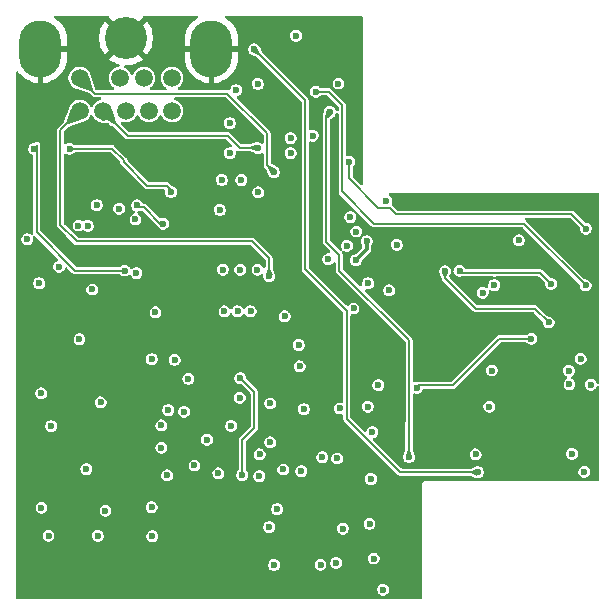
<source format=gbr>
%TF.GenerationSoftware,KiCad,Pcbnew,9.0.0*%
%TF.CreationDate,2025-11-21T22:56:44-08:00*%
%TF.ProjectId,MegaAV_Pro_VA0,4d656761-4156-45f5-9072-6f5f5641302e,rev?*%
%TF.SameCoordinates,Original*%
%TF.FileFunction,Copper,L2,Inr*%
%TF.FilePolarity,Positive*%
%FSLAX46Y46*%
G04 Gerber Fmt 4.6, Leading zero omitted, Abs format (unit mm)*
G04 Created by KiCad (PCBNEW 9.0.0) date 2025-11-21 22:56:44*
%MOMM*%
%LPD*%
G01*
G04 APERTURE LIST*
%TA.AperFunction,ComponentPad*%
%ADD10C,1.508000*%
%TD*%
%TA.AperFunction,ComponentPad*%
%ADD11O,3.556000X4.826000*%
%TD*%
%TA.AperFunction,ComponentPad*%
%ADD12C,3.556000*%
%TD*%
%TA.AperFunction,ViaPad*%
%ADD13C,0.600000*%
%TD*%
%TA.AperFunction,Conductor*%
%ADD14C,0.200000*%
%TD*%
%TA.AperFunction,Conductor*%
%ADD15C,0.350000*%
%TD*%
G04 APERTURE END LIST*
D10*
%TO.N,/B-OUT*%
%TO.C,CN1*%
X180453000Y-99929200D03*
%TO.N,+5V*%
X178421000Y-99929200D03*
%TO.N,/G-OUT*%
X182840600Y-99929200D03*
%TO.N,/CV-OUT*%
X180884800Y-102723200D03*
%TO.N,/CSync_OUT*%
X178929000Y-102723200D03*
%TO.N,/AUD-M*%
X175017400Y-99929200D03*
%TO.N,/R-OUT*%
X182840600Y-102723200D03*
%TO.N,/AUD-L*%
X176973200Y-102723200D03*
%TO.N,/AUD-R*%
X175017400Y-102723200D03*
D11*
%TO.N,GND*%
X171690000Y-97440000D03*
D12*
X178929000Y-96551000D03*
D11*
X186168000Y-97440000D03*
%TD*%
D13*
%TO.N,+5V*%
X191465312Y-141155380D03*
X186889274Y-111095638D03*
X195550000Y-132025000D03*
X197025000Y-127900000D03*
X176462500Y-110687500D03*
X187730834Y-106277760D03*
X197650000Y-114125000D03*
X199425000Y-117300000D03*
X176075000Y-117825000D03*
X174903353Y-112417717D03*
X176784000Y-127390224D03*
X190217725Y-133631536D03*
X179733996Y-111883932D03*
X181923297Y-131231303D03*
X171575000Y-117300000D03*
X172375000Y-138675000D03*
X175578296Y-133039208D03*
X171749000Y-126625000D03*
X171775000Y-136300000D03*
X181426239Y-119759797D03*
X181923297Y-129331303D03*
%TO.N,/B-IN*%
X182414181Y-133561289D03*
X183855361Y-128181999D03*
%TO.N,GND*%
X177820000Y-117880000D03*
X170800000Y-124575000D03*
X213248398Y-125209746D03*
X192274286Y-132168631D03*
X202300000Y-125125000D03*
X202425000Y-110850000D03*
X192525000Y-101200000D03*
X204800000Y-127900000D03*
X194275000Y-135800000D03*
X209825000Y-130475000D03*
X201275000Y-138650000D03*
X197891919Y-100674356D03*
X200814519Y-127924030D03*
X177280000Y-104000000D03*
X196900000Y-120500000D03*
X201750000Y-142825000D03*
X192692823Y-142191116D03*
X201250000Y-136625000D03*
X176616729Y-112383001D03*
X193250000Y-138050000D03*
X173500000Y-138525000D03*
X196118602Y-101977998D03*
X188637443Y-122436086D03*
X192450000Y-130155000D03*
X182980984Y-124742600D03*
X178600000Y-124600000D03*
X199700000Y-124325000D03*
X194550000Y-117675000D03*
X190145620Y-143319483D03*
X170340000Y-116120000D03*
X197400000Y-113150000D03*
X187003511Y-124156265D03*
X189975000Y-112875000D03*
X200050000Y-117975000D03*
X185168079Y-101981654D03*
X183435489Y-108890691D03*
X190584584Y-136011170D03*
X174700000Y-110840000D03*
X170940000Y-127850000D03*
X209775000Y-126525000D03*
X197000000Y-125250000D03*
X176125000Y-125275000D03*
X204675000Y-110575000D03*
X175225691Y-96064718D03*
X213250000Y-120950000D03*
X178850000Y-122700000D03*
X176980000Y-109920000D03*
X173450000Y-123375000D03*
X217250000Y-125125000D03*
X206075000Y-120975000D03*
X180950000Y-125125000D03*
X172121779Y-112130665D03*
X190550000Y-137200000D03*
X199925000Y-135800000D03*
X199590016Y-126663051D03*
X187425000Y-121575000D03*
X190327482Y-120904253D03*
X176050000Y-120800000D03*
X198650000Y-120900000D03*
X177600000Y-138900000D03*
X171525000Y-122725000D03*
X193075000Y-127550000D03*
X206202509Y-118279022D03*
X198700000Y-139375000D03*
X179076057Y-109732146D03*
X182725570Y-126810847D03*
X197800000Y-116100000D03*
X172664979Y-109395377D03*
X197325000Y-142900000D03*
X202875000Y-114025000D03*
X182544235Y-121600010D03*
X209900000Y-133225000D03*
X212520237Y-115073602D03*
X203125000Y-141075000D03*
X181609574Y-110595272D03*
X179800618Y-136445143D03*
X205460938Y-129793538D03*
X202525000Y-138700000D03*
X173167032Y-113434738D03*
X199525000Y-143025000D03*
%TO.N,/PSG*%
X177190000Y-136570000D03*
X209700000Y-127750000D03*
X199675000Y-133875000D03*
%TO.N,/32X_L*%
X208538235Y-131788235D03*
X195400000Y-141130000D03*
X181160000Y-138720000D03*
%TO.N,/32X_R*%
X196725000Y-140975000D03*
X191725000Y-136425000D03*
X193775000Y-133200000D03*
X209903061Y-124692647D03*
%TO.N,/FM_R*%
X199550000Y-137680000D03*
X197300000Y-138075000D03*
%TO.N,/FM_L*%
X191050000Y-137950000D03*
X181109193Y-136259055D03*
%TO.N,/G-IN*%
X185789196Y-130539927D03*
X184725538Y-132731742D03*
%TO.N,/R-OUT*%
X189490000Y-119670000D03*
%TO.N,/G-OUT*%
X188390000Y-119670000D03*
%TO.N,/B-OUT*%
X187270000Y-119680000D03*
%TO.N,/R-IN*%
X188560124Y-126994306D03*
X186752677Y-133397464D03*
%TO.N,/CD_R*%
X209137588Y-118103133D03*
X176560000Y-138690000D03*
X199900000Y-140610000D03*
%TO.N,/CD_L*%
X210107778Y-117457777D03*
X200700000Y-143250000D03*
%TO.N,/AUD-R*%
X191050000Y-116700000D03*
%TO.N,/AUD-L*%
X190083128Y-105861117D03*
%TO.N,/AUD-M*%
X191452162Y-107886876D03*
%TO.N,Net-(C3-Pad2)*%
X194000000Y-127950000D03*
X196808477Y-132134756D03*
%TO.N,Net-(D1-A)*%
X181120000Y-123720000D03*
X174990000Y-122040000D03*
%TO.N,Net-(C16-Pad1)*%
X193637500Y-124330000D03*
X192250000Y-133070000D03*
%TO.N,Net-(C17-Pad1)*%
X191141997Y-130767131D03*
X193567500Y-122530000D03*
X191141997Y-127476399D03*
%TO.N,Net-(C18-Pad1)*%
X192370284Y-120094804D03*
X184212655Y-125402037D03*
%TO.N,Net-(SR3-Pin_1)*%
X213250000Y-122000000D03*
X203560949Y-126154897D03*
X200300000Y-125925000D03*
X201200000Y-117900000D03*
%TO.N,Net-(SL3-Pin_1)*%
X199798987Y-129904983D03*
X214725000Y-120625000D03*
X205942466Y-116284975D03*
%TO.N,Net-(C32-Pad1)*%
X190125000Y-109600000D03*
X190057916Y-116147141D03*
%TO.N,Net-(C33-Pad1)*%
X187050388Y-108557244D03*
X188605584Y-116148386D03*
%TO.N,Net-(C34-Pad1)*%
X188690000Y-108560000D03*
X187135815Y-116153369D03*
%TO.N,/SR*%
X207176301Y-116236499D03*
X214925000Y-117350000D03*
X198193456Y-119433016D03*
%TO.N,/SL*%
X212200000Y-113675000D03*
X200981953Y-110299000D03*
X197925000Y-111700000D03*
%TO.N,/V_REF*%
X190251297Y-131782674D03*
X194749649Y-104809198D03*
X199325000Y-113750000D03*
X198400000Y-115350000D03*
X196050000Y-115275000D03*
X187838566Y-129369943D03*
X199418545Y-127751195D03*
%TO.N,/HP_R*%
X189775000Y-97500000D03*
X208724265Y-133299265D03*
%TO.N,Net-(HPR_SL2-Pin_1)*%
X216698703Y-131742764D03*
X201875000Y-114050000D03*
X188250000Y-100950000D03*
%TO.N,Net-(HPL_SL2-Pin_1)*%
X198425000Y-112925000D03*
X192880834Y-106277760D03*
X216475000Y-125850000D03*
%TO.N,/HP_L*%
X202896046Y-132006824D03*
X196200000Y-102800000D03*
%TO.N,Net-(U8-LUM_OUT)*%
X196920000Y-100390000D03*
X179870000Y-110710000D03*
X193325000Y-96350000D03*
X182081007Y-112256394D03*
%TO.N,Net-(U8-CHROM_OUT)*%
X190100000Y-100425000D03*
X178350000Y-110990000D03*
X179800000Y-116440000D03*
%TO.N,Net-(U8-CVBS_OUT)*%
X178820000Y-116230000D03*
X171157773Y-105917981D03*
%TO.N,/CSync_OUT*%
X173270000Y-115900000D03*
%TO.N,Net-(D1-K)*%
X183050399Y-123791699D03*
X182506976Y-128044125D03*
%TO.N,Net-(MD1_PU1-A)*%
X188770563Y-133539101D03*
X188600816Y-125337580D03*
%TO.N,/REGION*%
X182741249Y-109570263D03*
X170569978Y-113573614D03*
X174150000Y-105910000D03*
%TO.N,/4xCLK*%
X172593296Y-129394208D03*
X175702673Y-112447633D03*
%TO.N,Net-(HPL_RES2-C)*%
X197825000Y-107000000D03*
X217875000Y-112675000D03*
X192880834Y-105007760D03*
X216437307Y-124711642D03*
%TO.N,Net-(HPR_RES2-C)*%
X187730834Y-103737760D03*
X217425000Y-123700000D03*
X217850000Y-117475000D03*
X195000000Y-101075000D03*
%TO.N,Net-(HPR_SL1-Pin_1)*%
X218293514Y-125885960D03*
X217729895Y-133270659D03*
%TD*%
D14*
%TO.N,/AUD-R*%
X174744157Y-113750000D02*
X189600000Y-113750000D01*
X175017400Y-102723200D02*
X173381438Y-104359162D01*
X173381438Y-104359162D02*
X173381438Y-112387281D01*
X173381438Y-112387281D02*
X174744157Y-113750000D01*
X191050000Y-115200000D02*
X191050000Y-116700000D01*
X189600000Y-113750000D02*
X191050000Y-115200000D01*
%TO.N,/AUD-L*%
X187550000Y-104825000D02*
X179075000Y-104825000D01*
X179075000Y-104825000D02*
X176973200Y-102723200D01*
X188541440Y-105816440D02*
X187550000Y-104825000D01*
X190038451Y-105816440D02*
X188541440Y-105816440D01*
X190083128Y-105861117D02*
X190038451Y-105816440D01*
%TO.N,/AUD-M*%
X190875000Y-107075000D02*
X190875000Y-104600000D01*
X190893802Y-107328516D02*
X190893802Y-107093802D01*
X191452162Y-107886876D02*
X190893802Y-107328516D01*
X187525000Y-101250000D02*
X176338200Y-101250000D01*
X190875000Y-104600000D02*
X187525000Y-101250000D01*
X190893802Y-107093802D02*
X190875000Y-107075000D01*
X176338200Y-101250000D02*
X175017400Y-99929200D01*
%TO.N,Net-(SR3-Pin_1)*%
X206600000Y-125950000D02*
X210550000Y-122000000D01*
X210550000Y-122000000D02*
X213250000Y-122000000D01*
X203765846Y-125950000D02*
X206600000Y-125950000D01*
X203560949Y-126154897D02*
X203765846Y-125950000D01*
%TO.N,Net-(SL3-Pin_1)*%
X208550000Y-119450000D02*
X205950000Y-116850000D01*
X205950000Y-116850000D02*
X205950000Y-116250000D01*
X213550000Y-119450000D02*
X208550000Y-119450000D01*
X214725000Y-120625000D02*
X213550000Y-119450000D01*
%TO.N,/SR*%
X214000000Y-116425000D02*
X207364802Y-116425000D01*
X207364802Y-116425000D02*
X207176301Y-116236499D01*
X214925000Y-117350000D02*
X214000000Y-116425000D01*
D15*
%TO.N,/V_REF*%
X198400000Y-115350000D02*
X199325000Y-114425000D01*
X199325000Y-114425000D02*
X199325000Y-113750000D01*
D14*
%TO.N,/HP_R*%
X202149265Y-133299265D02*
X208724265Y-133299265D01*
X197625000Y-128775000D02*
X202149265Y-133299265D01*
X194100000Y-101825000D02*
X194100000Y-116100000D01*
X194100000Y-116100000D02*
X197625000Y-119625000D01*
X197625000Y-119625000D02*
X197625000Y-128775000D01*
X189775000Y-97500000D02*
X194100000Y-101825000D01*
%TO.N,/HP_L*%
X202901000Y-122126000D02*
X197000000Y-116225000D01*
X197000000Y-114925000D02*
X195900000Y-113825000D01*
X197000000Y-116225000D02*
X197000000Y-114925000D01*
X195900000Y-103225000D02*
X196325000Y-102800000D01*
X202896046Y-132006824D02*
X202896046Y-129105954D01*
X202896046Y-129105954D02*
X202901000Y-129101000D01*
X195900000Y-113825000D02*
X195900000Y-103225000D01*
X196325000Y-102800000D02*
X196200000Y-102800000D01*
X202901000Y-129101000D02*
X202901000Y-122126000D01*
%TO.N,Net-(U8-LUM_OUT)*%
X181829963Y-112256394D02*
X180425018Y-110851449D01*
X180011449Y-110851449D02*
X179870000Y-110710000D01*
X182081007Y-112256394D02*
X181829963Y-112256394D01*
X180425018Y-110851449D02*
X180011449Y-110851449D01*
%TO.N,Net-(U8-CVBS_OUT)*%
X178820000Y-116230000D02*
X174620000Y-116230000D01*
X171380000Y-112990000D02*
X171380000Y-105620000D01*
X174620000Y-116230000D02*
X171380000Y-112990000D01*
%TO.N,Net-(MD1_PU1-A)*%
X188770563Y-133539101D02*
X188770563Y-130561769D01*
X189790928Y-126527692D02*
X188600816Y-125337580D01*
X188770563Y-130561769D02*
X189790928Y-129541404D01*
X189790928Y-129541404D02*
X189790928Y-126527692D01*
%TO.N,/REGION*%
X177770000Y-105910000D02*
X174150000Y-105910000D01*
X180740000Y-109050000D02*
X178760000Y-107070000D01*
X178760000Y-107070000D02*
X178760000Y-106900000D01*
X178760000Y-106900000D02*
X177770000Y-105910000D01*
X182385271Y-109050000D02*
X180740000Y-109050000D01*
X182741249Y-109405978D02*
X182385271Y-109050000D01*
X182741249Y-109570263D02*
X182741249Y-109405978D01*
%TO.N,Net-(HPL_RES2-C)*%
X217875000Y-112675000D02*
X216650000Y-111450000D01*
X216650000Y-111450000D02*
X201799943Y-111450000D01*
X201799943Y-111450000D02*
X201248943Y-110899000D01*
X197825000Y-108432100D02*
X197825000Y-107000000D01*
X200291900Y-110899000D02*
X197825000Y-108432100D01*
X201248943Y-110899000D02*
X200291900Y-110899000D01*
%TO.N,Net-(HPR_RES2-C)*%
X199950000Y-112250000D02*
X197224000Y-109524000D01*
X196124943Y-101100000D02*
X195025000Y-101100000D01*
X212625000Y-112250000D02*
X199950000Y-112250000D01*
X197224000Y-102199057D02*
X196124943Y-101100000D01*
X217850000Y-117475000D02*
X212625000Y-112250000D01*
X197224000Y-109524000D02*
X197224000Y-102199057D01*
%TD*%
%TA.AperFunction,Conductor*%
%TO.N,/AUD-L*%
G36*
X177711460Y-102579843D02*
G01*
X177716020Y-102585778D01*
X178004688Y-103429900D01*
X178094553Y-103692684D01*
X178097623Y-103701659D01*
X178097057Y-103710596D01*
X178094825Y-103713718D01*
X177963718Y-103844825D01*
X177955445Y-103848252D01*
X177951660Y-103847623D01*
X177883983Y-103824479D01*
X177729402Y-103771616D01*
X177723056Y-103766396D01*
X177680500Y-103692686D01*
X177587314Y-103599500D01*
X177587313Y-103599499D01*
X177587310Y-103599497D01*
X177473188Y-103533608D01*
X177473184Y-103533606D01*
X177345894Y-103499500D01*
X177345892Y-103499500D01*
X177214108Y-103499500D01*
X177214105Y-103499500D01*
X177086816Y-103533606D01*
X177071554Y-103542416D01*
X177062675Y-103543584D01*
X177061919Y-103543354D01*
X176835778Y-103466020D01*
X176829059Y-103460100D01*
X176828086Y-103452679D01*
X176970973Y-102730178D01*
X176975939Y-102722729D01*
X176980176Y-102720973D01*
X177702679Y-102578086D01*
X177711460Y-102579843D01*
G37*
%TD.AperFunction*%
%TD*%
%TA.AperFunction,Conductor*%
%TO.N,GND*%
G36*
X177381026Y-94635886D02*
G01*
X177448050Y-94655615D01*
X177493770Y-94708450D01*
X177504676Y-94767994D01*
X177504360Y-94772806D01*
X178224556Y-95493002D01*
X178101651Y-95582298D01*
X177960298Y-95723651D01*
X177871002Y-95846556D01*
X177150807Y-95126361D01*
X177150806Y-95126361D01*
X177030851Y-95282690D01*
X176881541Y-95541301D01*
X176881534Y-95541315D01*
X176767267Y-95817182D01*
X176689976Y-96105634D01*
X176651001Y-96401681D01*
X176651000Y-96401698D01*
X176651000Y-96700301D01*
X176651001Y-96700318D01*
X176689976Y-96996365D01*
X176767267Y-97284817D01*
X176881534Y-97560684D01*
X176881541Y-97560698D01*
X177030844Y-97819298D01*
X177030849Y-97819305D01*
X177150807Y-97975637D01*
X177871001Y-97255443D01*
X177960298Y-97378349D01*
X178101651Y-97519702D01*
X178224555Y-97608997D01*
X177504361Y-98329191D01*
X177660694Y-98449150D01*
X177660701Y-98449155D01*
X177919301Y-98598458D01*
X177919315Y-98598465D01*
X178195182Y-98712732D01*
X178298778Y-98740491D01*
X178358438Y-98776856D01*
X178388967Y-98839703D01*
X178380672Y-98909079D01*
X178336187Y-98962957D01*
X178290875Y-98981883D01*
X178142590Y-99011379D01*
X178142578Y-99011382D01*
X177968881Y-99083329D01*
X177968868Y-99083336D01*
X177812542Y-99187791D01*
X177812538Y-99187794D01*
X177679594Y-99320738D01*
X177679591Y-99320742D01*
X177575136Y-99477068D01*
X177575129Y-99477081D01*
X177503182Y-99650778D01*
X177503179Y-99650790D01*
X177466500Y-99835185D01*
X177466500Y-100023214D01*
X177503179Y-100207609D01*
X177503182Y-100207621D01*
X177575129Y-100381318D01*
X177575136Y-100381331D01*
X177679591Y-100537657D01*
X177679594Y-100537661D01*
X177812538Y-100670605D01*
X177812542Y-100670608D01*
X177890050Y-100722398D01*
X177934855Y-100776010D01*
X177943562Y-100845335D01*
X177913407Y-100908363D01*
X177853964Y-100945082D01*
X177821159Y-100949500D01*
X176514033Y-100949500D01*
X176484592Y-100940855D01*
X176454606Y-100934332D01*
X176449590Y-100930577D01*
X176446994Y-100929815D01*
X176426352Y-100913181D01*
X176347217Y-100834046D01*
X176317569Y-100786489D01*
X176315287Y-100779815D01*
X175954664Y-99725283D01*
X175954658Y-99725273D01*
X175952646Y-99720652D01*
X175953351Y-99720344D01*
X175943705Y-99693447D01*
X175935219Y-99650783D01*
X175905987Y-99580211D01*
X175863270Y-99477081D01*
X175863263Y-99477068D01*
X175758808Y-99320742D01*
X175758805Y-99320738D01*
X175625861Y-99187794D01*
X175625857Y-99187791D01*
X175469531Y-99083336D01*
X175469518Y-99083329D01*
X175295821Y-99011382D01*
X175295809Y-99011379D01*
X175111413Y-98974700D01*
X175111410Y-98974700D01*
X174923390Y-98974700D01*
X174923387Y-98974700D01*
X174738990Y-99011379D01*
X174738978Y-99011382D01*
X174565281Y-99083329D01*
X174565268Y-99083336D01*
X174408942Y-99187791D01*
X174408938Y-99187794D01*
X174275994Y-99320738D01*
X174275991Y-99320742D01*
X174171536Y-99477068D01*
X174171529Y-99477081D01*
X174099582Y-99650778D01*
X174099579Y-99650790D01*
X174062900Y-99835185D01*
X174062900Y-100023214D01*
X174099579Y-100207609D01*
X174099582Y-100207621D01*
X174171529Y-100381318D01*
X174171536Y-100381331D01*
X174275991Y-100537657D01*
X174275994Y-100537661D01*
X174408938Y-100670605D01*
X174408942Y-100670608D01*
X174565268Y-100775063D01*
X174565281Y-100775070D01*
X174658558Y-100813706D01*
X174738983Y-100847019D01*
X174781351Y-100855446D01*
X174808597Y-100864235D01*
X174813470Y-100866456D01*
X174813483Y-100866464D01*
X175874687Y-101229368D01*
X175922245Y-101259016D01*
X176097740Y-101434511D01*
X176153689Y-101490460D01*
X176153691Y-101490461D01*
X176153695Y-101490464D01*
X176181142Y-101506310D01*
X176222211Y-101530021D01*
X176298638Y-101550500D01*
X176377762Y-101550500D01*
X176717162Y-101550500D01*
X176784201Y-101570185D01*
X176829956Y-101622989D01*
X176839900Y-101692147D01*
X176810875Y-101755703D01*
X176752097Y-101793477D01*
X176741354Y-101796117D01*
X176694788Y-101805379D01*
X176694778Y-101805382D01*
X176521081Y-101877329D01*
X176521068Y-101877336D01*
X176364742Y-101981791D01*
X176364738Y-101981794D01*
X176231794Y-102114738D01*
X176231791Y-102114742D01*
X176127336Y-102271068D01*
X176127329Y-102271081D01*
X176109861Y-102313255D01*
X176066020Y-102367659D01*
X175999726Y-102389724D01*
X175932027Y-102372445D01*
X175884416Y-102321308D01*
X175880739Y-102313255D01*
X175863270Y-102271081D01*
X175863263Y-102271068D01*
X175758808Y-102114742D01*
X175758805Y-102114738D01*
X175625861Y-101981794D01*
X175625857Y-101981791D01*
X175469531Y-101877336D01*
X175469518Y-101877329D01*
X175295821Y-101805382D01*
X175295809Y-101805379D01*
X175111413Y-101768700D01*
X175111410Y-101768700D01*
X174923390Y-101768700D01*
X174923387Y-101768700D01*
X174738990Y-101805379D01*
X174738978Y-101805382D01*
X174565281Y-101877329D01*
X174565268Y-101877336D01*
X174408942Y-101981791D01*
X174408938Y-101981794D01*
X174275994Y-102114738D01*
X174275991Y-102114742D01*
X174171536Y-102271068D01*
X174171529Y-102271081D01*
X174099582Y-102444778D01*
X174099580Y-102444785D01*
X174091155Y-102487139D01*
X174082371Y-102514372D01*
X174080134Y-102519278D01*
X173717227Y-103580491D01*
X173687579Y-103628048D01*
X173196927Y-104118702D01*
X173140979Y-104174649D01*
X173140973Y-104174657D01*
X173101420Y-104243166D01*
X173101417Y-104243171D01*
X173087764Y-104294124D01*
X173080938Y-104319600D01*
X173080938Y-112426843D01*
X173087031Y-112449581D01*
X173101417Y-112503272D01*
X173101419Y-112503275D01*
X173136308Y-112563703D01*
X173136308Y-112563706D01*
X173136310Y-112563706D01*
X173136311Y-112563708D01*
X173140050Y-112570185D01*
X173140980Y-112571795D01*
X173851028Y-113281842D01*
X174559646Y-113990460D01*
X174628169Y-114030022D01*
X174704595Y-114050500D01*
X174783719Y-114050500D01*
X189424167Y-114050500D01*
X189491206Y-114070185D01*
X189511848Y-114086819D01*
X190713181Y-115288152D01*
X190746666Y-115349475D01*
X190749500Y-115375833D01*
X190749500Y-115881224D01*
X190729815Y-115948263D01*
X190677011Y-115994018D01*
X190607853Y-116003962D01*
X190544297Y-115974937D01*
X190518113Y-115943225D01*
X190510005Y-115929182D01*
X190458416Y-115839827D01*
X190365230Y-115746641D01*
X190296248Y-115706814D01*
X190251103Y-115680749D01*
X190163648Y-115657316D01*
X190123808Y-115646641D01*
X189992024Y-115646641D01*
X189864728Y-115680749D01*
X189750602Y-115746641D01*
X189750599Y-115746643D01*
X189657418Y-115839824D01*
X189657416Y-115839827D01*
X189591524Y-115953953D01*
X189568602Y-116039502D01*
X189557416Y-116081249D01*
X189557416Y-116213033D01*
X189572563Y-116269562D01*
X189591524Y-116340328D01*
X189611118Y-116374265D01*
X189657416Y-116454455D01*
X189750602Y-116547641D01*
X189864730Y-116613533D01*
X189992024Y-116647641D01*
X189992026Y-116647641D01*
X190123806Y-116647641D01*
X190123808Y-116647641D01*
X190251102Y-116613533D01*
X190363503Y-116548637D01*
X190431399Y-116532166D01*
X190497426Y-116555018D01*
X190540617Y-116609939D01*
X190549500Y-116656026D01*
X190549500Y-116765892D01*
X190562171Y-116813181D01*
X190583608Y-116893187D01*
X190606543Y-116932910D01*
X190649500Y-117007314D01*
X190742686Y-117100500D01*
X190856814Y-117166392D01*
X190984108Y-117200500D01*
X190984110Y-117200500D01*
X191115890Y-117200500D01*
X191115892Y-117200500D01*
X191243186Y-117166392D01*
X191357314Y-117100500D01*
X191450500Y-117007314D01*
X191516392Y-116893186D01*
X191550500Y-116765892D01*
X191550500Y-116634108D01*
X191536135Y-116580497D01*
X191532801Y-116558661D01*
X191523158Y-116532065D01*
X191516392Y-116506814D01*
X191515859Y-116505891D01*
X191515435Y-116505156D01*
X191506243Y-116485415D01*
X191497275Y-116460682D01*
X191357926Y-116076350D01*
X191350500Y-116034083D01*
X191350500Y-115160438D01*
X191350499Y-115160435D01*
X191349530Y-115156817D01*
X191349529Y-115156815D01*
X191349528Y-115156812D01*
X191330022Y-115084012D01*
X191290460Y-115015489D01*
X190544434Y-114269463D01*
X189784515Y-113509543D01*
X189784511Y-113509540D01*
X189781362Y-113507722D01*
X189736488Y-113481814D01*
X189715990Y-113469979D01*
X189688858Y-113462709D01*
X189639562Y-113449500D01*
X189639560Y-113449500D01*
X174919990Y-113449500D01*
X174852951Y-113429815D01*
X174832309Y-113413181D01*
X173770953Y-112351825D01*
X174402853Y-112351825D01*
X174402853Y-112483609D01*
X174410868Y-112513523D01*
X174436961Y-112610904D01*
X174463512Y-112656891D01*
X174502853Y-112725031D01*
X174596039Y-112818217D01*
X174710167Y-112884109D01*
X174837461Y-112918217D01*
X174837463Y-112918217D01*
X174969243Y-112918217D01*
X174969245Y-112918217D01*
X175096539Y-112884109D01*
X175210667Y-112818217D01*
X175210674Y-112818209D01*
X175211960Y-112817224D01*
X175213249Y-112816725D01*
X175217705Y-112814153D01*
X175218105Y-112814847D01*
X175277127Y-112792023D01*
X175345573Y-112806055D01*
X175375137Y-112827911D01*
X175395359Y-112848133D01*
X175509487Y-112914025D01*
X175636781Y-112948133D01*
X175636783Y-112948133D01*
X175768563Y-112948133D01*
X175768565Y-112948133D01*
X175895859Y-112914025D01*
X176009987Y-112848133D01*
X176103173Y-112754947D01*
X176169065Y-112640819D01*
X176203173Y-112513525D01*
X176203173Y-112381741D01*
X176169065Y-112254447D01*
X176103173Y-112140319D01*
X176009987Y-112047133D01*
X175941017Y-112007313D01*
X175895860Y-111981241D01*
X175832212Y-111964187D01*
X175768565Y-111947133D01*
X175636781Y-111947133D01*
X175509486Y-111981241D01*
X175395352Y-112047137D01*
X175394045Y-112048141D01*
X175392744Y-112048643D01*
X175388322Y-112051197D01*
X175387923Y-112050506D01*
X175328873Y-112073328D01*
X175260430Y-112059282D01*
X175230888Y-112037438D01*
X175210669Y-112017219D01*
X175210667Y-112017217D01*
X175128849Y-111969979D01*
X175096540Y-111951325D01*
X175064279Y-111942681D01*
X174969245Y-111917217D01*
X174837461Y-111917217D01*
X174710165Y-111951325D01*
X174596039Y-112017217D01*
X174596036Y-112017219D01*
X174502855Y-112110400D01*
X174502853Y-112110403D01*
X174436961Y-112224529D01*
X174410768Y-112322284D01*
X174402853Y-112351825D01*
X173770953Y-112351825D01*
X173718257Y-112299129D01*
X173684772Y-112237806D01*
X173681938Y-112211448D01*
X173681938Y-111818040D01*
X179233496Y-111818040D01*
X179233496Y-111949824D01*
X179248900Y-112007313D01*
X179267604Y-112077119D01*
X179286819Y-112110400D01*
X179333496Y-112191246D01*
X179426682Y-112284432D01*
X179540810Y-112350324D01*
X179668104Y-112384432D01*
X179668106Y-112384432D01*
X179799886Y-112384432D01*
X179799888Y-112384432D01*
X179927182Y-112350324D01*
X180041310Y-112284432D01*
X180134496Y-112191246D01*
X180200388Y-112077118D01*
X180234496Y-111949824D01*
X180234496Y-111818040D01*
X180200388Y-111690746D01*
X180134496Y-111576618D01*
X180041310Y-111483432D01*
X179988180Y-111452757D01*
X179944266Y-111427403D01*
X179931457Y-111413969D01*
X179915496Y-111404495D01*
X179907846Y-111389206D01*
X179896051Y-111376835D01*
X179892538Y-111358610D01*
X179884233Y-111342010D01*
X179886063Y-111325012D01*
X179882829Y-111308228D01*
X179889727Y-111290996D01*
X179891715Y-111272542D01*
X179902443Y-111259234D01*
X179908797Y-111243363D01*
X179923917Y-111232596D01*
X179935566Y-111218147D01*
X179960355Y-111206650D01*
X179965712Y-111202836D01*
X179967130Y-111202354D01*
X179970595Y-111201201D01*
X180063186Y-111176392D01*
X180087656Y-111162263D01*
X180099612Y-111158287D01*
X180117462Y-111157652D01*
X180138749Y-111151949D01*
X180249185Y-111151949D01*
X180316224Y-111171634D01*
X180336866Y-111188268D01*
X181625524Y-112476926D01*
X181645230Y-112502607D01*
X181680507Y-112563708D01*
X181773693Y-112656894D01*
X181887821Y-112722786D01*
X182015115Y-112756894D01*
X182015117Y-112756894D01*
X182146897Y-112756894D01*
X182146899Y-112756894D01*
X182274193Y-112722786D01*
X182388321Y-112656894D01*
X182481507Y-112563708D01*
X182547399Y-112449580D01*
X182581507Y-112322286D01*
X182581507Y-112190502D01*
X182547399Y-112063208D01*
X182540065Y-112050506D01*
X182516414Y-112009541D01*
X182481507Y-111949080D01*
X182388321Y-111855894D01*
X182322756Y-111818040D01*
X182274194Y-111790002D01*
X182184212Y-111765892D01*
X182146899Y-111755894D01*
X182015115Y-111755894D01*
X181887821Y-111790002D01*
X181887819Y-111790003D01*
X181879971Y-111792106D01*
X181879140Y-111789005D01*
X181824595Y-111794823D01*
X181762142Y-111763496D01*
X181759033Y-111760493D01*
X181028286Y-111029746D01*
X186388774Y-111029746D01*
X186388774Y-111161530D01*
X186398948Y-111199500D01*
X186422882Y-111288825D01*
X186434085Y-111308228D01*
X186488774Y-111402952D01*
X186581960Y-111496138D01*
X186696088Y-111562030D01*
X186823382Y-111596138D01*
X186823384Y-111596138D01*
X186955164Y-111596138D01*
X186955166Y-111596138D01*
X187082460Y-111562030D01*
X187196588Y-111496138D01*
X187289774Y-111402952D01*
X187355666Y-111288824D01*
X187389774Y-111161530D01*
X187389774Y-111029746D01*
X187355666Y-110902452D01*
X187289774Y-110788324D01*
X187196588Y-110695138D01*
X187108202Y-110644108D01*
X187082461Y-110629246D01*
X187014323Y-110610989D01*
X186955166Y-110595138D01*
X186823382Y-110595138D01*
X186696086Y-110629246D01*
X186581960Y-110695138D01*
X186581957Y-110695140D01*
X186488776Y-110788321D01*
X186488774Y-110788324D01*
X186422882Y-110902450D01*
X186398134Y-110994813D01*
X186388774Y-111029746D01*
X181028286Y-111029746D01*
X180609528Y-110610988D01*
X180595550Y-110602918D01*
X180595548Y-110602917D01*
X180582074Y-110595138D01*
X180541007Y-110571428D01*
X180464580Y-110550949D01*
X180410600Y-110550949D01*
X180394147Y-110546326D01*
X180378435Y-110536485D01*
X180360652Y-110531264D01*
X180346648Y-110516578D01*
X180334932Y-110509240D01*
X180330327Y-110499461D01*
X180320304Y-110488949D01*
X180270500Y-110402686D01*
X180177314Y-110309500D01*
X180120250Y-110276554D01*
X180063187Y-110243608D01*
X179979214Y-110221108D01*
X179935892Y-110209500D01*
X179804108Y-110209500D01*
X179676812Y-110243608D01*
X179562686Y-110309500D01*
X179562683Y-110309502D01*
X179469502Y-110402683D01*
X179469500Y-110402686D01*
X179403608Y-110516812D01*
X179380537Y-110602918D01*
X179369500Y-110644108D01*
X179369500Y-110775892D01*
X179375106Y-110796814D01*
X179403608Y-110903187D01*
X179436554Y-110960250D01*
X179469500Y-111017314D01*
X179562686Y-111110500D01*
X179645455Y-111158287D01*
X179659729Y-111166528D01*
X179707944Y-111217096D01*
X179721166Y-111285703D01*
X179695198Y-111350567D01*
X179638284Y-111391095D01*
X179629826Y-111393688D01*
X179605747Y-111400140D01*
X179540808Y-111417540D01*
X179426682Y-111483432D01*
X179426679Y-111483434D01*
X179333498Y-111576615D01*
X179333496Y-111576618D01*
X179267604Y-111690744D01*
X179241276Y-111789005D01*
X179233496Y-111818040D01*
X173681938Y-111818040D01*
X173681938Y-110621608D01*
X175962000Y-110621608D01*
X175962000Y-110753391D01*
X175996108Y-110880687D01*
X176009098Y-110903186D01*
X176062000Y-110994814D01*
X176155186Y-111088000D01*
X176227612Y-111129815D01*
X176265948Y-111151949D01*
X176269314Y-111153892D01*
X176396608Y-111188000D01*
X176396610Y-111188000D01*
X176528390Y-111188000D01*
X176528392Y-111188000D01*
X176655686Y-111153892D01*
X176769814Y-111088000D01*
X176863000Y-110994814D01*
X176903822Y-110924108D01*
X177849500Y-110924108D01*
X177849500Y-111055892D01*
X177858103Y-111087999D01*
X177883608Y-111183187D01*
X177903186Y-111217096D01*
X177949500Y-111297314D01*
X178042686Y-111390500D01*
X178156814Y-111456392D01*
X178284108Y-111490500D01*
X178284110Y-111490500D01*
X178415890Y-111490500D01*
X178415892Y-111490500D01*
X178543186Y-111456392D01*
X178657314Y-111390500D01*
X178750500Y-111297314D01*
X178816392Y-111183186D01*
X178850500Y-111055892D01*
X178850500Y-110924108D01*
X178816392Y-110796814D01*
X178750500Y-110682686D01*
X178657314Y-110589500D01*
X178582535Y-110546326D01*
X178543187Y-110523608D01*
X178433858Y-110494314D01*
X178415892Y-110489500D01*
X178284108Y-110489500D01*
X178156812Y-110523608D01*
X178042686Y-110589500D01*
X178042683Y-110589502D01*
X177949502Y-110682683D01*
X177949500Y-110682686D01*
X177883608Y-110796812D01*
X177855303Y-110902450D01*
X177849500Y-110924108D01*
X176903822Y-110924108D01*
X176928892Y-110880686D01*
X176963000Y-110753392D01*
X176963000Y-110621608D01*
X176928892Y-110494314D01*
X176927663Y-110492186D01*
X176892487Y-110431259D01*
X176863000Y-110380186D01*
X176769814Y-110287000D01*
X176694657Y-110243608D01*
X176655687Y-110221108D01*
X176592039Y-110204054D01*
X176528392Y-110187000D01*
X176396608Y-110187000D01*
X176269312Y-110221108D01*
X176155186Y-110287000D01*
X176155183Y-110287002D01*
X176062002Y-110380183D01*
X176062000Y-110380186D01*
X175996108Y-110494312D01*
X175962000Y-110621608D01*
X173681938Y-110621608D01*
X173681938Y-106432466D01*
X173701623Y-106365427D01*
X173754427Y-106319672D01*
X173823585Y-106309728D01*
X173867935Y-106325077D01*
X173956814Y-106376392D01*
X174084108Y-106410500D01*
X174084110Y-106410500D01*
X174215890Y-106410500D01*
X174215892Y-106410500D01*
X174343186Y-106376392D01*
X174457314Y-106310500D01*
X174520995Y-106246819D01*
X174582318Y-106213334D01*
X174608676Y-106210500D01*
X177594167Y-106210500D01*
X177661206Y-106230185D01*
X177681848Y-106246819D01*
X178423181Y-106988152D01*
X178455274Y-107043737D01*
X178459500Y-107059507D01*
X178459500Y-107109562D01*
X178479979Y-107185989D01*
X178496851Y-107215212D01*
X178505013Y-107229349D01*
X178519537Y-107254507D01*
X178519539Y-107254510D01*
X178519540Y-107254511D01*
X180499540Y-109234511D01*
X180555489Y-109290460D01*
X180555491Y-109290461D01*
X180555495Y-109290464D01*
X180589676Y-109310198D01*
X180624011Y-109330021D01*
X180700438Y-109350500D01*
X182120379Y-109350500D01*
X182187418Y-109370185D01*
X182233173Y-109422989D01*
X182243117Y-109492147D01*
X182240999Y-109502471D01*
X182240749Y-109504369D01*
X182240749Y-109504371D01*
X182240749Y-109636155D01*
X182248717Y-109665891D01*
X182274857Y-109763450D01*
X182292026Y-109793187D01*
X182340749Y-109877577D01*
X182433935Y-109970763D01*
X182548063Y-110036655D01*
X182675357Y-110070763D01*
X182675359Y-110070763D01*
X182807139Y-110070763D01*
X182807141Y-110070763D01*
X182934435Y-110036655D01*
X183048563Y-109970763D01*
X183141749Y-109877577D01*
X183207641Y-109763449D01*
X183241749Y-109636155D01*
X183241749Y-109534108D01*
X189624500Y-109534108D01*
X189624500Y-109665892D01*
X189627003Y-109675233D01*
X189658608Y-109793187D01*
X189680624Y-109831319D01*
X189724500Y-109907314D01*
X189817686Y-110000500D01*
X189931814Y-110066392D01*
X190059108Y-110100500D01*
X190059110Y-110100500D01*
X190190890Y-110100500D01*
X190190892Y-110100500D01*
X190318186Y-110066392D01*
X190432314Y-110000500D01*
X190525500Y-109907314D01*
X190591392Y-109793186D01*
X190625500Y-109665892D01*
X190625500Y-109534108D01*
X190591392Y-109406814D01*
X190525500Y-109292686D01*
X190432314Y-109199500D01*
X190373073Y-109165297D01*
X190318187Y-109133608D01*
X190228138Y-109109480D01*
X190190892Y-109099500D01*
X190059108Y-109099500D01*
X189931812Y-109133608D01*
X189817686Y-109199500D01*
X189817683Y-109199502D01*
X189724502Y-109292683D01*
X189724500Y-109292686D01*
X189658608Y-109406812D01*
X189650828Y-109435848D01*
X189624500Y-109534108D01*
X183241749Y-109534108D01*
X183241749Y-109504371D01*
X183207641Y-109377077D01*
X183141749Y-109262949D01*
X183048563Y-109169763D01*
X182982670Y-109131719D01*
X182934434Y-109103870D01*
X182870464Y-109086729D01*
X182814878Y-109054636D01*
X182569783Y-108809541D01*
X182569775Y-108809535D01*
X182501266Y-108769982D01*
X182501261Y-108769979D01*
X182472304Y-108762220D01*
X182424833Y-108749500D01*
X182424831Y-108749500D01*
X180915833Y-108749500D01*
X180886392Y-108740855D01*
X180856406Y-108734332D01*
X180851390Y-108730577D01*
X180848794Y-108729815D01*
X180828152Y-108713181D01*
X180606323Y-108491352D01*
X186549888Y-108491352D01*
X186549888Y-108623136D01*
X186566942Y-108686783D01*
X186583996Y-108750431D01*
X186595284Y-108769982D01*
X186649888Y-108864558D01*
X186743074Y-108957744D01*
X186857202Y-109023636D01*
X186984496Y-109057744D01*
X186984498Y-109057744D01*
X187116278Y-109057744D01*
X187116280Y-109057744D01*
X187243574Y-109023636D01*
X187357702Y-108957744D01*
X187450888Y-108864558D01*
X187516780Y-108750430D01*
X187550888Y-108623136D01*
X187550888Y-108494108D01*
X188189500Y-108494108D01*
X188189500Y-108625891D01*
X188223608Y-108753187D01*
X188232306Y-108768252D01*
X188289500Y-108867314D01*
X188382686Y-108960500D01*
X188496814Y-109026392D01*
X188624108Y-109060500D01*
X188624110Y-109060500D01*
X188755890Y-109060500D01*
X188755892Y-109060500D01*
X188883186Y-109026392D01*
X188997314Y-108960500D01*
X189090500Y-108867314D01*
X189156392Y-108753186D01*
X189190500Y-108625892D01*
X189190500Y-108494108D01*
X189156392Y-108366814D01*
X189090500Y-108252686D01*
X188997314Y-108159500D01*
X188907312Y-108107537D01*
X188883187Y-108093608D01*
X188819539Y-108076554D01*
X188755892Y-108059500D01*
X188624108Y-108059500D01*
X188496812Y-108093608D01*
X188382686Y-108159500D01*
X188382683Y-108159502D01*
X188289502Y-108252683D01*
X188289500Y-108252686D01*
X188223608Y-108366812D01*
X188189500Y-108494108D01*
X187550888Y-108494108D01*
X187550888Y-108491352D01*
X187516780Y-108364058D01*
X187450888Y-108249930D01*
X187357702Y-108156744D01*
X187300638Y-108123798D01*
X187243575Y-108090852D01*
X187156978Y-108067649D01*
X187116280Y-108056744D01*
X186984496Y-108056744D01*
X186857200Y-108090852D01*
X186743074Y-108156744D01*
X186743071Y-108156746D01*
X186649890Y-108249927D01*
X186649888Y-108249930D01*
X186583996Y-108364056D01*
X186577748Y-108387375D01*
X186549888Y-108491352D01*
X180606323Y-108491352D01*
X179096819Y-106981848D01*
X179063334Y-106920525D01*
X179060500Y-106894167D01*
X179060500Y-106860439D01*
X179046131Y-106806814D01*
X179040021Y-106784011D01*
X179017008Y-106744151D01*
X179000464Y-106715495D01*
X179000458Y-106715487D01*
X178944511Y-106659540D01*
X177954513Y-105669541D01*
X177954511Y-105669540D01*
X177951731Y-105667935D01*
X177951730Y-105667934D01*
X177951724Y-105667931D01*
X177914972Y-105646712D01*
X177885990Y-105629979D01*
X177860513Y-105623152D01*
X177809562Y-105609500D01*
X177809560Y-105609500D01*
X174608676Y-105609500D01*
X174541637Y-105589815D01*
X174520995Y-105573181D01*
X174457316Y-105509502D01*
X174457314Y-105509500D01*
X174396088Y-105474151D01*
X174343187Y-105443608D01*
X174251895Y-105419147D01*
X174215892Y-105409500D01*
X174084108Y-105409500D01*
X173956814Y-105443608D01*
X173956813Y-105443608D01*
X173956811Y-105443609D01*
X173956810Y-105443609D01*
X173867938Y-105494920D01*
X173800038Y-105511393D01*
X173734011Y-105488540D01*
X173690820Y-105433619D01*
X173681938Y-105387533D01*
X173681938Y-104534994D01*
X173701623Y-104467955D01*
X173718253Y-104447317D01*
X174112555Y-104053014D01*
X174160109Y-104023369D01*
X175221316Y-103660464D01*
X175221330Y-103660456D01*
X175225949Y-103658445D01*
X175226258Y-103659154D01*
X175253153Y-103649505D01*
X175295817Y-103641019D01*
X175469525Y-103569067D01*
X175625858Y-103464608D01*
X175758808Y-103331658D01*
X175863267Y-103175325D01*
X175880739Y-103133141D01*
X175924579Y-103078741D01*
X175990873Y-103056675D01*
X176058572Y-103073954D01*
X176106183Y-103125090D01*
X176109852Y-103133123D01*
X176127330Y-103175318D01*
X176127334Y-103175327D01*
X176127336Y-103175331D01*
X176231791Y-103331657D01*
X176231794Y-103331661D01*
X176364738Y-103464605D01*
X176364742Y-103464608D01*
X176521068Y-103569063D01*
X176521081Y-103569070D01*
X176614358Y-103607706D01*
X176694783Y-103641019D01*
X176722305Y-103646493D01*
X176737143Y-103649445D01*
X176764386Y-103658232D01*
X176769279Y-103660462D01*
X176769283Y-103660465D01*
X176995424Y-103737799D01*
X177002106Y-103739957D01*
X177002862Y-103740187D01*
X177089477Y-103747329D01*
X177098356Y-103746161D01*
X177135127Y-103733681D01*
X177142829Y-103731346D01*
X177206774Y-103714213D01*
X177225391Y-103709225D01*
X177257483Y-103705000D01*
X177302518Y-103705000D01*
X177334603Y-103709223D01*
X177378096Y-103720876D01*
X177408001Y-103733263D01*
X177446995Y-103755777D01*
X177472669Y-103775477D01*
X177504516Y-103807324D01*
X177524219Y-103833001D01*
X177545087Y-103869145D01*
X177592509Y-103925103D01*
X177592511Y-103925104D01*
X177592513Y-103925107D01*
X177598850Y-103930319D01*
X177598855Y-103930323D01*
X177662907Y-103966060D01*
X177830487Y-104023368D01*
X177878045Y-104053016D01*
X178834540Y-105009511D01*
X178890489Y-105065460D01*
X178890491Y-105065461D01*
X178890495Y-105065464D01*
X178959004Y-105105017D01*
X178959011Y-105105021D01*
X179035438Y-105125500D01*
X179114562Y-105125500D01*
X187374167Y-105125500D01*
X187441206Y-105145185D01*
X187461848Y-105161819D01*
X187865608Y-105565579D01*
X187899093Y-105626902D01*
X187894109Y-105696594D01*
X187852237Y-105752527D01*
X187786773Y-105776944D01*
X187777927Y-105777260D01*
X187664942Y-105777260D01*
X187537646Y-105811368D01*
X187423520Y-105877260D01*
X187423517Y-105877262D01*
X187330336Y-105970443D01*
X187330334Y-105970446D01*
X187264442Y-106084572D01*
X187247997Y-106145947D01*
X187230334Y-106211868D01*
X187230334Y-106343652D01*
X187239106Y-106376391D01*
X187264442Y-106470947D01*
X187287169Y-106510311D01*
X187330334Y-106585074D01*
X187423520Y-106678260D01*
X187537648Y-106744152D01*
X187664942Y-106778260D01*
X187664944Y-106778260D01*
X187796724Y-106778260D01*
X187796726Y-106778260D01*
X187924020Y-106744152D01*
X188038148Y-106678260D01*
X188131334Y-106585074D01*
X188197226Y-106470946D01*
X188231334Y-106343652D01*
X188231334Y-106211868D01*
X188231334Y-106203741D01*
X188233496Y-106203741D01*
X188242502Y-106145947D01*
X188288877Y-106093686D01*
X188356144Y-106074794D01*
X188416679Y-106091397D01*
X188423804Y-106095510D01*
X188425451Y-106096461D01*
X188501878Y-106116940D01*
X189406586Y-106116940D01*
X189457847Y-106128032D01*
X189822482Y-106293580D01*
X189822485Y-106293581D01*
X189824096Y-106294029D01*
X189826549Y-106295058D01*
X189827004Y-106295224D01*
X189826995Y-106295246D01*
X189852875Y-106306108D01*
X189889942Y-106327509D01*
X190017236Y-106361617D01*
X190017238Y-106361617D01*
X190149018Y-106361617D01*
X190149020Y-106361617D01*
X190276314Y-106327509D01*
X190388501Y-106262737D01*
X190456399Y-106246265D01*
X190522426Y-106269117D01*
X190565617Y-106324038D01*
X190574500Y-106370125D01*
X190574500Y-107114562D01*
X190586879Y-107160760D01*
X190589077Y-107168962D01*
X190593302Y-107201056D01*
X190593302Y-107368078D01*
X190594084Y-107370995D01*
X190613781Y-107444506D01*
X190613782Y-107444507D01*
X190623904Y-107462039D01*
X190637955Y-107486376D01*
X190653342Y-107513027D01*
X190653344Y-107513029D01*
X190768800Y-107628485D01*
X190793437Y-107663623D01*
X190977815Y-108057755D01*
X190982444Y-108067651D01*
X190985770Y-108080062D01*
X190998841Y-108102702D01*
X191001103Y-108107537D01*
X191010831Y-108128331D01*
X191017838Y-108141961D01*
X191018703Y-108143499D01*
X191020466Y-108146573D01*
X191024780Y-108152398D01*
X191024759Y-108152413D01*
X191037259Y-108169243D01*
X191051659Y-108194186D01*
X191051661Y-108194189D01*
X191051662Y-108194190D01*
X191144848Y-108287376D01*
X191258976Y-108353268D01*
X191386270Y-108387376D01*
X191386272Y-108387376D01*
X191518052Y-108387376D01*
X191518054Y-108387376D01*
X191645348Y-108353268D01*
X191759476Y-108287376D01*
X191852662Y-108194190D01*
X191918554Y-108080062D01*
X191952662Y-107952768D01*
X191952662Y-107820984D01*
X191918554Y-107693690D01*
X191852662Y-107579562D01*
X191759476Y-107486376D01*
X191751355Y-107481687D01*
X191717324Y-107462038D01*
X191717324Y-107462039D01*
X191711390Y-107458613D01*
X191693612Y-107445543D01*
X191667996Y-107433559D01*
X191663377Y-107430892D01*
X191663374Y-107430889D01*
X191645354Y-107420486D01*
X191645338Y-107420480D01*
X191643483Y-107419983D01*
X191623039Y-107412528D01*
X191265759Y-107245390D01*
X191258019Y-107238558D01*
X191248209Y-107235360D01*
X191232274Y-107215833D01*
X191213377Y-107199153D01*
X191209385Y-107187785D01*
X191204034Y-107181227D01*
X191199897Y-107160760D01*
X191195096Y-107147084D01*
X191194302Y-107140102D01*
X191194302Y-107054240D01*
X191177336Y-106990925D01*
X191176294Y-106981757D01*
X191176892Y-106978320D01*
X191175500Y-106967745D01*
X191175500Y-106211868D01*
X192380334Y-106211868D01*
X192380334Y-106343652D01*
X192389106Y-106376391D01*
X192414442Y-106470947D01*
X192437169Y-106510311D01*
X192480334Y-106585074D01*
X192573520Y-106678260D01*
X192687648Y-106744152D01*
X192814942Y-106778260D01*
X192814944Y-106778260D01*
X192946724Y-106778260D01*
X192946726Y-106778260D01*
X193074020Y-106744152D01*
X193188148Y-106678260D01*
X193281334Y-106585074D01*
X193347226Y-106470946D01*
X193381334Y-106343652D01*
X193381334Y-106211868D01*
X193347226Y-106084574D01*
X193341579Y-106074794D01*
X193329749Y-106054303D01*
X193281334Y-105970446D01*
X193188148Y-105877260D01*
X193131084Y-105844314D01*
X193074021Y-105811368D01*
X193010373Y-105794314D01*
X192946726Y-105777260D01*
X192814942Y-105777260D01*
X192687646Y-105811368D01*
X192573520Y-105877260D01*
X192573517Y-105877262D01*
X192480336Y-105970443D01*
X192480334Y-105970446D01*
X192414442Y-106084572D01*
X192397997Y-106145947D01*
X192380334Y-106211868D01*
X191175500Y-106211868D01*
X191175500Y-104941868D01*
X192380334Y-104941868D01*
X192380334Y-105073652D01*
X192397388Y-105137299D01*
X192414442Y-105200947D01*
X192447388Y-105258010D01*
X192480334Y-105315074D01*
X192573520Y-105408260D01*
X192687648Y-105474152D01*
X192814942Y-105508260D01*
X192814944Y-105508260D01*
X192946724Y-105508260D01*
X192946726Y-105508260D01*
X193074020Y-105474152D01*
X193188148Y-105408260D01*
X193281334Y-105315074D01*
X193347226Y-105200946D01*
X193381334Y-105073652D01*
X193381334Y-104941868D01*
X193347226Y-104814574D01*
X193281334Y-104700446D01*
X193188148Y-104607260D01*
X193107052Y-104560439D01*
X193074021Y-104541368D01*
X193010373Y-104524314D01*
X192946726Y-104507260D01*
X192814942Y-104507260D01*
X192687646Y-104541368D01*
X192573520Y-104607260D01*
X192573517Y-104607262D01*
X192480336Y-104700443D01*
X192480334Y-104700446D01*
X192414442Y-104814572D01*
X192398227Y-104875088D01*
X192380334Y-104941868D01*
X191175500Y-104941868D01*
X191175500Y-104560439D01*
X191171358Y-104544982D01*
X191155021Y-104484011D01*
X191133834Y-104447313D01*
X191115464Y-104415495D01*
X191115458Y-104415487D01*
X188337296Y-101637325D01*
X188303811Y-101576002D01*
X188308795Y-101506310D01*
X188350667Y-101450377D01*
X188392880Y-101429871D01*
X188443186Y-101416392D01*
X188557314Y-101350500D01*
X188650500Y-101257314D01*
X188716392Y-101143186D01*
X188750500Y-101015892D01*
X188750500Y-100884108D01*
X188716392Y-100756814D01*
X188650500Y-100642686D01*
X188557314Y-100549500D01*
X188500250Y-100516554D01*
X188443187Y-100483608D01*
X188421645Y-100477836D01*
X188315892Y-100449500D01*
X188184108Y-100449500D01*
X188056812Y-100483608D01*
X187942686Y-100549500D01*
X187942683Y-100549502D01*
X187849502Y-100642683D01*
X187849500Y-100642686D01*
X187783608Y-100756814D01*
X187754825Y-100864235D01*
X187752857Y-100871580D01*
X187716492Y-100931240D01*
X187653645Y-100961769D01*
X187600990Y-100959261D01*
X187564562Y-100949500D01*
X187564560Y-100949500D01*
X183440441Y-100949500D01*
X183373402Y-100929815D01*
X183327647Y-100877011D01*
X183317703Y-100807853D01*
X183346728Y-100744297D01*
X183371550Y-100722398D01*
X183409091Y-100697313D01*
X183449058Y-100670608D01*
X183582008Y-100537658D01*
X183686467Y-100381325D01*
X183695670Y-100359108D01*
X189599500Y-100359108D01*
X189599500Y-100490891D01*
X189633608Y-100618187D01*
X189647751Y-100642683D01*
X189699500Y-100732314D01*
X189792686Y-100825500D01*
X189906814Y-100891392D01*
X190034108Y-100925500D01*
X190034110Y-100925500D01*
X190165890Y-100925500D01*
X190165892Y-100925500D01*
X190293186Y-100891392D01*
X190407314Y-100825500D01*
X190500500Y-100732314D01*
X190566392Y-100618186D01*
X190600500Y-100490892D01*
X190600500Y-100359108D01*
X190566392Y-100231814D01*
X190500500Y-100117686D01*
X190407314Y-100024500D01*
X190346692Y-99989500D01*
X190293187Y-99958608D01*
X190229539Y-99941554D01*
X190165892Y-99924500D01*
X190034108Y-99924500D01*
X189906812Y-99958608D01*
X189792686Y-100024500D01*
X189792683Y-100024502D01*
X189699502Y-100117683D01*
X189699500Y-100117686D01*
X189633608Y-100231812D01*
X189599500Y-100359108D01*
X183695670Y-100359108D01*
X183758419Y-100207617D01*
X183795100Y-100023210D01*
X183795100Y-99835190D01*
X183795100Y-99835187D01*
X183795099Y-99835185D01*
X183772317Y-99720652D01*
X183758419Y-99650783D01*
X183729187Y-99580211D01*
X183686470Y-99477081D01*
X183686463Y-99477068D01*
X183582008Y-99320742D01*
X183582005Y-99320738D01*
X183449061Y-99187794D01*
X183449057Y-99187791D01*
X183292731Y-99083336D01*
X183292718Y-99083329D01*
X183119021Y-99011382D01*
X183119009Y-99011379D01*
X182934613Y-98974700D01*
X182934610Y-98974700D01*
X182746590Y-98974700D01*
X182746587Y-98974700D01*
X182562190Y-99011379D01*
X182562178Y-99011382D01*
X182388481Y-99083329D01*
X182388468Y-99083336D01*
X182232142Y-99187791D01*
X182232138Y-99187794D01*
X182099194Y-99320738D01*
X182099191Y-99320742D01*
X181994736Y-99477068D01*
X181994729Y-99477081D01*
X181922782Y-99650778D01*
X181922779Y-99650790D01*
X181886100Y-99835185D01*
X181886100Y-100023214D01*
X181922779Y-100207609D01*
X181922782Y-100207621D01*
X181994729Y-100381318D01*
X181994736Y-100381331D01*
X182099191Y-100537657D01*
X182099194Y-100537661D01*
X182232138Y-100670605D01*
X182232142Y-100670608D01*
X182309650Y-100722398D01*
X182354455Y-100776010D01*
X182363162Y-100845335D01*
X182333007Y-100908363D01*
X182273564Y-100945082D01*
X182240759Y-100949500D01*
X181052841Y-100949500D01*
X180985802Y-100929815D01*
X180940047Y-100877011D01*
X180930103Y-100807853D01*
X180959128Y-100744297D01*
X180983950Y-100722398D01*
X181021491Y-100697313D01*
X181061458Y-100670608D01*
X181194408Y-100537658D01*
X181298867Y-100381325D01*
X181370819Y-100207617D01*
X181407500Y-100023210D01*
X181407500Y-99835190D01*
X181407500Y-99835187D01*
X181407499Y-99835185D01*
X181384717Y-99720652D01*
X181370819Y-99650783D01*
X181341587Y-99580211D01*
X181298870Y-99477081D01*
X181298863Y-99477068D01*
X181194408Y-99320742D01*
X181194405Y-99320738D01*
X181061461Y-99187794D01*
X181061457Y-99187791D01*
X180905131Y-99083336D01*
X180905118Y-99083329D01*
X180731421Y-99011382D01*
X180731409Y-99011379D01*
X180547013Y-98974700D01*
X180547010Y-98974700D01*
X180358990Y-98974700D01*
X180358987Y-98974700D01*
X180174590Y-99011379D01*
X180174578Y-99011382D01*
X180000881Y-99083329D01*
X180000868Y-99083336D01*
X179844542Y-99187791D01*
X179844538Y-99187794D01*
X179711594Y-99320738D01*
X179711591Y-99320742D01*
X179607136Y-99477068D01*
X179607131Y-99477077D01*
X179551561Y-99611238D01*
X179507720Y-99665641D01*
X179441426Y-99687706D01*
X179373727Y-99670427D01*
X179326116Y-99619290D01*
X179322439Y-99611238D01*
X179266868Y-99477077D01*
X179266863Y-99477068D01*
X179162408Y-99320742D01*
X179162405Y-99320738D01*
X179029461Y-99187794D01*
X179029457Y-99187791D01*
X178873131Y-99083336D01*
X178873118Y-99083329D01*
X178835049Y-99067561D01*
X178780645Y-99023720D01*
X178758580Y-98957426D01*
X178775859Y-98889727D01*
X178826996Y-98842116D01*
X178882501Y-98829000D01*
X179078301Y-98829000D01*
X179078318Y-98828998D01*
X179374365Y-98790023D01*
X179662817Y-98712732D01*
X179938684Y-98598465D01*
X179938698Y-98598458D01*
X180197298Y-98449155D01*
X180197315Y-98449144D01*
X180353637Y-98329192D01*
X180353637Y-98329190D01*
X179633443Y-97608997D01*
X179756349Y-97519702D01*
X179897702Y-97378349D01*
X179986997Y-97255444D01*
X180707190Y-97975637D01*
X180707192Y-97975637D01*
X180827144Y-97819315D01*
X180827155Y-97819298D01*
X180963656Y-97582872D01*
X181052272Y-97377668D01*
X181090733Y-97284814D01*
X181168023Y-96996365D01*
X181206998Y-96700318D01*
X181207000Y-96700301D01*
X181207000Y-96401698D01*
X181206998Y-96401681D01*
X181168023Y-96105634D01*
X181090732Y-95817182D01*
X180976465Y-95541315D01*
X180976458Y-95541301D01*
X180827155Y-95282701D01*
X180827150Y-95282694D01*
X180707191Y-95126361D01*
X179986997Y-95846555D01*
X179897702Y-95723651D01*
X179756349Y-95582298D01*
X179633443Y-95493002D01*
X180353638Y-94772807D01*
X180353458Y-94770061D01*
X180368715Y-94701877D01*
X180418413Y-94652767D01*
X180477271Y-94637950D01*
X184897646Y-94640897D01*
X184964670Y-94660626D01*
X185010390Y-94713461D01*
X185020287Y-94782626D01*
X184991220Y-94846162D01*
X184959561Y-94872284D01*
X184899702Y-94906843D01*
X184899686Y-94906854D01*
X184662788Y-95088632D01*
X184662781Y-95088638D01*
X184451638Y-95299781D01*
X184451632Y-95299788D01*
X184269854Y-95536686D01*
X184269844Y-95536701D01*
X184120541Y-95795301D01*
X184120534Y-95795315D01*
X184006267Y-96071182D01*
X183928976Y-96359634D01*
X183890001Y-96655681D01*
X183890000Y-96655698D01*
X183890000Y-97190000D01*
X184898000Y-97190000D01*
X184898000Y-97690000D01*
X183890000Y-97690000D01*
X183890000Y-98224301D01*
X183890001Y-98224318D01*
X183928976Y-98520365D01*
X184006267Y-98808817D01*
X184120534Y-99084684D01*
X184120541Y-99084698D01*
X184269844Y-99343298D01*
X184269854Y-99343313D01*
X184451632Y-99580211D01*
X184451638Y-99580218D01*
X184662781Y-99791361D01*
X184662788Y-99791367D01*
X184899686Y-99973145D01*
X184899701Y-99973155D01*
X185158301Y-100122458D01*
X185158315Y-100122465D01*
X185434182Y-100236732D01*
X185722634Y-100314023D01*
X185918000Y-100339742D01*
X185918000Y-99321234D01*
X186068049Y-99345000D01*
X186267951Y-99345000D01*
X186418000Y-99321234D01*
X186418000Y-100339741D01*
X186613365Y-100314023D01*
X186901817Y-100236732D01*
X187177684Y-100122465D01*
X187177698Y-100122458D01*
X187436298Y-99973155D01*
X187436313Y-99973145D01*
X187673211Y-99791367D01*
X187673218Y-99791361D01*
X187884361Y-99580218D01*
X187884367Y-99580211D01*
X188066145Y-99343313D01*
X188066155Y-99343298D01*
X188215458Y-99084698D01*
X188215465Y-99084684D01*
X188329732Y-98808817D01*
X188407023Y-98520365D01*
X188445998Y-98224318D01*
X188446000Y-98224301D01*
X188446000Y-97690000D01*
X187438000Y-97690000D01*
X187438000Y-97434108D01*
X189274500Y-97434108D01*
X189274500Y-97565891D01*
X189308608Y-97693187D01*
X189328682Y-97727955D01*
X189374500Y-97807314D01*
X189467686Y-97900500D01*
X189515770Y-97928261D01*
X189533549Y-97941332D01*
X189559162Y-97953314D01*
X189563776Y-97955978D01*
X189563781Y-97955981D01*
X189581810Y-97966390D01*
X189581814Y-97966392D01*
X189583669Y-97966889D01*
X189604120Y-97974345D01*
X189998250Y-98158721D01*
X190033387Y-98183358D01*
X193763181Y-101913152D01*
X193796666Y-101974475D01*
X193799500Y-102000833D01*
X193799500Y-116139562D01*
X193807819Y-116170607D01*
X193819979Y-116215990D01*
X193819980Y-116215991D01*
X193847954Y-116264445D01*
X193850909Y-116269562D01*
X193859540Y-116284511D01*
X193859542Y-116284514D01*
X197288181Y-119713152D01*
X197321666Y-119774475D01*
X197324500Y-119800833D01*
X197324500Y-127300495D01*
X197304815Y-127367534D01*
X197252011Y-127413289D01*
X197182853Y-127423233D01*
X197168407Y-127420270D01*
X197090892Y-127399500D01*
X196959108Y-127399500D01*
X196831812Y-127433608D01*
X196717686Y-127499500D01*
X196717683Y-127499502D01*
X196624502Y-127592683D01*
X196624500Y-127592686D01*
X196558608Y-127706812D01*
X196529381Y-127815890D01*
X196524500Y-127834108D01*
X196524500Y-127965892D01*
X196527807Y-127978233D01*
X196558608Y-128093187D01*
X196587476Y-128143186D01*
X196624500Y-128207314D01*
X196717686Y-128300500D01*
X196831814Y-128366392D01*
X196959108Y-128400500D01*
X196959110Y-128400500D01*
X197090889Y-128400500D01*
X197090892Y-128400500D01*
X197168410Y-128379729D01*
X197238256Y-128381392D01*
X197296118Y-128420554D01*
X197323623Y-128484782D01*
X197324500Y-128499504D01*
X197324500Y-128814562D01*
X197328852Y-128830803D01*
X197339205Y-128869443D01*
X197344979Y-128890989D01*
X197362562Y-128921443D01*
X197384540Y-128959511D01*
X201908805Y-133483776D01*
X201964754Y-133539725D01*
X201964756Y-133539726D01*
X201964760Y-133539729D01*
X202013179Y-133567683D01*
X202033276Y-133579286D01*
X202109703Y-133599765D01*
X202188827Y-133599765D01*
X208058348Y-133599765D01*
X208100615Y-133607191D01*
X208519953Y-133759233D01*
X208531079Y-133765657D01*
X208556330Y-133772423D01*
X208582926Y-133782066D01*
X208594471Y-133785776D01*
X208597362Y-133786706D01*
X208598963Y-133787156D01*
X208599008Y-133787168D01*
X208599018Y-133787171D01*
X208602680Y-133788164D01*
X208602682Y-133788164D01*
X208609850Y-133789233D01*
X208609846Y-133789258D01*
X208630579Y-133792317D01*
X208658373Y-133799765D01*
X208658375Y-133799765D01*
X208790155Y-133799765D01*
X208790157Y-133799765D01*
X208917451Y-133765657D01*
X209031579Y-133699765D01*
X209124765Y-133606579D01*
X209190657Y-133492451D01*
X209224765Y-133365157D01*
X209224765Y-133233373D01*
X209217100Y-133204767D01*
X217229395Y-133204767D01*
X217229395Y-133336551D01*
X217232067Y-133346522D01*
X217263503Y-133463846D01*
X217287610Y-133505599D01*
X217329395Y-133577973D01*
X217422581Y-133671159D01*
X217521416Y-133728222D01*
X217528457Y-133732287D01*
X217536709Y-133737051D01*
X217664003Y-133771159D01*
X217664005Y-133771159D01*
X217795785Y-133771159D01*
X217795787Y-133771159D01*
X217923081Y-133737051D01*
X218037209Y-133671159D01*
X218130395Y-133577973D01*
X218196287Y-133463845D01*
X218230395Y-133336551D01*
X218230395Y-133204767D01*
X218196287Y-133077473D01*
X218130395Y-132963345D01*
X218037209Y-132870159D01*
X217960907Y-132826106D01*
X217923082Y-132804267D01*
X217859434Y-132787213D01*
X217795787Y-132770159D01*
X217664003Y-132770159D01*
X217536707Y-132804267D01*
X217422581Y-132870159D01*
X217422578Y-132870161D01*
X217329397Y-132963342D01*
X217329395Y-132963345D01*
X217263503Y-133077471D01*
X217248828Y-133132241D01*
X217229395Y-133204767D01*
X209217100Y-133204767D01*
X209190657Y-133106079D01*
X209124765Y-132991951D01*
X209031579Y-132898765D01*
X208940226Y-132846022D01*
X208917452Y-132832873D01*
X208843761Y-132813128D01*
X208790157Y-132798765D01*
X208658373Y-132798765D01*
X208658369Y-132798765D01*
X208611380Y-132811356D01*
X208611379Y-132811356D01*
X208604762Y-132813128D01*
X208582929Y-132816463D01*
X208556340Y-132826102D01*
X208551198Y-132827480D01*
X208551184Y-132827485D01*
X208531078Y-132832873D01*
X208531068Y-132832877D01*
X208529398Y-132833842D01*
X208509682Y-132843019D01*
X208100614Y-132991339D01*
X208058347Y-132998765D01*
X202325098Y-132998765D01*
X202258059Y-132979080D01*
X202237417Y-132962446D01*
X199871295Y-130596324D01*
X199837810Y-130535001D01*
X199842794Y-130465309D01*
X199884666Y-130409376D01*
X199926879Y-130388870D01*
X199992173Y-130371375D01*
X200106301Y-130305483D01*
X200199487Y-130212297D01*
X200265379Y-130098169D01*
X200299487Y-129970875D01*
X200299487Y-129839091D01*
X200265379Y-129711797D01*
X200199487Y-129597669D01*
X200106301Y-129504483D01*
X200017567Y-129453252D01*
X199992174Y-129438591D01*
X199911343Y-129416933D01*
X199864879Y-129404483D01*
X199733095Y-129404483D01*
X199605799Y-129438591D01*
X199491673Y-129504483D01*
X199491670Y-129504485D01*
X199398489Y-129597666D01*
X199398487Y-129597669D01*
X199352536Y-129677259D01*
X199332595Y-129711797D01*
X199316881Y-129770443D01*
X199315101Y-129777087D01*
X199278736Y-129836747D01*
X199215889Y-129867276D01*
X199146513Y-129858981D01*
X199107645Y-129832674D01*
X197961819Y-128686848D01*
X197928334Y-128625525D01*
X197925500Y-128599167D01*
X197925500Y-127685303D01*
X198918045Y-127685303D01*
X198918045Y-127817086D01*
X198952153Y-127944382D01*
X198977805Y-127988811D01*
X199018045Y-128058509D01*
X199111231Y-128151695D01*
X199225359Y-128217587D01*
X199352653Y-128251695D01*
X199352655Y-128251695D01*
X199484435Y-128251695D01*
X199484437Y-128251695D01*
X199611731Y-128217587D01*
X199725859Y-128151695D01*
X199819045Y-128058509D01*
X199884937Y-127944381D01*
X199919045Y-127817087D01*
X199919045Y-127685303D01*
X199884937Y-127558009D01*
X199880025Y-127549502D01*
X199875861Y-127542289D01*
X199819045Y-127443881D01*
X199725859Y-127350695D01*
X199666292Y-127316304D01*
X199611732Y-127284803D01*
X199548084Y-127267749D01*
X199484437Y-127250695D01*
X199352653Y-127250695D01*
X199225357Y-127284803D01*
X199111231Y-127350695D01*
X199111228Y-127350697D01*
X199018047Y-127443878D01*
X199018045Y-127443881D01*
X198952153Y-127558007D01*
X198918045Y-127685303D01*
X197925500Y-127685303D01*
X197925500Y-125859108D01*
X199799500Y-125859108D01*
X199799500Y-125990891D01*
X199833608Y-126118187D01*
X199856200Y-126157316D01*
X199899500Y-126232314D01*
X199992686Y-126325500D01*
X200091521Y-126382563D01*
X200098271Y-126386460D01*
X200106814Y-126391392D01*
X200234108Y-126425500D01*
X200234110Y-126425500D01*
X200365890Y-126425500D01*
X200365892Y-126425500D01*
X200493186Y-126391392D01*
X200607314Y-126325500D01*
X200700500Y-126232314D01*
X200766392Y-126118186D01*
X200800500Y-125990892D01*
X200800500Y-125859108D01*
X200766392Y-125731814D01*
X200700500Y-125617686D01*
X200607314Y-125524500D01*
X200550250Y-125491554D01*
X200493187Y-125458608D01*
X200429539Y-125441554D01*
X200365892Y-125424500D01*
X200234108Y-125424500D01*
X200106812Y-125458608D01*
X199992686Y-125524500D01*
X199992683Y-125524502D01*
X199899502Y-125617683D01*
X199899500Y-125617686D01*
X199833608Y-125731812D01*
X199799500Y-125859108D01*
X197925500Y-125859108D01*
X197925500Y-120040972D01*
X197945185Y-119973933D01*
X197997989Y-119928178D01*
X198067147Y-119918234D01*
X198081582Y-119921195D01*
X198127564Y-119933516D01*
X198127566Y-119933516D01*
X198259346Y-119933516D01*
X198259348Y-119933516D01*
X198386642Y-119899408D01*
X198500770Y-119833516D01*
X198593956Y-119740330D01*
X198659848Y-119626202D01*
X198693956Y-119498908D01*
X198693956Y-119367124D01*
X198659848Y-119239830D01*
X198593956Y-119125702D01*
X198500770Y-119032516D01*
X198443706Y-118999570D01*
X198386643Y-118966624D01*
X198322995Y-118949570D01*
X198259348Y-118932516D01*
X198127564Y-118932516D01*
X198000268Y-118966624D01*
X197886142Y-119032516D01*
X197886139Y-119032518D01*
X197792958Y-119125699D01*
X197792953Y-119125705D01*
X197785070Y-119139359D01*
X197734500Y-119187572D01*
X197665892Y-119200791D01*
X197601029Y-119174819D01*
X197590005Y-119165034D01*
X194436819Y-116011848D01*
X194403334Y-115950525D01*
X194400500Y-115924167D01*
X194400500Y-105395399D01*
X194420185Y-105328360D01*
X194472989Y-105282605D01*
X194542147Y-105272661D01*
X194556576Y-105275620D01*
X194683757Y-105309698D01*
X194683760Y-105309698D01*
X194815539Y-105309698D01*
X194815541Y-105309698D01*
X194942835Y-105275590D01*
X195056963Y-105209698D01*
X195150149Y-105116512D01*
X195216041Y-105002384D01*
X195250149Y-104875090D01*
X195250149Y-104743306D01*
X195216041Y-104616012D01*
X195150149Y-104501884D01*
X195056963Y-104408698D01*
X194999899Y-104375752D01*
X194942836Y-104342806D01*
X194856228Y-104319600D01*
X194815541Y-104308698D01*
X194683757Y-104308698D01*
X194556593Y-104342771D01*
X194486743Y-104341108D01*
X194428881Y-104301945D01*
X194401377Y-104237716D01*
X194400500Y-104222996D01*
X194400500Y-101785440D01*
X194400500Y-101785438D01*
X194396015Y-101768700D01*
X194380022Y-101709012D01*
X194340460Y-101640489D01*
X193024079Y-100324108D01*
X196419500Y-100324108D01*
X196419500Y-100455892D01*
X196428878Y-100490890D01*
X196453608Y-100583187D01*
X196468285Y-100608608D01*
X196519500Y-100697314D01*
X196612686Y-100790500D01*
X196726814Y-100856392D01*
X196854108Y-100890500D01*
X196854110Y-100890500D01*
X196985890Y-100890500D01*
X196985892Y-100890500D01*
X197113186Y-100856392D01*
X197227314Y-100790500D01*
X197320500Y-100697314D01*
X197386392Y-100583186D01*
X197420500Y-100455892D01*
X197420500Y-100324108D01*
X197386392Y-100196814D01*
X197320500Y-100082686D01*
X197227314Y-99989500D01*
X197170250Y-99956554D01*
X197113187Y-99923608D01*
X197049539Y-99906554D01*
X196985892Y-99889500D01*
X196854108Y-99889500D01*
X196726812Y-99923608D01*
X196612686Y-99989500D01*
X196612683Y-99989502D01*
X196519502Y-100082683D01*
X196519500Y-100082686D01*
X196453608Y-100196812D01*
X196442912Y-100236732D01*
X196419500Y-100324108D01*
X193024079Y-100324108D01*
X190458359Y-97758388D01*
X190433722Y-97723250D01*
X190244718Y-97319228D01*
X190241392Y-97306814D01*
X190228314Y-97284163D01*
X190216332Y-97258549D01*
X190209321Y-97244911D01*
X190208472Y-97243401D01*
X190206693Y-97240300D01*
X190206690Y-97240297D01*
X190202385Y-97234482D01*
X190202405Y-97234467D01*
X190189907Y-97217638D01*
X190175504Y-97192692D01*
X190175501Y-97192689D01*
X190175500Y-97192686D01*
X190082314Y-97099500D01*
X190025250Y-97066554D01*
X189968187Y-97033608D01*
X189904539Y-97016554D01*
X189840892Y-96999500D01*
X189709108Y-96999500D01*
X189581812Y-97033608D01*
X189467686Y-97099500D01*
X189467683Y-97099502D01*
X189374502Y-97192683D01*
X189374500Y-97192686D01*
X189308608Y-97306812D01*
X189274500Y-97434108D01*
X187438000Y-97434108D01*
X187438000Y-97190000D01*
X188446000Y-97190000D01*
X188446000Y-96655698D01*
X188445998Y-96655681D01*
X188407023Y-96359634D01*
X188393208Y-96308075D01*
X188386786Y-96284108D01*
X192824500Y-96284108D01*
X192824500Y-96415891D01*
X192858608Y-96543187D01*
X192863119Y-96551000D01*
X192924500Y-96657314D01*
X193017686Y-96750500D01*
X193131814Y-96816392D01*
X193259108Y-96850500D01*
X193259110Y-96850500D01*
X193390890Y-96850500D01*
X193390892Y-96850500D01*
X193518186Y-96816392D01*
X193632314Y-96750500D01*
X193725500Y-96657314D01*
X193791392Y-96543186D01*
X193825500Y-96415892D01*
X193825500Y-96284108D01*
X193791392Y-96156814D01*
X193725500Y-96042686D01*
X193632314Y-95949500D01*
X193521247Y-95885375D01*
X193518187Y-95883608D01*
X193454539Y-95866554D01*
X193390892Y-95849500D01*
X193259108Y-95849500D01*
X193131812Y-95883608D01*
X193017686Y-95949500D01*
X193017683Y-95949502D01*
X192924502Y-96042683D01*
X192924500Y-96042686D01*
X192858608Y-96156812D01*
X192824500Y-96284108D01*
X188386786Y-96284108D01*
X188329732Y-96071182D01*
X188215465Y-95795315D01*
X188215458Y-95795301D01*
X188066155Y-95536701D01*
X188066145Y-95536686D01*
X187884367Y-95299788D01*
X187884361Y-95299781D01*
X187673218Y-95088638D01*
X187673211Y-95088632D01*
X187436313Y-94906854D01*
X187436298Y-94906844D01*
X187379376Y-94873980D01*
X187331160Y-94823413D01*
X187317937Y-94754806D01*
X187343905Y-94689941D01*
X187400820Y-94649413D01*
X187441455Y-94642593D01*
X198875866Y-94650216D01*
X198942891Y-94669945D01*
X198988611Y-94722780D01*
X198999782Y-94774133D01*
X199009193Y-108891877D01*
X198989553Y-108958930D01*
X198936780Y-109004720D01*
X198867628Y-109014710D01*
X198804053Y-108985727D01*
X198797512Y-108979641D01*
X198161819Y-108343948D01*
X198128334Y-108282625D01*
X198125500Y-108256267D01*
X198125500Y-107458676D01*
X198145185Y-107391637D01*
X198161819Y-107370995D01*
X198164738Y-107368076D01*
X198225500Y-107307314D01*
X198291392Y-107193186D01*
X198325500Y-107065892D01*
X198325500Y-106934108D01*
X198291392Y-106806814D01*
X198225500Y-106692686D01*
X198132314Y-106599500D01*
X198075250Y-106566554D01*
X198018187Y-106533608D01*
X197954539Y-106516554D01*
X197890892Y-106499500D01*
X197759108Y-106499500D01*
X197680592Y-106520537D01*
X197610743Y-106518875D01*
X197552881Y-106479712D01*
X197525377Y-106415484D01*
X197524500Y-106400763D01*
X197524500Y-102159496D01*
X197504020Y-102083066D01*
X197504017Y-102083061D01*
X197464464Y-102014552D01*
X197464458Y-102014544D01*
X196309456Y-100859542D01*
X196309454Y-100859540D01*
X196287767Y-100847019D01*
X196240934Y-100819980D01*
X196240933Y-100819979D01*
X196215456Y-100813152D01*
X196164505Y-100799500D01*
X196164503Y-100799500D01*
X195483676Y-100799500D01*
X195416637Y-100779815D01*
X195395995Y-100763181D01*
X195307316Y-100674502D01*
X195307314Y-100674500D01*
X195250250Y-100641554D01*
X195193187Y-100608608D01*
X195129539Y-100591554D01*
X195065892Y-100574500D01*
X194934108Y-100574500D01*
X194806812Y-100608608D01*
X194692686Y-100674500D01*
X194692683Y-100674502D01*
X194599502Y-100767683D01*
X194599500Y-100767686D01*
X194533608Y-100881812D01*
X194499500Y-101009108D01*
X194499500Y-101140891D01*
X194533608Y-101268187D01*
X194566554Y-101325250D01*
X194599500Y-101382314D01*
X194692686Y-101475500D01*
X194806814Y-101541392D01*
X194934108Y-101575500D01*
X194934110Y-101575500D01*
X195065890Y-101575500D01*
X195065892Y-101575500D01*
X195193186Y-101541392D01*
X195307314Y-101475500D01*
X195345995Y-101436819D01*
X195407318Y-101403334D01*
X195433676Y-101400500D01*
X195949110Y-101400500D01*
X196016149Y-101420185D01*
X196036791Y-101436819D01*
X196887181Y-102287209D01*
X196920666Y-102348532D01*
X196923500Y-102374890D01*
X196923500Y-102624482D01*
X196903815Y-102691521D01*
X196851011Y-102737276D01*
X196781853Y-102747220D01*
X196718297Y-102718195D01*
X196680523Y-102659417D01*
X196679725Y-102656575D01*
X196666392Y-102606814D01*
X196600500Y-102492686D01*
X196507314Y-102399500D01*
X196450250Y-102366554D01*
X196393187Y-102333608D01*
X196317219Y-102313253D01*
X196265892Y-102299500D01*
X196134108Y-102299500D01*
X196006812Y-102333608D01*
X195892686Y-102399500D01*
X195892683Y-102399502D01*
X195799502Y-102492683D01*
X195799500Y-102492686D01*
X195733607Y-102606814D01*
X195712861Y-102684235D01*
X195712807Y-102684441D01*
X195710744Y-102692143D01*
X195701717Y-102714393D01*
X195692919Y-102760379D01*
X195692175Y-102764266D01*
X195692175Y-102764267D01*
X195633231Y-103072309D01*
X195622462Y-103101245D01*
X195623088Y-103101505D01*
X195619978Y-103109011D01*
X195613512Y-103133144D01*
X195599500Y-103185438D01*
X195599500Y-103250953D01*
X195598072Y-103260963D01*
X195597864Y-103263162D01*
X195597274Y-103270996D01*
X195599500Y-103284095D01*
X195599500Y-113864562D01*
X195603886Y-113880930D01*
X195619979Y-113940990D01*
X195619980Y-113940991D01*
X195628339Y-113955469D01*
X195648541Y-113990460D01*
X195659539Y-114009509D01*
X195659541Y-114009512D01*
X196213022Y-114562993D01*
X196246507Y-114624316D01*
X196241523Y-114694008D01*
X196199651Y-114749941D01*
X196134187Y-114774358D01*
X196124019Y-114774055D01*
X196124019Y-114774500D01*
X195984108Y-114774500D01*
X195856812Y-114808608D01*
X195742686Y-114874500D01*
X195742683Y-114874502D01*
X195649502Y-114967683D01*
X195649500Y-114967686D01*
X195583608Y-115081812D01*
X195563512Y-115156814D01*
X195549500Y-115209108D01*
X195549500Y-115340892D01*
X195550711Y-115345412D01*
X195583608Y-115468187D01*
X195611407Y-115516336D01*
X195649500Y-115582314D01*
X195742686Y-115675500D01*
X195856814Y-115741392D01*
X195984108Y-115775500D01*
X195984110Y-115775500D01*
X196115890Y-115775500D01*
X196115892Y-115775500D01*
X196243186Y-115741392D01*
X196357314Y-115675500D01*
X196450500Y-115582314D01*
X196468113Y-115551806D01*
X196518679Y-115503592D01*
X196587286Y-115490368D01*
X196652151Y-115516336D01*
X196692680Y-115573250D01*
X196699500Y-115613807D01*
X196699500Y-116264562D01*
X196713152Y-116315513D01*
X196719979Y-116340990D01*
X196719980Y-116340991D01*
X196720316Y-116341573D01*
X196739100Y-116374108D01*
X196759540Y-116409511D01*
X196759542Y-116409513D01*
X202564181Y-122214152D01*
X202597666Y-122275475D01*
X202600500Y-122301833D01*
X202600500Y-129031579D01*
X202596275Y-129063670D01*
X202595546Y-129066387D01*
X202595546Y-131340907D01*
X202588120Y-131383173D01*
X202531759Y-131538619D01*
X202439798Y-131792247D01*
X202439797Y-131792248D01*
X202436071Y-131802521D01*
X202429654Y-131813638D01*
X202422893Y-131838865D01*
X202421071Y-131843892D01*
X202413243Y-131865484D01*
X202408577Y-131880015D01*
X202408114Y-131881665D01*
X202407145Y-131885242D01*
X202406079Y-131892399D01*
X202406053Y-131892395D01*
X202402991Y-131913141D01*
X202395547Y-131940924D01*
X202395546Y-131940932D01*
X202395546Y-132072715D01*
X202429654Y-132200011D01*
X202461187Y-132254626D01*
X202495546Y-132314138D01*
X202588732Y-132407324D01*
X202702860Y-132473216D01*
X202830154Y-132507324D01*
X202830156Y-132507324D01*
X202961936Y-132507324D01*
X202961938Y-132507324D01*
X203089232Y-132473216D01*
X203203360Y-132407324D01*
X203296546Y-132314138D01*
X203362438Y-132200010D01*
X203396546Y-132072716D01*
X203396546Y-131940932D01*
X203382181Y-131887321D01*
X203378847Y-131865485D01*
X203369204Y-131838889D01*
X203362438Y-131813638D01*
X203361481Y-131811980D01*
X203352289Y-131792238D01*
X203339325Y-131756482D01*
X203326947Y-131722343D01*
X208037735Y-131722343D01*
X208037735Y-131854127D01*
X208044672Y-131880015D01*
X208071843Y-131981422D01*
X208104789Y-132038485D01*
X208137735Y-132095549D01*
X208230921Y-132188735D01*
X208345049Y-132254627D01*
X208472343Y-132288735D01*
X208472345Y-132288735D01*
X208604125Y-132288735D01*
X208604127Y-132288735D01*
X208731421Y-132254627D01*
X208845549Y-132188735D01*
X208938735Y-132095549D01*
X209004627Y-131981421D01*
X209038735Y-131854127D01*
X209038735Y-131722343D01*
X209026551Y-131676872D01*
X216198203Y-131676872D01*
X216198203Y-131808656D01*
X216208897Y-131848566D01*
X216232311Y-131935951D01*
X216245681Y-131959108D01*
X216298203Y-132050078D01*
X216391389Y-132143264D01*
X216505517Y-132209156D01*
X216632811Y-132243264D01*
X216632813Y-132243264D01*
X216764593Y-132243264D01*
X216764595Y-132243264D01*
X216891889Y-132209156D01*
X217006017Y-132143264D01*
X217099203Y-132050078D01*
X217165095Y-131935950D01*
X217199203Y-131808656D01*
X217199203Y-131676872D01*
X217165095Y-131549578D01*
X217099203Y-131435450D01*
X217006017Y-131342264D01*
X216948953Y-131309318D01*
X216891890Y-131276372D01*
X216828242Y-131259318D01*
X216764595Y-131242264D01*
X216632811Y-131242264D01*
X216505515Y-131276372D01*
X216391389Y-131342264D01*
X216391386Y-131342266D01*
X216298205Y-131435447D01*
X216298203Y-131435450D01*
X216232311Y-131549576D01*
X216220127Y-131595049D01*
X216198203Y-131676872D01*
X209026551Y-131676872D01*
X209004627Y-131595049D01*
X208938735Y-131480921D01*
X208845549Y-131387735D01*
X208764441Y-131340907D01*
X208731422Y-131321843D01*
X208667774Y-131304789D01*
X208604127Y-131287735D01*
X208472343Y-131287735D01*
X208345047Y-131321843D01*
X208230921Y-131387735D01*
X208230918Y-131387737D01*
X208137737Y-131480918D01*
X208137735Y-131480921D01*
X208071843Y-131595047D01*
X208038984Y-131717683D01*
X208037735Y-131722343D01*
X203326947Y-131722343D01*
X203203972Y-131383174D01*
X203196546Y-131340907D01*
X203196546Y-129175375D01*
X203200771Y-129143281D01*
X203201500Y-129140562D01*
X203201500Y-127684108D01*
X209199500Y-127684108D01*
X209199500Y-127815891D01*
X209233608Y-127943187D01*
X209259950Y-127988811D01*
X209299500Y-128057314D01*
X209392686Y-128150500D01*
X209506814Y-128216392D01*
X209634108Y-128250500D01*
X209634110Y-128250500D01*
X209765890Y-128250500D01*
X209765892Y-128250500D01*
X209893186Y-128216392D01*
X210007314Y-128150500D01*
X210100500Y-128057314D01*
X210166392Y-127943186D01*
X210200500Y-127815892D01*
X210200500Y-127684108D01*
X210166392Y-127556814D01*
X210100500Y-127442686D01*
X210007314Y-127349500D01*
X209949817Y-127316304D01*
X209893187Y-127283608D01*
X209829539Y-127266554D01*
X209765892Y-127249500D01*
X209634108Y-127249500D01*
X209506812Y-127283608D01*
X209392686Y-127349500D01*
X209392683Y-127349502D01*
X209299502Y-127442683D01*
X209299500Y-127442686D01*
X209233608Y-127556812D01*
X209199500Y-127684108D01*
X203201500Y-127684108D01*
X203201500Y-126737999D01*
X203221185Y-126670960D01*
X203273989Y-126625205D01*
X203343147Y-126615261D01*
X203359743Y-126619815D01*
X203359912Y-126619185D01*
X203367761Y-126621288D01*
X203367763Y-126621289D01*
X203495057Y-126655397D01*
X203495059Y-126655397D01*
X203626839Y-126655397D01*
X203626841Y-126655397D01*
X203754135Y-126621289D01*
X203868263Y-126555397D01*
X203961449Y-126462211D01*
X204027341Y-126348083D01*
X204028863Y-126342403D01*
X204065230Y-126282743D01*
X204128078Y-126252216D01*
X204148637Y-126250500D01*
X206639560Y-126250500D01*
X206639562Y-126250500D01*
X206715989Y-126230021D01*
X206784511Y-126190460D01*
X206840460Y-126134511D01*
X208348216Y-124626755D01*
X209402561Y-124626755D01*
X209402561Y-124758539D01*
X209407651Y-124777534D01*
X209436669Y-124885834D01*
X209466258Y-124937082D01*
X209502561Y-124999961D01*
X209595747Y-125093147D01*
X209709875Y-125159039D01*
X209837169Y-125193147D01*
X209837171Y-125193147D01*
X209968951Y-125193147D01*
X209968953Y-125193147D01*
X210096247Y-125159039D01*
X210210375Y-125093147D01*
X210303561Y-124999961D01*
X210369453Y-124885833D01*
X210403561Y-124758539D01*
X210403561Y-124645750D01*
X215936807Y-124645750D01*
X215936807Y-124777533D01*
X215970915Y-124904829D01*
X215989537Y-124937082D01*
X216036807Y-125018956D01*
X216129993Y-125112142D01*
X216211221Y-125159039D01*
X216251160Y-125182098D01*
X216250056Y-125184009D01*
X216295482Y-125220610D01*
X216317552Y-125286903D01*
X216300277Y-125354603D01*
X216255632Y-125398724D01*
X216167686Y-125449500D01*
X216167683Y-125449502D01*
X216074502Y-125542683D01*
X216074500Y-125542686D01*
X216008608Y-125656812D01*
X215974500Y-125784108D01*
X215974500Y-125915891D01*
X216008608Y-126043187D01*
X216029370Y-126079147D01*
X216074500Y-126157314D01*
X216167686Y-126250500D01*
X216281814Y-126316392D01*
X216409108Y-126350500D01*
X216409110Y-126350500D01*
X216540890Y-126350500D01*
X216540892Y-126350500D01*
X216668186Y-126316392D01*
X216782314Y-126250500D01*
X216875500Y-126157314D01*
X216941392Y-126043186D01*
X216975500Y-125915892D01*
X216975500Y-125784108D01*
X216941392Y-125656814D01*
X216875500Y-125542686D01*
X216782314Y-125449500D01*
X216668186Y-125383608D01*
X216668185Y-125383607D01*
X216661147Y-125379544D01*
X216662248Y-125377635D01*
X216616816Y-125341020D01*
X216594754Y-125274725D01*
X216612036Y-125207026D01*
X216656676Y-125162917D01*
X216663393Y-125159039D01*
X216744621Y-125112142D01*
X216837807Y-125018956D01*
X216903699Y-124904828D01*
X216937807Y-124777534D01*
X216937807Y-124645750D01*
X216903699Y-124518456D01*
X216837807Y-124404328D01*
X216744621Y-124311142D01*
X216687557Y-124278196D01*
X216630494Y-124245250D01*
X216559602Y-124226255D01*
X216503199Y-124211142D01*
X216371415Y-124211142D01*
X216244119Y-124245250D01*
X216129993Y-124311142D01*
X216129990Y-124311144D01*
X216036809Y-124404325D01*
X216036807Y-124404328D01*
X215970915Y-124518454D01*
X215936807Y-124645750D01*
X210403561Y-124645750D01*
X210403561Y-124626755D01*
X210369453Y-124499461D01*
X210303561Y-124385333D01*
X210210375Y-124292147D01*
X210151387Y-124258090D01*
X210096248Y-124226255D01*
X210000123Y-124200499D01*
X209968953Y-124192147D01*
X209837169Y-124192147D01*
X209709873Y-124226255D01*
X209595747Y-124292147D01*
X209595744Y-124292149D01*
X209502563Y-124385330D01*
X209502561Y-124385333D01*
X209436669Y-124499459D01*
X209428232Y-124530947D01*
X209402561Y-124626755D01*
X208348216Y-124626755D01*
X209340863Y-123634108D01*
X216924500Y-123634108D01*
X216924500Y-123765892D01*
X216929859Y-123785891D01*
X216958608Y-123893187D01*
X216979574Y-123929500D01*
X217024500Y-124007314D01*
X217117686Y-124100500D01*
X217231814Y-124166392D01*
X217359108Y-124200500D01*
X217359110Y-124200500D01*
X217490890Y-124200500D01*
X217490892Y-124200500D01*
X217618186Y-124166392D01*
X217732314Y-124100500D01*
X217825500Y-124007314D01*
X217891392Y-123893186D01*
X217925500Y-123765892D01*
X217925500Y-123634108D01*
X217891392Y-123506814D01*
X217825500Y-123392686D01*
X217732314Y-123299500D01*
X217652827Y-123253608D01*
X217618187Y-123233608D01*
X217554539Y-123216554D01*
X217490892Y-123199500D01*
X217359108Y-123199500D01*
X217231812Y-123233608D01*
X217117686Y-123299500D01*
X217117683Y-123299502D01*
X217024502Y-123392683D01*
X217024500Y-123392686D01*
X216958608Y-123506812D01*
X216924500Y-123634108D01*
X209340863Y-123634108D01*
X210638152Y-122336819D01*
X210699475Y-122303334D01*
X210725833Y-122300500D01*
X212791324Y-122300500D01*
X212858363Y-122320185D01*
X212879005Y-122336819D01*
X212942686Y-122400500D01*
X213056814Y-122466392D01*
X213184108Y-122500500D01*
X213184110Y-122500500D01*
X213315890Y-122500500D01*
X213315892Y-122500500D01*
X213443186Y-122466392D01*
X213557314Y-122400500D01*
X213650500Y-122307314D01*
X213716392Y-122193186D01*
X213750500Y-122065892D01*
X213750500Y-121934108D01*
X213716392Y-121806814D01*
X213650500Y-121692686D01*
X213557314Y-121599500D01*
X213500250Y-121566554D01*
X213443187Y-121533608D01*
X213379539Y-121516554D01*
X213315892Y-121499500D01*
X213184108Y-121499500D01*
X213056812Y-121533608D01*
X212942686Y-121599500D01*
X212942683Y-121599502D01*
X212879005Y-121663181D01*
X212817682Y-121696666D01*
X212791324Y-121699500D01*
X210510438Y-121699500D01*
X210434010Y-121719978D01*
X210365489Y-121759540D01*
X210365486Y-121759542D01*
X206511848Y-125613181D01*
X206450525Y-125646666D01*
X206424167Y-125649500D01*
X203726282Y-125649500D01*
X203699516Y-125656672D01*
X203635335Y-125656672D01*
X203626841Y-125654397D01*
X203495057Y-125654397D01*
X203367763Y-125688505D01*
X203367761Y-125688505D01*
X203359912Y-125690609D01*
X203359170Y-125687841D01*
X203303458Y-125693819D01*
X203240985Y-125662531D01*
X203205345Y-125602435D01*
X203201500Y-125571794D01*
X203201500Y-122086439D01*
X203201500Y-122086438D01*
X203181021Y-122010011D01*
X203160294Y-121974110D01*
X203141464Y-121941495D01*
X203141458Y-121941487D01*
X199196430Y-117996459D01*
X199162945Y-117935136D01*
X199167929Y-117865444D01*
X199191387Y-117834108D01*
X200699500Y-117834108D01*
X200699500Y-117965892D01*
X200707690Y-117996459D01*
X200733608Y-118093187D01*
X200756200Y-118132316D01*
X200799500Y-118207314D01*
X200892686Y-118300500D01*
X201006814Y-118366392D01*
X201134108Y-118400500D01*
X201134110Y-118400500D01*
X201265890Y-118400500D01*
X201265892Y-118400500D01*
X201393186Y-118366392D01*
X201507314Y-118300500D01*
X201600500Y-118207314D01*
X201666392Y-118093186D01*
X201700500Y-117965892D01*
X201700500Y-117834108D01*
X201666392Y-117706814D01*
X201600500Y-117592686D01*
X201507314Y-117499500D01*
X201450250Y-117466554D01*
X201393187Y-117433608D01*
X201301757Y-117409110D01*
X201265892Y-117399500D01*
X201134108Y-117399500D01*
X201006812Y-117433608D01*
X200892686Y-117499500D01*
X200892683Y-117499502D01*
X200799502Y-117592683D01*
X200799500Y-117592686D01*
X200733608Y-117706812D01*
X200717644Y-117766392D01*
X200699500Y-117834108D01*
X199191387Y-117834108D01*
X199209801Y-117809511D01*
X199275265Y-117785094D01*
X199316196Y-117789002D01*
X199359108Y-117800500D01*
X199359112Y-117800500D01*
X199490890Y-117800500D01*
X199490892Y-117800500D01*
X199618186Y-117766392D01*
X199732314Y-117700500D01*
X199825500Y-117607314D01*
X199891392Y-117493186D01*
X199925500Y-117365892D01*
X199925500Y-117234108D01*
X199891392Y-117106814D01*
X199825500Y-116992686D01*
X199732314Y-116899500D01*
X199675250Y-116866554D01*
X199618187Y-116833608D01*
X199554539Y-116816554D01*
X199490892Y-116799500D01*
X199359108Y-116799500D01*
X199231812Y-116833608D01*
X199117686Y-116899500D01*
X199117683Y-116899502D01*
X199024502Y-116992683D01*
X199024500Y-116992686D01*
X198958608Y-117106812D01*
X198933505Y-117200499D01*
X198924500Y-117234108D01*
X198924500Y-117365892D01*
X198931465Y-117391887D01*
X198935996Y-117408795D01*
X198934333Y-117478645D01*
X198895170Y-117536507D01*
X198830942Y-117564011D01*
X198762039Y-117552424D01*
X198728540Y-117528569D01*
X197419054Y-116219083D01*
X205441966Y-116219083D01*
X205441966Y-116350867D01*
X205476074Y-116478161D01*
X205494467Y-116510020D01*
X205495208Y-116511302D01*
X205506224Y-116536472D01*
X205507479Y-116540509D01*
X205640497Y-116855320D01*
X205643170Y-116862212D01*
X205649500Y-116880098D01*
X205649500Y-116889562D01*
X205669979Y-116965989D01*
X205689904Y-117000500D01*
X205695605Y-117010375D01*
X205695606Y-117010377D01*
X205709537Y-117034507D01*
X205709539Y-117034510D01*
X205709540Y-117034511D01*
X208309540Y-119634511D01*
X208365489Y-119690460D01*
X208365491Y-119690461D01*
X208365495Y-119690464D01*
X208434004Y-119730017D01*
X208434011Y-119730021D01*
X208510438Y-119750500D01*
X213374167Y-119750500D01*
X213441206Y-119770185D01*
X213461848Y-119786819D01*
X214188181Y-120513152D01*
X214221666Y-120574475D01*
X214224500Y-120600833D01*
X214224500Y-120690891D01*
X214258608Y-120818187D01*
X214291554Y-120875250D01*
X214324500Y-120932314D01*
X214417686Y-121025500D01*
X214531814Y-121091392D01*
X214659108Y-121125500D01*
X214659110Y-121125500D01*
X214790890Y-121125500D01*
X214790892Y-121125500D01*
X214918186Y-121091392D01*
X215032314Y-121025500D01*
X215125500Y-120932314D01*
X215191392Y-120818186D01*
X215225500Y-120690892D01*
X215225500Y-120559108D01*
X215191392Y-120431814D01*
X215125500Y-120317686D01*
X215032314Y-120224500D01*
X214956104Y-120180500D01*
X214918187Y-120158608D01*
X214835270Y-120136391D01*
X214790892Y-120124500D01*
X214700833Y-120124500D01*
X214633794Y-120104815D01*
X214613152Y-120088181D01*
X213734513Y-119209541D01*
X213734508Y-119209538D01*
X213724240Y-119203610D01*
X213724237Y-119203609D01*
X213724236Y-119203608D01*
X213665989Y-119169979D01*
X213589562Y-119149500D01*
X213589560Y-119149500D01*
X208725833Y-119149500D01*
X208658794Y-119129815D01*
X208638152Y-119113181D01*
X206342807Y-116817836D01*
X206332999Y-116799875D01*
X206319172Y-116784788D01*
X206316594Y-116769831D01*
X206309322Y-116756513D01*
X206310781Y-116736102D01*
X206307306Y-116715934D01*
X206314017Y-116690851D01*
X206314306Y-116686821D01*
X206316303Y-116681805D01*
X206316465Y-116681420D01*
X206376674Y-116542122D01*
X206378678Y-116534494D01*
X206382154Y-116526287D01*
X206384531Y-116523383D01*
X206388949Y-116512641D01*
X206408858Y-116478161D01*
X206442966Y-116350867D01*
X206442966Y-116350865D01*
X206445069Y-116343017D01*
X206447095Y-116343559D01*
X206470848Y-116289859D01*
X206509370Y-116264445D01*
X206497527Y-116257029D01*
X206609388Y-116257029D01*
X206658260Y-116287618D01*
X206685299Y-116337839D01*
X206709909Y-116429685D01*
X206775801Y-116543813D01*
X206868987Y-116636999D01*
X206983115Y-116702891D01*
X207110409Y-116736999D01*
X207110411Y-116736999D01*
X207242192Y-116736999D01*
X207242193Y-116736999D01*
X207274505Y-116728340D01*
X207317112Y-116725549D01*
X207317112Y-116725500D01*
X207317863Y-116725500D01*
X207322793Y-116725177D01*
X207325235Y-116725498D01*
X207325240Y-116725500D01*
X207404364Y-116725500D01*
X209965017Y-116725500D01*
X210032056Y-116745185D01*
X210077811Y-116797989D01*
X210087755Y-116867147D01*
X210058730Y-116930703D01*
X209999952Y-116968477D01*
X209997142Y-116969265D01*
X209970010Y-116976536D01*
X209914590Y-116991385D01*
X209800464Y-117057277D01*
X209800461Y-117057279D01*
X209707280Y-117150460D01*
X209707278Y-117150463D01*
X209641386Y-117264589D01*
X209624976Y-117325833D01*
X209607278Y-117391885D01*
X209607278Y-117523669D01*
X209611893Y-117540891D01*
X209616244Y-117557131D01*
X209614579Y-117626981D01*
X209575415Y-117684843D01*
X209511186Y-117712345D01*
X209442284Y-117700757D01*
X209434481Y-117696616D01*
X209366411Y-117657316D01*
X209330775Y-117636741D01*
X209220957Y-117607316D01*
X209203480Y-117602633D01*
X209071696Y-117602633D01*
X208944400Y-117636741D01*
X208830274Y-117702633D01*
X208830271Y-117702635D01*
X208737090Y-117795816D01*
X208737088Y-117795819D01*
X208671196Y-117909945D01*
X208653631Y-117975500D01*
X208637088Y-118037241D01*
X208637088Y-118169025D01*
X208652220Y-118225499D01*
X208671196Y-118296320D01*
X208704142Y-118353383D01*
X208737088Y-118410447D01*
X208830274Y-118503633D01*
X208944402Y-118569525D01*
X209071696Y-118603633D01*
X209071698Y-118603633D01*
X209203478Y-118603633D01*
X209203480Y-118603633D01*
X209330774Y-118569525D01*
X209444902Y-118503633D01*
X209538088Y-118410447D01*
X209603980Y-118296319D01*
X209638088Y-118169025D01*
X209638088Y-118037241D01*
X209629122Y-118003779D01*
X209630785Y-117933930D01*
X209669948Y-117876068D01*
X209734177Y-117848564D01*
X209803079Y-117860151D01*
X209810874Y-117864287D01*
X209914592Y-117924169D01*
X210041886Y-117958277D01*
X210041888Y-117958277D01*
X210173668Y-117958277D01*
X210173670Y-117958277D01*
X210300964Y-117924169D01*
X210415092Y-117858277D01*
X210508278Y-117765091D01*
X210574170Y-117650963D01*
X210608278Y-117523669D01*
X210608278Y-117391885D01*
X210574170Y-117264591D01*
X210508278Y-117150463D01*
X210415092Y-117057277D01*
X210333859Y-117010377D01*
X210300965Y-116991385D01*
X210245546Y-116976536D01*
X210218444Y-116969274D01*
X210158785Y-116932910D01*
X210128256Y-116870063D01*
X210136551Y-116800688D01*
X210181036Y-116746810D01*
X210247588Y-116725535D01*
X210250539Y-116725500D01*
X213824167Y-116725500D01*
X213891206Y-116745185D01*
X213911848Y-116761819D01*
X214388181Y-117238152D01*
X214421666Y-117299475D01*
X214424500Y-117325833D01*
X214424500Y-117415892D01*
X214426807Y-117424502D01*
X214458608Y-117543187D01*
X214466659Y-117557131D01*
X214524500Y-117657314D01*
X214617686Y-117750500D01*
X214731814Y-117816392D01*
X214859108Y-117850500D01*
X214859110Y-117850500D01*
X214990890Y-117850500D01*
X214990892Y-117850500D01*
X215118186Y-117816392D01*
X215232314Y-117750500D01*
X215325500Y-117657314D01*
X215391392Y-117543186D01*
X215425500Y-117415892D01*
X215425500Y-117284108D01*
X215391392Y-117156814D01*
X215325500Y-117042686D01*
X215232314Y-116949500D01*
X215157649Y-116906392D01*
X215118187Y-116883608D01*
X215038334Y-116862212D01*
X214990892Y-116849500D01*
X214900833Y-116849500D01*
X214833794Y-116829815D01*
X214813152Y-116813181D01*
X214184512Y-116184541D01*
X214184507Y-116184537D01*
X214160377Y-116170606D01*
X214160377Y-116170605D01*
X214160375Y-116170605D01*
X214115994Y-116144981D01*
X214115993Y-116144980D01*
X214085644Y-116136848D01*
X214039562Y-116124500D01*
X214039560Y-116124500D01*
X207759176Y-116124500D01*
X207692137Y-116104815D01*
X207646382Y-116052011D01*
X207644614Y-116047950D01*
X207642694Y-116043315D01*
X207642692Y-116043311D01*
X207576801Y-115929185D01*
X207483615Y-115835999D01*
X207412584Y-115794989D01*
X207369488Y-115770107D01*
X207296301Y-115750497D01*
X207242193Y-115735999D01*
X207110409Y-115735999D01*
X206983113Y-115770107D01*
X206868987Y-115835999D01*
X206868984Y-115836001D01*
X206775803Y-115929182D01*
X206775801Y-115929185D01*
X206709909Y-116043311D01*
X206696545Y-116093187D01*
X206675802Y-116170606D01*
X206673698Y-116178457D01*
X206671676Y-116177915D01*
X206647901Y-116231635D01*
X206609388Y-116257029D01*
X206497527Y-116257029D01*
X206460488Y-116233836D01*
X206433467Y-116183633D01*
X206408858Y-116091789D01*
X206406368Y-116087477D01*
X206399468Y-116075525D01*
X206342966Y-115977661D01*
X206249780Y-115884475D01*
X206172448Y-115839827D01*
X206135653Y-115818583D01*
X206047597Y-115794989D01*
X206008358Y-115784475D01*
X205876574Y-115784475D01*
X205749278Y-115818583D01*
X205635152Y-115884475D01*
X205635149Y-115884477D01*
X205541968Y-115977658D01*
X205541966Y-115977661D01*
X205476074Y-116091787D01*
X205451465Y-116183631D01*
X205441966Y-116219083D01*
X197419054Y-116219083D01*
X197336819Y-116136848D01*
X197303334Y-116075525D01*
X197300500Y-116049167D01*
X197300500Y-115284108D01*
X197899500Y-115284108D01*
X197899500Y-115415891D01*
X197933608Y-115543187D01*
X197956200Y-115582316D01*
X197999500Y-115657314D01*
X198092686Y-115750500D01*
X198206814Y-115816392D01*
X198334108Y-115850500D01*
X198334110Y-115850500D01*
X198465890Y-115850500D01*
X198465892Y-115850500D01*
X198593186Y-115816392D01*
X198707314Y-115750500D01*
X198800500Y-115657314D01*
X198866392Y-115543186D01*
X198900500Y-115415892D01*
X198900500Y-115415890D01*
X198902603Y-115408042D01*
X198904109Y-115408445D01*
X198928631Y-115353012D01*
X198935612Y-115345424D01*
X199625475Y-114655562D01*
X199674911Y-114569937D01*
X199700500Y-114474436D01*
X199700500Y-114375564D01*
X199700500Y-114131986D01*
X199716048Y-114071867D01*
X199722392Y-114060421D01*
X199725500Y-114057314D01*
X199767766Y-113984108D01*
X201374500Y-113984108D01*
X201374500Y-114115892D01*
X201390472Y-114175500D01*
X201408608Y-114243187D01*
X201423779Y-114269463D01*
X201474500Y-114357314D01*
X201567686Y-114450500D01*
X201681814Y-114516392D01*
X201809108Y-114550500D01*
X201809110Y-114550500D01*
X201940890Y-114550500D01*
X201940892Y-114550500D01*
X202068186Y-114516392D01*
X202182314Y-114450500D01*
X202275500Y-114357314D01*
X202341392Y-114243186D01*
X202375500Y-114115892D01*
X202375500Y-113984108D01*
X202341392Y-113856814D01*
X202275500Y-113742686D01*
X202182314Y-113649500D01*
X202112353Y-113609108D01*
X211699500Y-113609108D01*
X211699500Y-113740891D01*
X211733608Y-113868187D01*
X211766554Y-113925250D01*
X211799500Y-113982314D01*
X211892686Y-114075500D01*
X212006814Y-114141392D01*
X212134108Y-114175500D01*
X212134110Y-114175500D01*
X212265890Y-114175500D01*
X212265892Y-114175500D01*
X212393186Y-114141392D01*
X212507314Y-114075500D01*
X212600500Y-113982314D01*
X212666392Y-113868186D01*
X212700500Y-113740892D01*
X212700500Y-113609108D01*
X212666392Y-113481814D01*
X212600500Y-113367686D01*
X212507314Y-113274500D01*
X212450250Y-113241554D01*
X212393187Y-113208608D01*
X212329539Y-113191554D01*
X212265892Y-113174500D01*
X212134108Y-113174500D01*
X212006812Y-113208608D01*
X211892686Y-113274500D01*
X211892683Y-113274502D01*
X211799502Y-113367683D01*
X211799500Y-113367686D01*
X211733608Y-113481812D01*
X211699500Y-113609108D01*
X202112353Y-113609108D01*
X202068187Y-113583608D01*
X201968188Y-113556814D01*
X201940892Y-113549500D01*
X201809108Y-113549500D01*
X201681812Y-113583608D01*
X201567686Y-113649500D01*
X201567683Y-113649502D01*
X201474502Y-113742683D01*
X201474500Y-113742686D01*
X201408608Y-113856812D01*
X201382174Y-113955469D01*
X201374500Y-113984108D01*
X199767766Y-113984108D01*
X199791392Y-113943186D01*
X199825500Y-113815892D01*
X199825500Y-113684108D01*
X199791392Y-113556814D01*
X199725500Y-113442686D01*
X199632314Y-113349500D01*
X199573222Y-113315383D01*
X199518187Y-113283608D01*
X199435979Y-113261581D01*
X199390892Y-113249500D01*
X199259108Y-113249500D01*
X199131814Y-113283608D01*
X199131813Y-113283608D01*
X199131811Y-113283609D01*
X199131810Y-113283609D01*
X199028695Y-113343143D01*
X198960795Y-113359616D01*
X198894768Y-113336763D01*
X198851577Y-113281842D01*
X198844936Y-113212289D01*
X198859307Y-113173757D01*
X198891392Y-113118186D01*
X198925500Y-112990892D01*
X198925500Y-112859108D01*
X198891392Y-112731814D01*
X198825500Y-112617686D01*
X198732314Y-112524500D01*
X198658380Y-112481814D01*
X198618187Y-112458608D01*
X198528254Y-112434511D01*
X198490892Y-112424500D01*
X198359108Y-112424500D01*
X198231812Y-112458608D01*
X198117686Y-112524500D01*
X198117683Y-112524502D01*
X198024502Y-112617683D01*
X198024500Y-112617686D01*
X197958608Y-112731812D01*
X197927441Y-112848132D01*
X197924500Y-112859108D01*
X197924500Y-112990892D01*
X197941554Y-113054539D01*
X197958608Y-113118187D01*
X197958609Y-113118188D01*
X198024500Y-113232314D01*
X198117686Y-113325500D01*
X198231814Y-113391392D01*
X198359108Y-113425500D01*
X198359110Y-113425500D01*
X198490890Y-113425500D01*
X198490892Y-113425500D01*
X198618186Y-113391392D01*
X198721306Y-113331855D01*
X198789203Y-113315383D01*
X198855230Y-113338235D01*
X198898421Y-113393156D01*
X198905063Y-113462709D01*
X198890691Y-113501243D01*
X198858609Y-113556810D01*
X198858609Y-113556811D01*
X198858609Y-113556812D01*
X198858608Y-113556814D01*
X198836451Y-113639505D01*
X198824500Y-113684108D01*
X198824500Y-113815891D01*
X198858608Y-113943187D01*
X198885900Y-113990457D01*
X198924500Y-114057314D01*
X198924501Y-114057315D01*
X198928564Y-114064352D01*
X198927211Y-114065133D01*
X198932115Y-114077815D01*
X198944477Y-114097051D01*
X198947391Y-114117321D01*
X198949069Y-114121660D01*
X198949500Y-114131986D01*
X198949500Y-114218101D01*
X198929815Y-114285140D01*
X198913181Y-114305782D01*
X198404587Y-114814375D01*
X198343264Y-114847860D01*
X198334574Y-114849375D01*
X198206812Y-114883608D01*
X198092686Y-114949500D01*
X198092683Y-114949502D01*
X197999502Y-115042683D01*
X197999500Y-115042686D01*
X197933608Y-115156812D01*
X197899500Y-115284108D01*
X197300500Y-115284108D01*
X197300500Y-114885439D01*
X197300500Y-114885438D01*
X197280021Y-114809011D01*
X197279788Y-114808608D01*
X197236397Y-114733450D01*
X197238310Y-114732345D01*
X197217274Y-114677948D01*
X197231306Y-114609502D01*
X197280115Y-114559508D01*
X197348204Y-114543838D01*
X197402842Y-114560231D01*
X197456814Y-114591392D01*
X197584108Y-114625500D01*
X197584110Y-114625500D01*
X197715890Y-114625500D01*
X197715892Y-114625500D01*
X197843186Y-114591392D01*
X197957314Y-114525500D01*
X198050500Y-114432314D01*
X198116392Y-114318186D01*
X198150500Y-114190892D01*
X198150500Y-114059108D01*
X198116392Y-113931814D01*
X198050500Y-113817686D01*
X197957314Y-113724500D01*
X197887353Y-113684108D01*
X197843187Y-113658608D01*
X197771888Y-113639504D01*
X197715892Y-113624500D01*
X197584108Y-113624500D01*
X197456812Y-113658608D01*
X197342686Y-113724500D01*
X197342683Y-113724502D01*
X197249502Y-113817683D01*
X197249500Y-113817686D01*
X197183608Y-113931812D01*
X197170076Y-113982316D01*
X197149500Y-114059108D01*
X197149500Y-114190892D01*
X197180284Y-114305782D01*
X197183609Y-114318188D01*
X197183609Y-114318189D01*
X197211886Y-114367166D01*
X197228359Y-114435066D01*
X197205506Y-114501093D01*
X197150585Y-114544284D01*
X197081032Y-114550925D01*
X197018929Y-114518909D01*
X197016818Y-114516847D01*
X196236819Y-113736848D01*
X196203334Y-113675525D01*
X196200500Y-113649167D01*
X196200500Y-111634108D01*
X197424500Y-111634108D01*
X197424500Y-111765892D01*
X197430107Y-111786819D01*
X197458608Y-111893187D01*
X197463785Y-111902153D01*
X197524500Y-112007314D01*
X197617686Y-112100500D01*
X197731814Y-112166392D01*
X197859108Y-112200500D01*
X197859110Y-112200500D01*
X197990890Y-112200500D01*
X197990892Y-112200500D01*
X198118186Y-112166392D01*
X198232314Y-112100500D01*
X198325500Y-112007314D01*
X198391392Y-111893186D01*
X198425500Y-111765892D01*
X198425500Y-111634108D01*
X198391392Y-111506814D01*
X198325500Y-111392686D01*
X198232314Y-111299500D01*
X198212181Y-111287876D01*
X198212180Y-111287875D01*
X198118188Y-111233609D01*
X198118187Y-111233608D01*
X198118186Y-111233608D01*
X197990892Y-111199500D01*
X197859108Y-111199500D01*
X197731812Y-111233608D01*
X197617686Y-111299500D01*
X197617683Y-111299502D01*
X197524502Y-111392683D01*
X197524500Y-111392686D01*
X197458608Y-111506812D01*
X197443813Y-111562029D01*
X197424500Y-111634108D01*
X196200500Y-111634108D01*
X196200500Y-103473763D01*
X196220185Y-103406724D01*
X196255652Y-103370632D01*
X196471050Y-103226843D01*
X196472364Y-103225530D01*
X196497985Y-103205885D01*
X196507314Y-103200500D01*
X196600500Y-103107314D01*
X196666392Y-102993186D01*
X196679726Y-102943422D01*
X196716090Y-102883764D01*
X196778936Y-102853234D01*
X196848312Y-102861528D01*
X196902190Y-102906013D01*
X196923465Y-102972565D01*
X196923500Y-102975517D01*
X196923500Y-109563562D01*
X196943979Y-109639989D01*
X196943980Y-109639990D01*
X196950061Y-109650522D01*
X196950062Y-109650526D01*
X196950063Y-109650526D01*
X196983540Y-109708511D01*
X199709540Y-112434511D01*
X199765489Y-112490460D01*
X199765491Y-112490461D01*
X199765495Y-112490464D01*
X199787685Y-112503275D01*
X199834011Y-112530021D01*
X199910438Y-112550500D01*
X212449167Y-112550500D01*
X212516206Y-112570185D01*
X212536848Y-112586819D01*
X217313181Y-117363152D01*
X217346666Y-117424475D01*
X217349500Y-117450833D01*
X217349500Y-117540891D01*
X217383608Y-117668187D01*
X217402413Y-117700757D01*
X217449500Y-117782314D01*
X217542686Y-117875500D01*
X217656814Y-117941392D01*
X217784108Y-117975500D01*
X217784110Y-117975500D01*
X217915890Y-117975500D01*
X217915892Y-117975500D01*
X218043186Y-117941392D01*
X218157314Y-117875500D01*
X218250500Y-117782314D01*
X218316392Y-117668186D01*
X218350500Y-117540892D01*
X218350500Y-117409108D01*
X218316392Y-117281814D01*
X218250500Y-117167686D01*
X218157314Y-117074500D01*
X218088044Y-117034507D01*
X218043187Y-117008608D01*
X217978908Y-116991385D01*
X217915892Y-116974500D01*
X217825833Y-116974500D01*
X217758794Y-116954815D01*
X217738152Y-116938181D01*
X212809512Y-112009541D01*
X212809507Y-112009537D01*
X212780908Y-111993026D01*
X212761614Y-111981886D01*
X212713398Y-111931322D01*
X212700174Y-111862715D01*
X212726141Y-111797850D01*
X212783054Y-111757321D01*
X212823613Y-111750500D01*
X216474167Y-111750500D01*
X216541206Y-111770185D01*
X216561848Y-111786819D01*
X217338181Y-112563152D01*
X217371666Y-112624475D01*
X217374500Y-112650833D01*
X217374500Y-112740892D01*
X217378788Y-112756894D01*
X217408608Y-112868187D01*
X217417801Y-112884109D01*
X217474500Y-112982314D01*
X217567686Y-113075500D01*
X217681814Y-113141392D01*
X217809108Y-113175500D01*
X217809110Y-113175500D01*
X217940890Y-113175500D01*
X217940892Y-113175500D01*
X218068186Y-113141392D01*
X218182314Y-113075500D01*
X218275500Y-112982314D01*
X218341392Y-112868186D01*
X218375500Y-112740892D01*
X218375500Y-112609108D01*
X218341392Y-112481814D01*
X218275500Y-112367686D01*
X218182314Y-112274500D01*
X218118758Y-112237806D01*
X218068187Y-112208608D01*
X218003397Y-112191248D01*
X217940892Y-112174500D01*
X217850833Y-112174500D01*
X217783794Y-112154815D01*
X217763152Y-112138181D01*
X216834510Y-111209539D01*
X216797202Y-111188000D01*
X216781650Y-111179021D01*
X216765989Y-111169979D01*
X216689562Y-111149500D01*
X216689560Y-111149500D01*
X201975776Y-111149500D01*
X201908737Y-111129815D01*
X201888095Y-111113181D01*
X201449285Y-110674371D01*
X201415800Y-110613048D01*
X201420784Y-110543356D01*
X201429579Y-110524689D01*
X201434262Y-110516578D01*
X201448345Y-110492186D01*
X201482453Y-110364892D01*
X201482453Y-110233108D01*
X201448345Y-110105814D01*
X201382453Y-109991686D01*
X201289267Y-109898500D01*
X201260491Y-109881886D01*
X201212277Y-109831319D01*
X201199055Y-109762712D01*
X201225023Y-109697848D01*
X201281937Y-109657320D01*
X201322493Y-109650500D01*
X209270438Y-109650500D01*
X214270438Y-109650500D01*
X218875839Y-109650500D01*
X218942878Y-109670185D01*
X218988633Y-109722989D01*
X218999839Y-109774401D01*
X219012575Y-125693777D01*
X218992944Y-125760832D01*
X218940177Y-125806629D01*
X218871026Y-125816628D01*
X218807447Y-125787654D01*
X218769626Y-125728906D01*
X218768800Y-125725969D01*
X218764347Y-125709351D01*
X218759906Y-125692774D01*
X218694014Y-125578646D01*
X218600828Y-125485460D01*
X218538419Y-125449428D01*
X218486701Y-125419568D01*
X218369277Y-125388105D01*
X218359406Y-125385460D01*
X218227622Y-125385460D01*
X218100326Y-125419568D01*
X217986200Y-125485460D01*
X217986197Y-125485462D01*
X217893016Y-125578643D01*
X217893014Y-125578646D01*
X217827122Y-125692772D01*
X217793014Y-125820068D01*
X217793014Y-125951851D01*
X217827122Y-126079147D01*
X217849662Y-126118186D01*
X217893014Y-126193274D01*
X217986200Y-126286460D01*
X218083096Y-126342403D01*
X218097118Y-126350499D01*
X218100328Y-126352352D01*
X218227622Y-126386460D01*
X218227624Y-126386460D01*
X218359404Y-126386460D01*
X218359406Y-126386460D01*
X218486700Y-126352352D01*
X218600828Y-126286460D01*
X218694014Y-126193274D01*
X218759906Y-126079146D01*
X218769107Y-126044805D01*
X218805470Y-125985147D01*
X218868316Y-125954617D01*
X218937692Y-125962911D01*
X218991570Y-126007395D01*
X219012846Y-126073947D01*
X219012881Y-126076801D01*
X219016438Y-130522207D01*
X219019115Y-133868605D01*
X219019161Y-133925401D01*
X218999530Y-133992456D01*
X218946763Y-134038253D01*
X218895161Y-134049500D01*
X214359562Y-134049500D01*
X204329562Y-134049500D01*
X204250438Y-134049500D01*
X204212224Y-134059739D01*
X204174009Y-134069979D01*
X204174004Y-134069982D01*
X204105495Y-134109535D01*
X204105487Y-134109541D01*
X204049541Y-134165487D01*
X204049535Y-134165495D01*
X204009982Y-134234004D01*
X204009979Y-134234009D01*
X203998863Y-134275497D01*
X203989532Y-134310321D01*
X203989500Y-134310439D01*
X203989500Y-143923718D01*
X203987230Y-143931448D01*
X203988504Y-143939404D01*
X203977527Y-143964490D01*
X203969815Y-143990757D01*
X203963727Y-143996032D01*
X203960497Y-144003415D01*
X203937697Y-144018586D01*
X203917011Y-144036512D01*
X203907548Y-144038649D01*
X203902329Y-144042123D01*
X203867479Y-144047702D01*
X203774423Y-144049187D01*
X203772373Y-144049203D01*
X169764089Y-144029741D01*
X169697061Y-144010018D01*
X169651336Y-143957188D01*
X169640160Y-143905844D01*
X169639583Y-143184108D01*
X200199500Y-143184108D01*
X200199500Y-143315891D01*
X200233608Y-143443187D01*
X200266554Y-143500250D01*
X200299500Y-143557314D01*
X200392686Y-143650500D01*
X200506814Y-143716392D01*
X200634108Y-143750500D01*
X200634110Y-143750500D01*
X200765890Y-143750500D01*
X200765892Y-143750500D01*
X200893186Y-143716392D01*
X201007314Y-143650500D01*
X201100500Y-143557314D01*
X201166392Y-143443186D01*
X201200500Y-143315892D01*
X201200500Y-143184108D01*
X201166392Y-143056814D01*
X201100500Y-142942686D01*
X201007314Y-142849500D01*
X200950250Y-142816554D01*
X200893187Y-142783608D01*
X200829539Y-142766554D01*
X200765892Y-142749500D01*
X200634108Y-142749500D01*
X200506812Y-142783608D01*
X200392686Y-142849500D01*
X200392683Y-142849502D01*
X200299502Y-142942683D01*
X200299500Y-142942686D01*
X200233608Y-143056812D01*
X200199500Y-143184108D01*
X169639583Y-143184108D01*
X169637907Y-141089488D01*
X190964812Y-141089488D01*
X190964812Y-141221271D01*
X190998920Y-141348567D01*
X191014470Y-141375499D01*
X191064812Y-141462694D01*
X191157998Y-141555880D01*
X191272126Y-141621772D01*
X191399420Y-141655880D01*
X191399422Y-141655880D01*
X191531202Y-141655880D01*
X191531204Y-141655880D01*
X191658498Y-141621772D01*
X191772626Y-141555880D01*
X191865812Y-141462694D01*
X191931704Y-141348566D01*
X191965812Y-141221272D01*
X191965812Y-141089488D01*
X191959012Y-141064108D01*
X194899500Y-141064108D01*
X194899500Y-141195892D01*
X194916554Y-141259539D01*
X194933608Y-141323187D01*
X194963810Y-141375497D01*
X194999500Y-141437314D01*
X195092686Y-141530500D01*
X195206814Y-141596392D01*
X195334108Y-141630500D01*
X195334110Y-141630500D01*
X195465890Y-141630500D01*
X195465892Y-141630500D01*
X195593186Y-141596392D01*
X195707314Y-141530500D01*
X195800500Y-141437314D01*
X195866392Y-141323186D01*
X195900500Y-141195892D01*
X195900500Y-141064108D01*
X195866392Y-140936814D01*
X195850396Y-140909108D01*
X196224500Y-140909108D01*
X196224500Y-141040892D01*
X196237521Y-141089488D01*
X196258608Y-141168187D01*
X196274604Y-141195892D01*
X196324500Y-141282314D01*
X196417686Y-141375500D01*
X196531814Y-141441392D01*
X196659108Y-141475500D01*
X196659110Y-141475500D01*
X196790890Y-141475500D01*
X196790892Y-141475500D01*
X196918186Y-141441392D01*
X197032314Y-141375500D01*
X197125500Y-141282314D01*
X197191392Y-141168186D01*
X197225500Y-141040892D01*
X197225500Y-140909108D01*
X197191392Y-140781814D01*
X197125500Y-140667686D01*
X197032314Y-140574500D01*
X196979674Y-140544108D01*
X199399500Y-140544108D01*
X199399500Y-140675891D01*
X199433608Y-140803187D01*
X199466554Y-140860250D01*
X199499500Y-140917314D01*
X199592686Y-141010500D01*
X199706814Y-141076392D01*
X199834108Y-141110500D01*
X199834110Y-141110500D01*
X199965890Y-141110500D01*
X199965892Y-141110500D01*
X200093186Y-141076392D01*
X200207314Y-141010500D01*
X200300500Y-140917314D01*
X200366392Y-140803186D01*
X200400500Y-140675892D01*
X200400500Y-140544108D01*
X200366392Y-140416814D01*
X200300500Y-140302686D01*
X200207314Y-140209500D01*
X200150250Y-140176554D01*
X200093187Y-140143608D01*
X200029539Y-140126554D01*
X199965892Y-140109500D01*
X199834108Y-140109500D01*
X199706812Y-140143608D01*
X199592686Y-140209500D01*
X199592683Y-140209502D01*
X199499502Y-140302683D01*
X199499500Y-140302686D01*
X199433608Y-140416812D01*
X199399500Y-140544108D01*
X196979674Y-140544108D01*
X196975250Y-140541554D01*
X196918187Y-140508608D01*
X196854539Y-140491554D01*
X196790892Y-140474500D01*
X196659108Y-140474500D01*
X196531812Y-140508608D01*
X196417686Y-140574500D01*
X196417683Y-140574502D01*
X196324502Y-140667683D01*
X196324500Y-140667686D01*
X196258608Y-140781812D01*
X196252881Y-140803186D01*
X196224500Y-140909108D01*
X195850396Y-140909108D01*
X195800500Y-140822686D01*
X195707314Y-140729500D01*
X195650250Y-140696554D01*
X195593187Y-140663608D01*
X195529539Y-140646554D01*
X195465892Y-140629500D01*
X195334108Y-140629500D01*
X195206812Y-140663608D01*
X195092686Y-140729500D01*
X195092683Y-140729502D01*
X194999502Y-140822683D01*
X194999500Y-140822686D01*
X194933608Y-140936812D01*
X194913865Y-141010497D01*
X194899500Y-141064108D01*
X191959012Y-141064108D01*
X191931704Y-140962194D01*
X191865812Y-140848066D01*
X191772626Y-140754880D01*
X191715562Y-140721934D01*
X191658499Y-140688988D01*
X191578986Y-140667683D01*
X191531204Y-140654880D01*
X191399420Y-140654880D01*
X191272124Y-140688988D01*
X191157998Y-140754880D01*
X191157995Y-140754882D01*
X191064814Y-140848063D01*
X191064812Y-140848066D01*
X190998920Y-140962192D01*
X190964812Y-141089488D01*
X169637907Y-141089488D01*
X169635922Y-138609108D01*
X171874500Y-138609108D01*
X171874500Y-138740891D01*
X171908608Y-138868187D01*
X171934589Y-138913186D01*
X171974500Y-138982314D01*
X172067686Y-139075500D01*
X172181814Y-139141392D01*
X172309108Y-139175500D01*
X172309110Y-139175500D01*
X172440890Y-139175500D01*
X172440892Y-139175500D01*
X172568186Y-139141392D01*
X172682314Y-139075500D01*
X172775500Y-138982314D01*
X172841392Y-138868186D01*
X172875500Y-138740892D01*
X172875500Y-138624108D01*
X176059500Y-138624108D01*
X176059500Y-138755892D01*
X176076554Y-138819539D01*
X176093608Y-138883187D01*
X176110929Y-138913187D01*
X176159500Y-138997314D01*
X176252686Y-139090500D01*
X176366814Y-139156392D01*
X176494108Y-139190500D01*
X176494110Y-139190500D01*
X176625890Y-139190500D01*
X176625892Y-139190500D01*
X176753186Y-139156392D01*
X176867314Y-139090500D01*
X176960500Y-138997314D01*
X177026392Y-138883186D01*
X177060500Y-138755892D01*
X177060500Y-138654108D01*
X180659500Y-138654108D01*
X180659500Y-138785891D01*
X180693608Y-138913187D01*
X180726554Y-138970250D01*
X180759500Y-139027314D01*
X180852686Y-139120500D01*
X180966814Y-139186392D01*
X181094108Y-139220500D01*
X181094110Y-139220500D01*
X181225890Y-139220500D01*
X181225892Y-139220500D01*
X181353186Y-139186392D01*
X181467314Y-139120500D01*
X181560500Y-139027314D01*
X181626392Y-138913186D01*
X181660500Y-138785892D01*
X181660500Y-138654108D01*
X181626392Y-138526814D01*
X181560500Y-138412686D01*
X181467314Y-138319500D01*
X181410250Y-138286554D01*
X181353187Y-138253608D01*
X181241223Y-138223608D01*
X181225892Y-138219500D01*
X181094108Y-138219500D01*
X180966812Y-138253608D01*
X180852686Y-138319500D01*
X180852683Y-138319502D01*
X180759502Y-138412683D01*
X180759500Y-138412686D01*
X180693608Y-138526812D01*
X180659500Y-138654108D01*
X177060500Y-138654108D01*
X177060500Y-138624108D01*
X177026392Y-138496814D01*
X176960500Y-138382686D01*
X176867314Y-138289500D01*
X176805147Y-138253608D01*
X176753187Y-138223608D01*
X176689539Y-138206554D01*
X176625892Y-138189500D01*
X176494108Y-138189500D01*
X176366812Y-138223608D01*
X176252686Y-138289500D01*
X176252683Y-138289502D01*
X176159502Y-138382683D01*
X176159500Y-138382686D01*
X176093608Y-138496812D01*
X176072524Y-138575500D01*
X176059500Y-138624108D01*
X172875500Y-138624108D01*
X172875500Y-138609108D01*
X172841392Y-138481814D01*
X172775500Y-138367686D01*
X172682314Y-138274500D01*
X172594167Y-138223608D01*
X172568187Y-138208608D01*
X172496873Y-138189500D01*
X172440892Y-138174500D01*
X172309108Y-138174500D01*
X172181812Y-138208608D01*
X172067686Y-138274500D01*
X172067683Y-138274502D01*
X171974502Y-138367683D01*
X171974500Y-138367686D01*
X171908608Y-138481812D01*
X171874500Y-138609108D01*
X169635922Y-138609108D01*
X169635342Y-137884108D01*
X190549500Y-137884108D01*
X190549500Y-138015891D01*
X190583608Y-138143187D01*
X190601687Y-138174500D01*
X190649500Y-138257314D01*
X190742686Y-138350500D01*
X190856814Y-138416392D01*
X190984108Y-138450500D01*
X190984110Y-138450500D01*
X191115890Y-138450500D01*
X191115892Y-138450500D01*
X191243186Y-138416392D01*
X191357314Y-138350500D01*
X191450500Y-138257314D01*
X191516392Y-138143186D01*
X191550500Y-138015892D01*
X191550500Y-138009108D01*
X196799500Y-138009108D01*
X196799500Y-138140892D01*
X196800974Y-138146392D01*
X196833608Y-138268187D01*
X196863234Y-138319500D01*
X196899500Y-138382314D01*
X196992686Y-138475500D01*
X197106814Y-138541392D01*
X197234108Y-138575500D01*
X197234110Y-138575500D01*
X197365890Y-138575500D01*
X197365892Y-138575500D01*
X197493186Y-138541392D01*
X197607314Y-138475500D01*
X197700500Y-138382314D01*
X197766392Y-138268186D01*
X197800500Y-138140892D01*
X197800500Y-138009108D01*
X197766392Y-137881814D01*
X197700500Y-137767686D01*
X197607314Y-137674500D01*
X197550250Y-137641554D01*
X197502713Y-137614108D01*
X199049500Y-137614108D01*
X199049500Y-137745891D01*
X199083608Y-137873187D01*
X199089915Y-137884110D01*
X199149500Y-137987314D01*
X199242686Y-138080500D01*
X199356814Y-138146392D01*
X199484108Y-138180500D01*
X199484110Y-138180500D01*
X199615890Y-138180500D01*
X199615892Y-138180500D01*
X199743186Y-138146392D01*
X199857314Y-138080500D01*
X199950500Y-137987314D01*
X200016392Y-137873186D01*
X200050500Y-137745892D01*
X200050500Y-137614108D01*
X200016392Y-137486814D01*
X199950500Y-137372686D01*
X199857314Y-137279500D01*
X199800250Y-137246554D01*
X199743187Y-137213608D01*
X199679539Y-137196554D01*
X199615892Y-137179500D01*
X199484108Y-137179500D01*
X199356812Y-137213608D01*
X199242686Y-137279500D01*
X199242683Y-137279502D01*
X199149502Y-137372683D01*
X199149500Y-137372686D01*
X199083608Y-137486812D01*
X199049500Y-137614108D01*
X197502713Y-137614108D01*
X197493187Y-137608608D01*
X197429539Y-137591554D01*
X197365892Y-137574500D01*
X197234108Y-137574500D01*
X197106812Y-137608608D01*
X196992686Y-137674500D01*
X196992683Y-137674502D01*
X196899502Y-137767683D01*
X196899500Y-137767686D01*
X196833608Y-137881812D01*
X196805340Y-137987313D01*
X196799500Y-138009108D01*
X191550500Y-138009108D01*
X191550500Y-137884108D01*
X191516392Y-137756814D01*
X191450500Y-137642686D01*
X191357314Y-137549500D01*
X191300250Y-137516554D01*
X191243187Y-137483608D01*
X191179539Y-137466554D01*
X191115892Y-137449500D01*
X190984108Y-137449500D01*
X190856812Y-137483608D01*
X190742686Y-137549500D01*
X190742683Y-137549502D01*
X190649502Y-137642683D01*
X190649500Y-137642686D01*
X190583608Y-137756812D01*
X190549500Y-137884108D01*
X169635342Y-137884108D01*
X169634022Y-136234108D01*
X171274500Y-136234108D01*
X171274500Y-136365891D01*
X171308608Y-136493187D01*
X171314915Y-136504110D01*
X171374500Y-136607314D01*
X171467686Y-136700500D01*
X171581814Y-136766392D01*
X171709108Y-136800500D01*
X171709110Y-136800500D01*
X171840890Y-136800500D01*
X171840892Y-136800500D01*
X171968186Y-136766392D01*
X172082314Y-136700500D01*
X172175500Y-136607314D01*
X172235086Y-136504108D01*
X176689500Y-136504108D01*
X176689500Y-136635892D01*
X176706554Y-136699539D01*
X176723608Y-136763187D01*
X176745151Y-136800499D01*
X176789500Y-136877314D01*
X176882686Y-136970500D01*
X176996814Y-137036392D01*
X177124108Y-137070500D01*
X177124110Y-137070500D01*
X177255890Y-137070500D01*
X177255892Y-137070500D01*
X177383186Y-137036392D01*
X177497314Y-136970500D01*
X177590500Y-136877314D01*
X177656392Y-136763186D01*
X177690500Y-136635892D01*
X177690500Y-136504108D01*
X177656392Y-136376814D01*
X177590500Y-136262686D01*
X177520977Y-136193163D01*
X180608693Y-136193163D01*
X180608693Y-136324946D01*
X180642801Y-136452242D01*
X180672748Y-136504110D01*
X180708693Y-136566369D01*
X180801879Y-136659555D01*
X180916007Y-136725447D01*
X181043301Y-136759555D01*
X181043303Y-136759555D01*
X181175083Y-136759555D01*
X181175085Y-136759555D01*
X181302379Y-136725447D01*
X181416507Y-136659555D01*
X181509693Y-136566369D01*
X181575585Y-136452241D01*
X181600540Y-136359108D01*
X191224500Y-136359108D01*
X191224500Y-136490891D01*
X191258608Y-136618187D01*
X191282491Y-136659552D01*
X191324500Y-136732314D01*
X191417686Y-136825500D01*
X191531814Y-136891392D01*
X191659108Y-136925500D01*
X191659110Y-136925500D01*
X191790890Y-136925500D01*
X191790892Y-136925500D01*
X191918186Y-136891392D01*
X192032314Y-136825500D01*
X192125500Y-136732314D01*
X192191392Y-136618186D01*
X192225500Y-136490892D01*
X192225500Y-136359108D01*
X192191392Y-136231814D01*
X192188081Y-136226080D01*
X192155416Y-136169502D01*
X192125500Y-136117686D01*
X192032314Y-136024500D01*
X191975250Y-135991554D01*
X191918187Y-135958608D01*
X191854539Y-135941554D01*
X191790892Y-135924500D01*
X191659108Y-135924500D01*
X191531812Y-135958608D01*
X191417686Y-136024500D01*
X191417683Y-136024502D01*
X191324502Y-136117683D01*
X191324500Y-136117686D01*
X191258608Y-136231812D01*
X191224500Y-136359108D01*
X181600540Y-136359108D01*
X181609693Y-136324947D01*
X181609693Y-136193163D01*
X181575585Y-136065869D01*
X181509693Y-135951741D01*
X181416507Y-135858555D01*
X181359443Y-135825609D01*
X181302380Y-135792663D01*
X181238732Y-135775609D01*
X181175085Y-135758555D01*
X181043301Y-135758555D01*
X180916005Y-135792663D01*
X180801879Y-135858555D01*
X180801876Y-135858557D01*
X180708695Y-135951738D01*
X180708693Y-135951741D01*
X180642801Y-136065867D01*
X180608693Y-136193163D01*
X177520977Y-136193163D01*
X177497314Y-136169500D01*
X177407565Y-136117683D01*
X177383187Y-136103608D01*
X177319539Y-136086554D01*
X177255892Y-136069500D01*
X177124108Y-136069500D01*
X176996812Y-136103608D01*
X176882686Y-136169500D01*
X176882683Y-136169502D01*
X176789502Y-136262683D01*
X176789500Y-136262686D01*
X176723608Y-136376812D01*
X176692426Y-136493187D01*
X176689500Y-136504108D01*
X172235086Y-136504108D01*
X172241392Y-136493186D01*
X172275500Y-136365892D01*
X172275500Y-136234108D01*
X172241392Y-136106814D01*
X172175500Y-135992686D01*
X172082314Y-135899500D01*
X172011399Y-135858557D01*
X171968187Y-135833608D01*
X171904539Y-135816554D01*
X171840892Y-135799500D01*
X171709108Y-135799500D01*
X171581812Y-135833608D01*
X171467686Y-135899500D01*
X171467683Y-135899502D01*
X171374502Y-135992683D01*
X171374500Y-135992686D01*
X171308608Y-136106812D01*
X171274500Y-136234108D01*
X169634022Y-136234108D01*
X169631413Y-132973316D01*
X175077796Y-132973316D01*
X175077796Y-133105100D01*
X175089147Y-133147463D01*
X175111904Y-133232395D01*
X175131244Y-133265892D01*
X175177796Y-133346522D01*
X175270982Y-133439708D01*
X175385110Y-133505600D01*
X175512404Y-133539708D01*
X175512406Y-133539708D01*
X175644186Y-133539708D01*
X175644188Y-133539708D01*
X175771482Y-133505600D01*
X175789154Y-133495397D01*
X181913681Y-133495397D01*
X181913681Y-133627181D01*
X181925465Y-133671159D01*
X181947789Y-133754476D01*
X181967871Y-133789258D01*
X182013681Y-133868603D01*
X182106867Y-133961789D01*
X182220995Y-134027681D01*
X182348289Y-134061789D01*
X182348291Y-134061789D01*
X182480071Y-134061789D01*
X182480073Y-134061789D01*
X182607367Y-134027681D01*
X182721495Y-133961789D01*
X182814681Y-133868603D01*
X182880573Y-133754475D01*
X182914681Y-133627181D01*
X182914681Y-133495397D01*
X182880573Y-133368103D01*
X182859482Y-133331572D01*
X186252177Y-133331572D01*
X186252177Y-133463356D01*
X186259973Y-133492451D01*
X186286285Y-133590651D01*
X186307376Y-133627181D01*
X186352177Y-133704778D01*
X186445363Y-133797964D01*
X186559491Y-133863856D01*
X186686785Y-133897964D01*
X186686787Y-133897964D01*
X186818567Y-133897964D01*
X186818569Y-133897964D01*
X186945863Y-133863856D01*
X187059991Y-133797964D01*
X187153177Y-133704778D01*
X187219069Y-133590650D01*
X187253177Y-133463356D01*
X187253177Y-133331572D01*
X187219069Y-133204278D01*
X187153177Y-133090150D01*
X187059991Y-132996964D01*
X187000204Y-132962446D01*
X186945864Y-132931072D01*
X186882216Y-132914018D01*
X186818569Y-132896964D01*
X186686785Y-132896964D01*
X186559489Y-132931072D01*
X186445363Y-132996964D01*
X186445360Y-132996966D01*
X186352179Y-133090147D01*
X186352177Y-133090150D01*
X186286285Y-133204276D01*
X186254147Y-133324219D01*
X186252177Y-133331572D01*
X182859482Y-133331572D01*
X182814681Y-133253975D01*
X182721495Y-133160789D01*
X182626735Y-133106079D01*
X182607368Y-133094897D01*
X182542332Y-133077471D01*
X182480073Y-133060789D01*
X182348289Y-133060789D01*
X182220993Y-133094897D01*
X182106867Y-133160789D01*
X182106864Y-133160791D01*
X182013683Y-133253972D01*
X182013681Y-133253975D01*
X181947789Y-133368101D01*
X181922266Y-133463356D01*
X181913681Y-133495397D01*
X175789154Y-133495397D01*
X175885610Y-133439708D01*
X175978796Y-133346522D01*
X176044688Y-133232394D01*
X176078796Y-133105100D01*
X176078796Y-132973316D01*
X176044688Y-132846022D01*
X175978796Y-132731894D01*
X175912752Y-132665850D01*
X184225038Y-132665850D01*
X184225038Y-132797634D01*
X184234480Y-132832873D01*
X184259146Y-132924929D01*
X184262693Y-132931072D01*
X184325038Y-133039056D01*
X184418224Y-133132242D01*
X184532352Y-133198134D01*
X184659646Y-133232242D01*
X184659648Y-133232242D01*
X184791428Y-133232242D01*
X184791430Y-133232242D01*
X184918724Y-133198134D01*
X185032852Y-133132242D01*
X185126038Y-133039056D01*
X185191930Y-132924928D01*
X185226038Y-132797634D01*
X185226038Y-132665850D01*
X185191930Y-132538556D01*
X185126038Y-132424428D01*
X185032852Y-132331242D01*
X184949596Y-132283174D01*
X184918725Y-132265350D01*
X184836293Y-132243263D01*
X184791430Y-132231242D01*
X184659646Y-132231242D01*
X184532350Y-132265350D01*
X184418224Y-132331242D01*
X184418221Y-132331244D01*
X184325040Y-132424425D01*
X184325038Y-132424428D01*
X184259146Y-132538554D01*
X184232310Y-132638710D01*
X184225038Y-132665850D01*
X175912752Y-132665850D01*
X175885610Y-132638708D01*
X175820553Y-132601147D01*
X175771483Y-132572816D01*
X175707835Y-132555762D01*
X175644188Y-132538708D01*
X175512404Y-132538708D01*
X175385108Y-132572816D01*
X175270982Y-132638708D01*
X175270979Y-132638710D01*
X175177798Y-132731891D01*
X175177796Y-132731894D01*
X175111904Y-132846020D01*
X175097771Y-132898767D01*
X175077796Y-132973316D01*
X169631413Y-132973316D01*
X169629967Y-131165411D01*
X181422797Y-131165411D01*
X181422797Y-131297195D01*
X181434873Y-131342264D01*
X181456905Y-131424490D01*
X181463233Y-131435450D01*
X181522797Y-131538617D01*
X181615983Y-131631803D01*
X181730111Y-131697695D01*
X181857405Y-131731803D01*
X181857407Y-131731803D01*
X181989187Y-131731803D01*
X181989189Y-131731803D01*
X182116483Y-131697695D01*
X182230611Y-131631803D01*
X182323797Y-131538617D01*
X182389689Y-131424489D01*
X182423797Y-131297195D01*
X182423797Y-131165411D01*
X182389689Y-131038117D01*
X182323797Y-130923989D01*
X182230611Y-130830803D01*
X182173547Y-130797857D01*
X182116484Y-130764911D01*
X182014563Y-130737602D01*
X181989189Y-130730803D01*
X181857405Y-130730803D01*
X181730109Y-130764911D01*
X181615983Y-130830803D01*
X181615980Y-130830805D01*
X181522799Y-130923986D01*
X181522797Y-130923989D01*
X181456905Y-131038115D01*
X181456286Y-131040426D01*
X181422797Y-131165411D01*
X169629967Y-131165411D01*
X169629414Y-130474035D01*
X185288696Y-130474035D01*
X185288696Y-130605818D01*
X185322804Y-130733114D01*
X185355750Y-130790177D01*
X185388696Y-130847241D01*
X185481882Y-130940427D01*
X185596010Y-131006319D01*
X185723304Y-131040427D01*
X185723306Y-131040427D01*
X185855086Y-131040427D01*
X185855088Y-131040427D01*
X185982382Y-131006319D01*
X186096510Y-130940427D01*
X186189696Y-130847241D01*
X186255588Y-130733113D01*
X186289696Y-130605819D01*
X186289696Y-130474035D01*
X186255588Y-130346741D01*
X186189696Y-130232613D01*
X186096510Y-130139427D01*
X186025049Y-130098169D01*
X185982383Y-130073535D01*
X185918735Y-130056481D01*
X185855088Y-130039427D01*
X185723304Y-130039427D01*
X185596008Y-130073535D01*
X185481882Y-130139427D01*
X185481879Y-130139429D01*
X185388698Y-130232610D01*
X185388696Y-130232613D01*
X185322804Y-130346739D01*
X185288696Y-130474035D01*
X169629414Y-130474035D01*
X169628497Y-129328316D01*
X172092796Y-129328316D01*
X172092796Y-129460099D01*
X172126904Y-129587395D01*
X172132836Y-129597669D01*
X172192796Y-129701522D01*
X172285982Y-129794708D01*
X172400110Y-129860600D01*
X172527404Y-129894708D01*
X172527406Y-129894708D01*
X172659186Y-129894708D01*
X172659188Y-129894708D01*
X172786482Y-129860600D01*
X172900610Y-129794708D01*
X172993796Y-129701522D01*
X173059688Y-129587394D01*
X173093796Y-129460100D01*
X173093796Y-129328316D01*
X173076941Y-129265411D01*
X181422797Y-129265411D01*
X181422797Y-129397195D01*
X181433889Y-129438591D01*
X181456905Y-129524490D01*
X181479214Y-129563129D01*
X181522797Y-129638617D01*
X181615983Y-129731803D01*
X181694417Y-129777087D01*
X181724935Y-129794707D01*
X181730111Y-129797695D01*
X181857405Y-129831803D01*
X181857407Y-129831803D01*
X181989187Y-129831803D01*
X181989189Y-129831803D01*
X182116483Y-129797695D01*
X182230611Y-129731803D01*
X182323797Y-129638617D01*
X182389689Y-129524489D01*
X182423797Y-129397195D01*
X182423797Y-129304051D01*
X187338066Y-129304051D01*
X187338066Y-129435835D01*
X187344568Y-129460100D01*
X187372174Y-129563130D01*
X187382471Y-129580964D01*
X187438066Y-129677257D01*
X187531252Y-129770443D01*
X187645380Y-129836335D01*
X187772674Y-129870443D01*
X187772676Y-129870443D01*
X187904456Y-129870443D01*
X187904458Y-129870443D01*
X188031752Y-129836335D01*
X188145880Y-129770443D01*
X188239066Y-129677257D01*
X188304958Y-129563129D01*
X188339066Y-129435835D01*
X188339066Y-129304051D01*
X188304958Y-129176757D01*
X188239066Y-129062629D01*
X188145880Y-128969443D01*
X188073780Y-128927816D01*
X188031753Y-128903551D01*
X187968105Y-128886497D01*
X187904458Y-128869443D01*
X187772674Y-128869443D01*
X187645378Y-128903551D01*
X187531252Y-128969443D01*
X187531249Y-128969445D01*
X187438068Y-129062626D01*
X187438066Y-129062629D01*
X187372174Y-129176755D01*
X187365672Y-129201022D01*
X187338066Y-129304051D01*
X182423797Y-129304051D01*
X182423797Y-129265411D01*
X182389689Y-129138117D01*
X182323797Y-129023989D01*
X182230611Y-128930803D01*
X182166361Y-128893708D01*
X182116484Y-128864911D01*
X182052836Y-128847857D01*
X181989189Y-128830803D01*
X181857405Y-128830803D01*
X181730109Y-128864911D01*
X181615983Y-128930803D01*
X181615980Y-128930805D01*
X181522799Y-129023986D01*
X181522797Y-129023989D01*
X181456905Y-129138115D01*
X181440050Y-129201020D01*
X181422797Y-129265411D01*
X173076941Y-129265411D01*
X173059688Y-129201022D01*
X172993796Y-129086894D01*
X172900610Y-128993708D01*
X172841376Y-128959509D01*
X172786483Y-128927816D01*
X172695923Y-128903551D01*
X172659188Y-128893708D01*
X172527404Y-128893708D01*
X172400108Y-128927816D01*
X172285982Y-128993708D01*
X172285979Y-128993710D01*
X172192798Y-129086891D01*
X172192796Y-129086894D01*
X172126904Y-129201020D01*
X172092796Y-129328316D01*
X169628497Y-129328316D01*
X169627417Y-127978233D01*
X182006476Y-127978233D01*
X182006476Y-128110017D01*
X182023530Y-128173664D01*
X182040584Y-128237312D01*
X182052134Y-128257316D01*
X182106476Y-128351439D01*
X182199662Y-128444625D01*
X182313790Y-128510517D01*
X182441084Y-128544625D01*
X182441086Y-128544625D01*
X182572866Y-128544625D01*
X182572868Y-128544625D01*
X182700162Y-128510517D01*
X182814290Y-128444625D01*
X182907476Y-128351439D01*
X182973368Y-128237311D01*
X183005844Y-128116107D01*
X183354861Y-128116107D01*
X183354861Y-128247891D01*
X183368957Y-128300497D01*
X183388969Y-128375186D01*
X183412759Y-128416391D01*
X183454861Y-128489313D01*
X183548047Y-128582499D01*
X183662175Y-128648391D01*
X183789469Y-128682499D01*
X183789471Y-128682499D01*
X183921251Y-128682499D01*
X183921253Y-128682499D01*
X184048547Y-128648391D01*
X184162675Y-128582499D01*
X184255861Y-128489313D01*
X184321753Y-128375185D01*
X184355861Y-128247891D01*
X184355861Y-128116107D01*
X184321753Y-127988813D01*
X184255861Y-127874685D01*
X184162675Y-127781499D01*
X184105611Y-127748553D01*
X184048548Y-127715607D01*
X183935457Y-127685305D01*
X183921253Y-127681499D01*
X183789469Y-127681499D01*
X183662173Y-127715607D01*
X183548047Y-127781499D01*
X183548044Y-127781501D01*
X183454863Y-127874682D01*
X183454861Y-127874685D01*
X183388969Y-127988811D01*
X183361003Y-128093186D01*
X183354861Y-128116107D01*
X183005844Y-128116107D01*
X183007476Y-128110017D01*
X183007476Y-127978233D01*
X182973368Y-127850939D01*
X182907476Y-127736811D01*
X182814290Y-127643625D01*
X182757226Y-127610679D01*
X182700163Y-127577733D01*
X182594801Y-127549502D01*
X182572868Y-127543625D01*
X182441084Y-127543625D01*
X182313788Y-127577733D01*
X182199662Y-127643625D01*
X182199659Y-127643627D01*
X182106478Y-127736808D01*
X182106476Y-127736811D01*
X182040584Y-127850937D01*
X182015546Y-127944382D01*
X182006476Y-127978233D01*
X169627417Y-127978233D01*
X169626894Y-127324332D01*
X176283500Y-127324332D01*
X176283500Y-127456116D01*
X176293867Y-127494805D01*
X176317608Y-127583411D01*
X176350554Y-127640474D01*
X176383500Y-127697538D01*
X176476686Y-127790724D01*
X176590814Y-127856616D01*
X176718108Y-127890724D01*
X176718110Y-127890724D01*
X176849890Y-127890724D01*
X176849892Y-127890724D01*
X176977186Y-127856616D01*
X177091314Y-127790724D01*
X177184500Y-127697538D01*
X177250392Y-127583410D01*
X177284500Y-127456116D01*
X177284500Y-127324332D01*
X177250392Y-127197038D01*
X177184500Y-127082910D01*
X177091314Y-126989724D01*
X176991881Y-126932316D01*
X176985123Y-126928414D01*
X188059624Y-126928414D01*
X188059624Y-127060197D01*
X188093732Y-127187493D01*
X188099242Y-127197036D01*
X188159624Y-127301620D01*
X188252810Y-127394806D01*
X188366938Y-127460698D01*
X188494232Y-127494806D01*
X188494234Y-127494806D01*
X188626014Y-127494806D01*
X188626016Y-127494806D01*
X188753310Y-127460698D01*
X188867438Y-127394806D01*
X188960624Y-127301620D01*
X189026516Y-127187492D01*
X189060624Y-127060198D01*
X189060624Y-126928414D01*
X189026516Y-126801120D01*
X188960624Y-126686992D01*
X188867438Y-126593806D01*
X188807343Y-126559110D01*
X188753311Y-126527914D01*
X188689663Y-126510860D01*
X188626016Y-126493806D01*
X188494232Y-126493806D01*
X188366936Y-126527914D01*
X188252810Y-126593806D01*
X188252807Y-126593808D01*
X188159626Y-126686989D01*
X188159624Y-126686992D01*
X188093732Y-126801118D01*
X188059624Y-126928414D01*
X176985123Y-126928414D01*
X176977187Y-126923832D01*
X176913539Y-126906778D01*
X176849892Y-126889724D01*
X176718108Y-126889724D01*
X176590812Y-126923832D01*
X176476686Y-126989724D01*
X176476683Y-126989726D01*
X176383502Y-127082907D01*
X176383500Y-127082910D01*
X176317608Y-127197036D01*
X176289887Y-127300495D01*
X176283500Y-127324332D01*
X169626894Y-127324332D01*
X169626282Y-126559108D01*
X171248500Y-126559108D01*
X171248500Y-126690891D01*
X171282608Y-126818187D01*
X171315554Y-126875250D01*
X171348500Y-126932314D01*
X171441686Y-127025500D01*
X171555814Y-127091392D01*
X171683108Y-127125500D01*
X171683110Y-127125500D01*
X171814890Y-127125500D01*
X171814892Y-127125500D01*
X171942186Y-127091392D01*
X172056314Y-127025500D01*
X172149500Y-126932314D01*
X172215392Y-126818186D01*
X172249500Y-126690892D01*
X172249500Y-126559108D01*
X172215392Y-126431814D01*
X172149500Y-126317686D01*
X172056314Y-126224500D01*
X171997352Y-126190458D01*
X171942187Y-126158608D01*
X171852254Y-126134511D01*
X171814892Y-126124500D01*
X171683108Y-126124500D01*
X171555812Y-126158608D01*
X171441686Y-126224500D01*
X171441683Y-126224502D01*
X171348502Y-126317683D01*
X171348500Y-126317686D01*
X171282608Y-126431812D01*
X171248500Y-126559108D01*
X169626282Y-126559108D01*
X169625304Y-125336145D01*
X183712155Y-125336145D01*
X183712155Y-125467929D01*
X183716853Y-125485462D01*
X183746263Y-125595224D01*
X183756631Y-125613181D01*
X183812155Y-125709351D01*
X183905341Y-125802537D01*
X184019469Y-125868429D01*
X184146763Y-125902537D01*
X184146765Y-125902537D01*
X184278545Y-125902537D01*
X184278547Y-125902537D01*
X184405841Y-125868429D01*
X184519969Y-125802537D01*
X184613155Y-125709351D01*
X184679047Y-125595223D01*
X184713155Y-125467929D01*
X184713155Y-125336145D01*
X184695884Y-125271688D01*
X188100316Y-125271688D01*
X188100316Y-125403472D01*
X188112630Y-125449428D01*
X188134424Y-125530767D01*
X188162066Y-125578643D01*
X188200316Y-125644894D01*
X188293502Y-125738080D01*
X188392337Y-125795143D01*
X188405144Y-125802537D01*
X188407630Y-125803972D01*
X188534924Y-125838080D01*
X188534926Y-125838080D01*
X188624983Y-125838080D01*
X188692022Y-125857765D01*
X188712664Y-125874399D01*
X189454109Y-126615844D01*
X189487594Y-126677167D01*
X189490428Y-126703525D01*
X189490428Y-129365571D01*
X189470743Y-129432610D01*
X189454109Y-129453252D01*
X188530104Y-130377256D01*
X188530098Y-130377264D01*
X188490545Y-130445773D01*
X188490542Y-130445778D01*
X188470063Y-130522208D01*
X188470063Y-133080424D01*
X188450378Y-133147463D01*
X188433745Y-133168105D01*
X188370063Y-133231787D01*
X188304171Y-133345913D01*
X188279404Y-133438348D01*
X188270063Y-133473209D01*
X188270063Y-133604993D01*
X188270652Y-133607191D01*
X188304171Y-133732288D01*
X188328394Y-133774243D01*
X188370063Y-133846415D01*
X188463249Y-133939601D01*
X188577377Y-134005493D01*
X188704671Y-134039601D01*
X188704673Y-134039601D01*
X188836453Y-134039601D01*
X188836455Y-134039601D01*
X188963749Y-134005493D01*
X189077877Y-133939601D01*
X189171063Y-133846415D01*
X189236955Y-133732287D01*
X189271063Y-133604993D01*
X189271063Y-133565644D01*
X189717225Y-133565644D01*
X189717225Y-133697428D01*
X189719195Y-133704780D01*
X189751333Y-133824723D01*
X189773927Y-133863856D01*
X189817225Y-133938850D01*
X189910411Y-134032036D01*
X190024539Y-134097928D01*
X190151833Y-134132036D01*
X190151835Y-134132036D01*
X190283615Y-134132036D01*
X190283617Y-134132036D01*
X190410911Y-134097928D01*
X190525039Y-134032036D01*
X190618225Y-133938850D01*
X190684117Y-133824722D01*
X190688301Y-133809108D01*
X199174500Y-133809108D01*
X199174500Y-133940892D01*
X199180099Y-133961788D01*
X199208608Y-134068187D01*
X199232481Y-134109535D01*
X199274500Y-134182314D01*
X199367686Y-134275500D01*
X199481814Y-134341392D01*
X199609108Y-134375500D01*
X199609110Y-134375500D01*
X199740890Y-134375500D01*
X199740892Y-134375500D01*
X199868186Y-134341392D01*
X199982314Y-134275500D01*
X200075500Y-134182314D01*
X200141392Y-134068186D01*
X200175500Y-133940892D01*
X200175500Y-133809108D01*
X200141392Y-133681814D01*
X200075500Y-133567686D01*
X199982314Y-133474500D01*
X199922051Y-133439707D01*
X199868187Y-133408608D01*
X199804539Y-133391554D01*
X199740892Y-133374500D01*
X199609108Y-133374500D01*
X199481812Y-133408608D01*
X199367686Y-133474500D01*
X199367683Y-133474502D01*
X199274502Y-133567683D01*
X199274500Y-133567686D01*
X199208608Y-133681812D01*
X199179825Y-133789233D01*
X199174500Y-133809108D01*
X190688301Y-133809108D01*
X190718225Y-133697428D01*
X190718225Y-133565644D01*
X190684117Y-133438350D01*
X190618225Y-133324222D01*
X190525039Y-133231036D01*
X190416040Y-133168105D01*
X190410912Y-133165144D01*
X190311850Y-133138601D01*
X190283617Y-133131036D01*
X190151833Y-133131036D01*
X190024537Y-133165144D01*
X189910411Y-133231036D01*
X189910408Y-133231038D01*
X189817227Y-133324219D01*
X189817225Y-133324222D01*
X189751333Y-133438348D01*
X189732854Y-133507314D01*
X189717225Y-133565644D01*
X189271063Y-133565644D01*
X189271063Y-133473209D01*
X189236955Y-133345915D01*
X189171063Y-133231787D01*
X189107381Y-133168105D01*
X189073897Y-133106781D01*
X189071063Y-133080424D01*
X189071063Y-133004108D01*
X191749500Y-133004108D01*
X191749500Y-133135892D01*
X191756171Y-133160789D01*
X191783608Y-133263187D01*
X191785170Y-133265892D01*
X191849500Y-133377314D01*
X191942686Y-133470500D01*
X192056814Y-133536392D01*
X192184108Y-133570500D01*
X192184110Y-133570500D01*
X192315890Y-133570500D01*
X192315892Y-133570500D01*
X192443186Y-133536392D01*
X192557314Y-133470500D01*
X192650500Y-133377314D01*
X192716392Y-133263186D01*
X192750500Y-133135892D01*
X192750500Y-133134108D01*
X193274500Y-133134108D01*
X193274500Y-133265891D01*
X193308608Y-133393187D01*
X193341554Y-133450250D01*
X193374500Y-133507314D01*
X193467686Y-133600500D01*
X193581814Y-133666392D01*
X193709108Y-133700500D01*
X193709110Y-133700500D01*
X193840890Y-133700500D01*
X193840892Y-133700500D01*
X193968186Y-133666392D01*
X194082314Y-133600500D01*
X194175500Y-133507314D01*
X194241392Y-133393186D01*
X194275500Y-133265892D01*
X194275500Y-133134108D01*
X194241392Y-133006814D01*
X194175500Y-132892686D01*
X194082314Y-132799500D01*
X194025250Y-132766554D01*
X193968187Y-132733608D01*
X193904539Y-132716554D01*
X193840892Y-132699500D01*
X193709108Y-132699500D01*
X193581812Y-132733608D01*
X193467686Y-132799500D01*
X193467683Y-132799502D01*
X193374502Y-132892683D01*
X193374500Y-132892686D01*
X193308608Y-133006812D01*
X193274500Y-133134108D01*
X192750500Y-133134108D01*
X192750500Y-133004108D01*
X192716392Y-132876814D01*
X192650500Y-132762686D01*
X192557314Y-132669500D01*
X192498000Y-132635255D01*
X192443187Y-132603608D01*
X192379539Y-132586554D01*
X192315892Y-132569500D01*
X192184108Y-132569500D01*
X192056812Y-132603608D01*
X191942686Y-132669500D01*
X191942683Y-132669502D01*
X191849502Y-132762683D01*
X191849500Y-132762686D01*
X191783608Y-132876812D01*
X191757750Y-132973318D01*
X191749500Y-133004108D01*
X189071063Y-133004108D01*
X189071063Y-131716782D01*
X189750797Y-131716782D01*
X189750797Y-131848566D01*
X189760624Y-131885242D01*
X189784905Y-131975861D01*
X189788116Y-131981422D01*
X189850797Y-132089988D01*
X189943983Y-132183174D01*
X190058111Y-132249066D01*
X190185405Y-132283174D01*
X190185407Y-132283174D01*
X190317187Y-132283174D01*
X190317189Y-132283174D01*
X190444483Y-132249066D01*
X190558611Y-132183174D01*
X190651797Y-132089988D01*
X190717689Y-131975860D01*
X190722178Y-131959108D01*
X195049500Y-131959108D01*
X195049500Y-132090892D01*
X195063532Y-132143261D01*
X195083608Y-132218187D01*
X195104647Y-132254627D01*
X195149500Y-132332314D01*
X195242686Y-132425500D01*
X195356814Y-132491392D01*
X195484108Y-132525500D01*
X195484110Y-132525500D01*
X195615890Y-132525500D01*
X195615892Y-132525500D01*
X195743186Y-132491392D01*
X195857314Y-132425500D01*
X195950500Y-132332314D01*
X196016392Y-132218186D01*
X196050500Y-132090892D01*
X196050500Y-132068864D01*
X196307977Y-132068864D01*
X196307977Y-132200648D01*
X196325031Y-132264295D01*
X196342085Y-132327943D01*
X196344609Y-132332314D01*
X196407977Y-132442070D01*
X196501163Y-132535256D01*
X196615291Y-132601148D01*
X196742585Y-132635256D01*
X196742587Y-132635256D01*
X196874367Y-132635256D01*
X196874369Y-132635256D01*
X197001663Y-132601148D01*
X197115791Y-132535256D01*
X197208977Y-132442070D01*
X197274869Y-132327942D01*
X197308977Y-132200648D01*
X197308977Y-132068864D01*
X197274869Y-131941570D01*
X197274499Y-131940930D01*
X197266040Y-131926277D01*
X197208977Y-131827442D01*
X197115791Y-131734256D01*
X197016403Y-131676874D01*
X197001664Y-131668364D01*
X196938016Y-131651310D01*
X196874369Y-131634256D01*
X196742585Y-131634256D01*
X196615289Y-131668364D01*
X196501163Y-131734256D01*
X196501160Y-131734258D01*
X196407979Y-131827439D01*
X196407977Y-131827442D01*
X196342085Y-131941568D01*
X196313011Y-132050077D01*
X196307977Y-132068864D01*
X196050500Y-132068864D01*
X196050500Y-131959108D01*
X196016392Y-131831814D01*
X195950500Y-131717686D01*
X195857314Y-131624500D01*
X195796668Y-131589486D01*
X195743187Y-131558608D01*
X195668574Y-131538616D01*
X195615892Y-131524500D01*
X195484108Y-131524500D01*
X195356812Y-131558608D01*
X195242686Y-131624500D01*
X195242683Y-131624502D01*
X195149502Y-131717683D01*
X195149500Y-131717686D01*
X195083608Y-131831812D01*
X195067374Y-131892399D01*
X195049500Y-131959108D01*
X190722178Y-131959108D01*
X190751797Y-131848566D01*
X190751797Y-131716782D01*
X190717689Y-131589488D01*
X190651797Y-131475360D01*
X190558611Y-131382174D01*
X190501547Y-131349228D01*
X190444484Y-131316282D01*
X190373241Y-131297193D01*
X190317189Y-131282174D01*
X190185405Y-131282174D01*
X190058109Y-131316282D01*
X189943983Y-131382174D01*
X189943980Y-131382176D01*
X189850799Y-131475357D01*
X189850797Y-131475360D01*
X189784905Y-131589486D01*
X189755911Y-131697695D01*
X189750797Y-131716782D01*
X189071063Y-131716782D01*
X189071063Y-130737602D01*
X189079707Y-130708161D01*
X189081213Y-130701239D01*
X190641497Y-130701239D01*
X190641497Y-130833023D01*
X190645307Y-130847241D01*
X190675605Y-130960318D01*
X190702164Y-131006318D01*
X190741497Y-131074445D01*
X190834683Y-131167631D01*
X190948811Y-131233523D01*
X191076105Y-131267631D01*
X191076107Y-131267631D01*
X191207887Y-131267631D01*
X191207889Y-131267631D01*
X191335183Y-131233523D01*
X191449311Y-131167631D01*
X191542497Y-131074445D01*
X191608389Y-130960317D01*
X191642497Y-130833023D01*
X191642497Y-130701239D01*
X191608389Y-130573945D01*
X191542497Y-130459817D01*
X191449311Y-130366631D01*
X191392247Y-130333685D01*
X191335184Y-130300739D01*
X191271536Y-130283685D01*
X191207889Y-130266631D01*
X191076105Y-130266631D01*
X190948809Y-130300739D01*
X190834683Y-130366631D01*
X190834680Y-130366633D01*
X190741499Y-130459814D01*
X190741497Y-130459817D01*
X190675605Y-130573943D01*
X190649021Y-130673159D01*
X190641497Y-130701239D01*
X189081213Y-130701239D01*
X189086231Y-130678175D01*
X189089985Y-130673159D01*
X189090748Y-130670563D01*
X189107382Y-130649921D01*
X189151872Y-130605431D01*
X189545007Y-130212296D01*
X190031388Y-129725915D01*
X190048338Y-129696557D01*
X190070949Y-129657393D01*
X190091428Y-129580966D01*
X190091428Y-127410507D01*
X190641497Y-127410507D01*
X190641497Y-127542291D01*
X190645708Y-127558007D01*
X190675605Y-127669586D01*
X190691745Y-127697540D01*
X190741497Y-127783713D01*
X190834683Y-127876899D01*
X190948811Y-127942791D01*
X191076105Y-127976899D01*
X191076107Y-127976899D01*
X191207887Y-127976899D01*
X191207889Y-127976899D01*
X191335183Y-127942791D01*
X191436825Y-127884108D01*
X193499500Y-127884108D01*
X193499500Y-128015892D01*
X193510919Y-128058508D01*
X193533608Y-128143187D01*
X193566554Y-128200250D01*
X193599500Y-128257314D01*
X193692686Y-128350500D01*
X193806814Y-128416392D01*
X193934108Y-128450500D01*
X193934110Y-128450500D01*
X194065890Y-128450500D01*
X194065892Y-128450500D01*
X194193186Y-128416392D01*
X194307314Y-128350500D01*
X194400500Y-128257314D01*
X194466392Y-128143186D01*
X194500500Y-128015892D01*
X194500500Y-127884108D01*
X194466392Y-127756814D01*
X194400500Y-127642686D01*
X194307314Y-127549500D01*
X194250250Y-127516554D01*
X194193187Y-127483608D01*
X194090583Y-127456116D01*
X194065892Y-127449500D01*
X193934108Y-127449500D01*
X193806812Y-127483608D01*
X193692686Y-127549500D01*
X193692683Y-127549502D01*
X193599502Y-127642683D01*
X193599500Y-127642686D01*
X193533608Y-127756812D01*
X193506867Y-127856615D01*
X193499500Y-127884108D01*
X191436825Y-127884108D01*
X191449311Y-127876899D01*
X191542497Y-127783713D01*
X191608389Y-127669585D01*
X191642497Y-127542291D01*
X191642497Y-127410507D01*
X191608389Y-127283213D01*
X191542497Y-127169085D01*
X191449311Y-127075899D01*
X191362016Y-127025499D01*
X191335184Y-127010007D01*
X191271536Y-126992953D01*
X191207889Y-126975899D01*
X191076105Y-126975899D01*
X190948809Y-127010007D01*
X190834683Y-127075899D01*
X190834680Y-127075901D01*
X190741499Y-127169082D01*
X190741497Y-127169085D01*
X190675605Y-127283211D01*
X190657843Y-127349502D01*
X190641497Y-127410507D01*
X190091428Y-127410507D01*
X190091428Y-126488130D01*
X190076338Y-126431814D01*
X190076337Y-126431812D01*
X190076336Y-126431808D01*
X190070950Y-126411704D01*
X190056375Y-126386460D01*
X190031388Y-126343181D01*
X189137635Y-125449428D01*
X189104150Y-125388105D01*
X189101316Y-125361747D01*
X189101316Y-125271690D01*
X189101316Y-125271688D01*
X189067208Y-125144394D01*
X189001316Y-125030266D01*
X188908130Y-124937080D01*
X188819368Y-124885833D01*
X188794003Y-124871188D01*
X188730355Y-124854134D01*
X188666708Y-124837080D01*
X188534924Y-124837080D01*
X188407628Y-124871188D01*
X188293502Y-124937080D01*
X188293499Y-124937082D01*
X188200318Y-125030263D01*
X188200316Y-125030266D01*
X188134424Y-125144392D01*
X188117642Y-125207026D01*
X188100316Y-125271688D01*
X184695884Y-125271688D01*
X184679047Y-125208851D01*
X184613155Y-125094723D01*
X184519969Y-125001537D01*
X184462905Y-124968591D01*
X184405842Y-124935645D01*
X184342194Y-124918591D01*
X184278547Y-124901537D01*
X184146763Y-124901537D01*
X184019467Y-124935645D01*
X183905341Y-125001537D01*
X183905338Y-125001539D01*
X183812157Y-125094720D01*
X183812155Y-125094723D01*
X183746263Y-125208849D01*
X183728612Y-125274725D01*
X183712155Y-125336145D01*
X169625304Y-125336145D01*
X169623958Y-123654108D01*
X180619500Y-123654108D01*
X180619500Y-123785891D01*
X180653608Y-123913187D01*
X180663027Y-123929500D01*
X180719500Y-124027314D01*
X180812686Y-124120500D01*
X180926814Y-124186392D01*
X181054108Y-124220500D01*
X181054110Y-124220500D01*
X181185890Y-124220500D01*
X181185892Y-124220500D01*
X181313186Y-124186392D01*
X181427314Y-124120500D01*
X181520500Y-124027314D01*
X181586392Y-123913186D01*
X181620500Y-123785892D01*
X181620500Y-123725807D01*
X182549899Y-123725807D01*
X182549899Y-123857591D01*
X182564796Y-123913187D01*
X182584007Y-123984886D01*
X182616953Y-124041949D01*
X182649899Y-124099013D01*
X182743085Y-124192199D01*
X182857213Y-124258091D01*
X182984507Y-124292199D01*
X182984509Y-124292199D01*
X183116289Y-124292199D01*
X183116291Y-124292199D01*
X183221129Y-124264108D01*
X193137000Y-124264108D01*
X193137000Y-124395892D01*
X193154054Y-124459539D01*
X193171108Y-124523187D01*
X193204054Y-124580250D01*
X193237000Y-124637314D01*
X193330186Y-124730500D01*
X193444314Y-124796392D01*
X193571608Y-124830500D01*
X193571610Y-124830500D01*
X193703390Y-124830500D01*
X193703392Y-124830500D01*
X193830686Y-124796392D01*
X193944814Y-124730500D01*
X194038000Y-124637314D01*
X194103892Y-124523186D01*
X194138000Y-124395892D01*
X194138000Y-124264108D01*
X194103892Y-124136814D01*
X194038000Y-124022686D01*
X193944814Y-123929500D01*
X193881918Y-123893187D01*
X193830687Y-123863608D01*
X193767039Y-123846554D01*
X193703392Y-123829500D01*
X193571608Y-123829500D01*
X193444312Y-123863608D01*
X193330186Y-123929500D01*
X193330183Y-123929502D01*
X193237002Y-124022683D01*
X193237000Y-124022686D01*
X193171108Y-124136812D01*
X193138612Y-124258091D01*
X193137000Y-124264108D01*
X183221129Y-124264108D01*
X183243585Y-124258091D01*
X183357713Y-124192199D01*
X183450899Y-124099013D01*
X183516791Y-123984885D01*
X183550899Y-123857591D01*
X183550899Y-123725807D01*
X183516791Y-123598513D01*
X183450899Y-123484385D01*
X183357713Y-123391199D01*
X183300649Y-123358253D01*
X183243586Y-123325307D01*
X183179938Y-123308253D01*
X183116291Y-123291199D01*
X182984507Y-123291199D01*
X182857211Y-123325307D01*
X182743085Y-123391199D01*
X182743082Y-123391201D01*
X182649901Y-123484382D01*
X182649899Y-123484385D01*
X182584007Y-123598511D01*
X182569110Y-123654110D01*
X182549899Y-123725807D01*
X181620500Y-123725807D01*
X181620500Y-123654108D01*
X181586392Y-123526814D01*
X181520500Y-123412686D01*
X181427314Y-123319500D01*
X181370250Y-123286554D01*
X181313187Y-123253608D01*
X181238544Y-123233608D01*
X181185892Y-123219500D01*
X181054108Y-123219500D01*
X180926812Y-123253608D01*
X180812686Y-123319500D01*
X180812683Y-123319502D01*
X180719502Y-123412683D01*
X180719500Y-123412686D01*
X180653608Y-123526812D01*
X180619500Y-123654108D01*
X169623958Y-123654108D01*
X169622614Y-121974108D01*
X174489500Y-121974108D01*
X174489500Y-122105891D01*
X174523608Y-122233187D01*
X174556554Y-122290250D01*
X174589500Y-122347314D01*
X174682686Y-122440500D01*
X174796814Y-122506392D01*
X174924108Y-122540500D01*
X174924110Y-122540500D01*
X175055890Y-122540500D01*
X175055892Y-122540500D01*
X175183186Y-122506392D01*
X175256424Y-122464108D01*
X193067000Y-122464108D01*
X193067000Y-122595891D01*
X193101108Y-122723187D01*
X193134054Y-122780250D01*
X193167000Y-122837314D01*
X193260186Y-122930500D01*
X193374314Y-122996392D01*
X193501608Y-123030500D01*
X193501610Y-123030500D01*
X193633390Y-123030500D01*
X193633392Y-123030500D01*
X193760686Y-122996392D01*
X193874814Y-122930500D01*
X193968000Y-122837314D01*
X194033892Y-122723186D01*
X194068000Y-122595892D01*
X194068000Y-122464108D01*
X194033892Y-122336814D01*
X193968000Y-122222686D01*
X193874814Y-122129500D01*
X193817750Y-122096554D01*
X193760687Y-122063608D01*
X193697039Y-122046554D01*
X193633392Y-122029500D01*
X193501608Y-122029500D01*
X193374312Y-122063608D01*
X193260186Y-122129500D01*
X193260183Y-122129502D01*
X193167002Y-122222683D01*
X193167000Y-122222686D01*
X193101108Y-122336812D01*
X193067000Y-122464108D01*
X175256424Y-122464108D01*
X175297314Y-122440500D01*
X175390500Y-122347314D01*
X175456392Y-122233186D01*
X175490500Y-122105892D01*
X175490500Y-121974108D01*
X175456392Y-121846814D01*
X175390500Y-121732686D01*
X175297314Y-121639500D01*
X175228032Y-121599500D01*
X175183187Y-121573608D01*
X175119539Y-121556554D01*
X175055892Y-121539500D01*
X174924108Y-121539500D01*
X174796812Y-121573608D01*
X174682686Y-121639500D01*
X174682683Y-121639502D01*
X174589502Y-121732683D01*
X174589500Y-121732686D01*
X174523608Y-121846812D01*
X174489500Y-121974108D01*
X169622614Y-121974108D01*
X169620790Y-119693905D01*
X180925739Y-119693905D01*
X180925739Y-119825689D01*
X180935786Y-119863186D01*
X180959847Y-119952984D01*
X180979666Y-119987310D01*
X181025739Y-120067111D01*
X181118925Y-120160297D01*
X181217760Y-120217360D01*
X181230127Y-120224500D01*
X181233053Y-120226189D01*
X181360347Y-120260297D01*
X181360349Y-120260297D01*
X181492129Y-120260297D01*
X181492131Y-120260297D01*
X181619425Y-120226189D01*
X181733553Y-120160297D01*
X181826739Y-120067111D01*
X181892631Y-119952983D01*
X181926739Y-119825689D01*
X181926739Y-119693905D01*
X181905358Y-119614108D01*
X186769500Y-119614108D01*
X186769500Y-119745891D01*
X186803608Y-119873187D01*
X186831328Y-119921198D01*
X186869500Y-119987314D01*
X186962686Y-120080500D01*
X187076814Y-120146392D01*
X187204108Y-120180500D01*
X187204110Y-120180500D01*
X187335890Y-120180500D01*
X187335892Y-120180500D01*
X187463186Y-120146392D01*
X187577314Y-120080500D01*
X187670500Y-119987314D01*
X187725500Y-119892050D01*
X187776065Y-119843837D01*
X187844672Y-119830613D01*
X187909537Y-119856581D01*
X187940273Y-119892051D01*
X187945797Y-119901618D01*
X187989500Y-119977314D01*
X188082686Y-120070500D01*
X188196814Y-120136392D01*
X188324108Y-120170500D01*
X188324110Y-120170500D01*
X188455890Y-120170500D01*
X188455892Y-120170500D01*
X188583186Y-120136392D01*
X188697314Y-120070500D01*
X188790500Y-119977314D01*
X188832613Y-119904371D01*
X188883180Y-119856156D01*
X188951787Y-119842933D01*
X189016652Y-119868901D01*
X189047386Y-119904371D01*
X189089500Y-119977314D01*
X189182686Y-120070500D01*
X189296814Y-120136392D01*
X189424108Y-120170500D01*
X189424110Y-120170500D01*
X189555890Y-120170500D01*
X189555892Y-120170500D01*
X189683186Y-120136392D01*
X189797314Y-120070500D01*
X189838902Y-120028912D01*
X191869784Y-120028912D01*
X191869784Y-120160696D01*
X191886838Y-120224343D01*
X191903892Y-120287991D01*
X191921035Y-120317683D01*
X191969784Y-120402118D01*
X192062970Y-120495304D01*
X192177098Y-120561196D01*
X192304392Y-120595304D01*
X192304394Y-120595304D01*
X192436174Y-120595304D01*
X192436176Y-120595304D01*
X192563470Y-120561196D01*
X192677598Y-120495304D01*
X192770784Y-120402118D01*
X192836676Y-120287990D01*
X192870784Y-120160696D01*
X192870784Y-120028912D01*
X192836676Y-119901618D01*
X192835399Y-119899407D01*
X192797357Y-119833516D01*
X192770784Y-119787490D01*
X192677598Y-119694304D01*
X192620534Y-119661358D01*
X192563471Y-119628412D01*
X192499823Y-119611358D01*
X192436176Y-119594304D01*
X192304392Y-119594304D01*
X192177096Y-119628412D01*
X192062970Y-119694304D01*
X192062967Y-119694306D01*
X191969786Y-119787487D01*
X191969784Y-119787490D01*
X191903892Y-119901616D01*
X191869784Y-120028912D01*
X189838902Y-120028912D01*
X189890500Y-119977314D01*
X189956392Y-119863186D01*
X189990500Y-119735892D01*
X189990500Y-119604108D01*
X189956392Y-119476814D01*
X189890500Y-119362686D01*
X189797314Y-119269500D01*
X189740250Y-119236554D01*
X189683187Y-119203608D01*
X189619539Y-119186554D01*
X189555892Y-119169500D01*
X189424108Y-119169500D01*
X189296812Y-119203608D01*
X189182686Y-119269500D01*
X189182683Y-119269502D01*
X189089502Y-119362683D01*
X189089500Y-119362686D01*
X189083727Y-119372686D01*
X189047387Y-119435628D01*
X188996820Y-119483843D01*
X188928212Y-119497065D01*
X188863348Y-119471097D01*
X188832613Y-119435628D01*
X188790500Y-119362686D01*
X188697314Y-119269500D01*
X188640250Y-119236554D01*
X188583187Y-119203608D01*
X188519539Y-119186554D01*
X188455892Y-119169500D01*
X188324108Y-119169500D01*
X188196812Y-119203608D01*
X188082686Y-119269500D01*
X188082683Y-119269502D01*
X187989502Y-119362683D01*
X187989500Y-119362686D01*
X187934500Y-119457948D01*
X187883932Y-119506163D01*
X187815325Y-119519385D01*
X187750461Y-119493417D01*
X187719726Y-119457947D01*
X187670502Y-119372689D01*
X187670497Y-119372683D01*
X187577316Y-119279502D01*
X187577314Y-119279500D01*
X187508600Y-119239828D01*
X187463187Y-119213608D01*
X187366017Y-119187572D01*
X187335892Y-119179500D01*
X187204108Y-119179500D01*
X187076812Y-119213608D01*
X186962686Y-119279500D01*
X186962683Y-119279502D01*
X186869502Y-119372683D01*
X186869500Y-119372686D01*
X186803608Y-119486812D01*
X186769500Y-119614108D01*
X181905358Y-119614108D01*
X181892631Y-119566611D01*
X181826739Y-119452483D01*
X181733553Y-119359297D01*
X181676489Y-119326351D01*
X181619426Y-119293405D01*
X181530209Y-119269500D01*
X181492131Y-119259297D01*
X181360347Y-119259297D01*
X181233051Y-119293405D01*
X181118925Y-119359297D01*
X181118922Y-119359299D01*
X181025741Y-119452480D01*
X181025739Y-119452483D01*
X180959847Y-119566609D01*
X180927890Y-119685877D01*
X180925739Y-119693905D01*
X169620790Y-119693905D01*
X169618822Y-117234108D01*
X171074500Y-117234108D01*
X171074500Y-117365891D01*
X171108608Y-117493187D01*
X171136151Y-117540892D01*
X171174500Y-117607314D01*
X171267686Y-117700500D01*
X171366521Y-117757563D01*
X171381810Y-117766390D01*
X171381814Y-117766392D01*
X171509108Y-117800500D01*
X171509110Y-117800500D01*
X171640890Y-117800500D01*
X171640892Y-117800500D01*
X171768186Y-117766392D01*
X171780802Y-117759108D01*
X175574500Y-117759108D01*
X175574500Y-117890892D01*
X175586032Y-117933930D01*
X175608608Y-118018187D01*
X175641554Y-118075250D01*
X175674500Y-118132314D01*
X175767686Y-118225500D01*
X175881814Y-118291392D01*
X176009108Y-118325500D01*
X176009110Y-118325500D01*
X176140890Y-118325500D01*
X176140892Y-118325500D01*
X176268186Y-118291392D01*
X176382314Y-118225500D01*
X176475500Y-118132314D01*
X176541392Y-118018186D01*
X176575500Y-117890892D01*
X176575500Y-117759108D01*
X176541392Y-117631814D01*
X176475500Y-117517686D01*
X176382314Y-117424500D01*
X176325250Y-117391554D01*
X176268187Y-117358608D01*
X176204539Y-117341554D01*
X176140892Y-117324500D01*
X176009108Y-117324500D01*
X175881812Y-117358608D01*
X175767686Y-117424500D01*
X175767683Y-117424502D01*
X175674502Y-117517683D01*
X175674500Y-117517686D01*
X175608608Y-117631812D01*
X175585355Y-117718595D01*
X175574500Y-117759108D01*
X171780802Y-117759108D01*
X171882314Y-117700500D01*
X171975500Y-117607314D01*
X172041392Y-117493186D01*
X172075500Y-117365892D01*
X172075500Y-117234108D01*
X172041392Y-117106814D01*
X171975500Y-116992686D01*
X171882314Y-116899500D01*
X171825250Y-116866554D01*
X171768187Y-116833608D01*
X171704539Y-116816554D01*
X171640892Y-116799500D01*
X171509108Y-116799500D01*
X171381812Y-116833608D01*
X171267686Y-116899500D01*
X171267683Y-116899502D01*
X171174502Y-116992683D01*
X171174500Y-116992686D01*
X171108608Y-117106812D01*
X171074500Y-117234108D01*
X169618822Y-117234108D01*
X169615841Y-113507722D01*
X170069478Y-113507722D01*
X170069478Y-113639506D01*
X170085829Y-113700529D01*
X170103586Y-113766801D01*
X170131928Y-113815890D01*
X170169478Y-113880928D01*
X170262664Y-113974114D01*
X170376792Y-114040006D01*
X170504086Y-114074114D01*
X170504088Y-114074114D01*
X170635868Y-114074114D01*
X170635870Y-114074114D01*
X170763164Y-114040006D01*
X170877292Y-113974114D01*
X170970478Y-113880928D01*
X171036370Y-113766800D01*
X171070478Y-113639506D01*
X171070478Y-113507722D01*
X171043010Y-113405209D01*
X171044673Y-113335362D01*
X171083836Y-113277499D01*
X171148064Y-113249995D01*
X171216966Y-113261581D01*
X171250466Y-113285437D01*
X173178759Y-115213730D01*
X173212244Y-115275053D01*
X173207260Y-115344745D01*
X173165388Y-115400678D01*
X173123174Y-115421185D01*
X173076814Y-115433607D01*
X172962686Y-115499500D01*
X172962683Y-115499502D01*
X172869502Y-115592683D01*
X172869500Y-115592686D01*
X172803608Y-115706812D01*
X172791267Y-115752871D01*
X172769500Y-115834108D01*
X172769500Y-115965892D01*
X172775201Y-115987167D01*
X172803608Y-116093187D01*
X172826413Y-116132686D01*
X172869500Y-116207314D01*
X172962686Y-116300500D01*
X173076814Y-116366392D01*
X173204108Y-116400500D01*
X173204110Y-116400500D01*
X173335890Y-116400500D01*
X173335892Y-116400500D01*
X173463186Y-116366392D01*
X173577314Y-116300500D01*
X173670500Y-116207314D01*
X173736392Y-116093186D01*
X173748813Y-116046826D01*
X173785178Y-115987167D01*
X173848025Y-115956638D01*
X173917400Y-115964933D01*
X173956269Y-115991240D01*
X174379540Y-116414511D01*
X174435489Y-116470460D01*
X174435491Y-116470461D01*
X174435495Y-116470464D01*
X174496859Y-116505892D01*
X174504011Y-116510021D01*
X174580438Y-116530500D01*
X174659562Y-116530500D01*
X178361324Y-116530500D01*
X178428363Y-116550185D01*
X178449005Y-116566819D01*
X178512686Y-116630500D01*
X178626814Y-116696392D01*
X178754108Y-116730500D01*
X178754110Y-116730500D01*
X178885890Y-116730500D01*
X178885892Y-116730500D01*
X179013186Y-116696392D01*
X179127314Y-116630500D01*
X179142847Y-116614966D01*
X179204167Y-116581481D01*
X179273859Y-116586464D01*
X179329793Y-116628334D01*
X179337915Y-116640646D01*
X179399500Y-116747314D01*
X179492686Y-116840500D01*
X179606814Y-116906392D01*
X179734108Y-116940500D01*
X179734110Y-116940500D01*
X179865890Y-116940500D01*
X179865892Y-116940500D01*
X179993186Y-116906392D01*
X180107314Y-116840500D01*
X180200500Y-116747314D01*
X180266392Y-116633186D01*
X180300500Y-116505892D01*
X180300500Y-116374108D01*
X180266392Y-116246814D01*
X180200500Y-116132686D01*
X180155291Y-116087477D01*
X186635315Y-116087477D01*
X186635315Y-116219261D01*
X186642697Y-116246812D01*
X186669423Y-116346556D01*
X186685421Y-116374265D01*
X186735315Y-116460683D01*
X186828501Y-116553869D01*
X186942629Y-116619761D01*
X187069923Y-116653869D01*
X187069925Y-116653869D01*
X187201705Y-116653869D01*
X187201707Y-116653869D01*
X187329001Y-116619761D01*
X187443129Y-116553869D01*
X187536315Y-116460683D01*
X187602207Y-116346555D01*
X187636315Y-116219261D01*
X187636315Y-116087477D01*
X187634980Y-116082494D01*
X188105084Y-116082494D01*
X188105084Y-116214278D01*
X188113802Y-116246814D01*
X188139192Y-116341573D01*
X188158067Y-116374265D01*
X188205084Y-116455700D01*
X188298270Y-116548886D01*
X188397105Y-116605949D01*
X188410241Y-116613533D01*
X188412398Y-116614778D01*
X188539692Y-116648886D01*
X188539694Y-116648886D01*
X188671474Y-116648886D01*
X188671476Y-116648886D01*
X188798770Y-116614778D01*
X188912898Y-116548886D01*
X189006084Y-116455700D01*
X189071976Y-116341572D01*
X189106084Y-116214278D01*
X189106084Y-116082494D01*
X189071976Y-115955200D01*
X189006084Y-115841072D01*
X188912898Y-115747886D01*
X188855834Y-115714940D01*
X188798771Y-115681994D01*
X188735123Y-115664940D01*
X188671476Y-115647886D01*
X188539692Y-115647886D01*
X188412396Y-115681994D01*
X188298270Y-115747886D01*
X188298267Y-115747888D01*
X188205086Y-115841069D01*
X188205084Y-115841072D01*
X188139192Y-115955198D01*
X188112218Y-116055869D01*
X188105084Y-116082494D01*
X187634980Y-116082494D01*
X187602207Y-115960183D01*
X187536315Y-115846055D01*
X187443129Y-115752869D01*
X187363360Y-115706814D01*
X187329002Y-115686977D01*
X187265354Y-115669923D01*
X187201707Y-115652869D01*
X187069923Y-115652869D01*
X186942627Y-115686977D01*
X186828501Y-115752869D01*
X186828498Y-115752871D01*
X186735317Y-115846052D01*
X186735315Y-115846055D01*
X186669423Y-115960181D01*
X186647148Y-116043315D01*
X186635315Y-116087477D01*
X180155291Y-116087477D01*
X180107314Y-116039500D01*
X180028537Y-115994018D01*
X179993187Y-115973608D01*
X179898596Y-115948263D01*
X179865892Y-115939500D01*
X179734108Y-115939500D01*
X179606812Y-115973608D01*
X179492686Y-116039500D01*
X179492682Y-116039503D01*
X179477150Y-116055035D01*
X179415826Y-116088519D01*
X179346135Y-116083533D01*
X179290202Y-116041660D01*
X179282084Y-116029352D01*
X179242149Y-115960183D01*
X179220500Y-115922686D01*
X179127314Y-115829500D01*
X179049329Y-115784475D01*
X179013187Y-115763608D01*
X178930270Y-115741391D01*
X178885892Y-115729500D01*
X178754108Y-115729500D01*
X178626812Y-115763608D01*
X178512686Y-115829500D01*
X178512683Y-115829502D01*
X178449005Y-115893181D01*
X178387682Y-115926666D01*
X178361324Y-115929500D01*
X174795833Y-115929500D01*
X174728794Y-115909815D01*
X174708152Y-115893181D01*
X171716819Y-112901848D01*
X171683334Y-112840525D01*
X171680500Y-112814167D01*
X171680500Y-105580439D01*
X171673363Y-105553803D01*
X171660021Y-105504011D01*
X171651089Y-105488540D01*
X171620464Y-105435495D01*
X171620458Y-105435487D01*
X171564512Y-105379541D01*
X171564504Y-105379535D01*
X171495995Y-105339982D01*
X171495990Y-105339979D01*
X171452627Y-105328360D01*
X171419562Y-105319500D01*
X171340438Y-105319500D01*
X171307373Y-105328360D01*
X171264009Y-105339979D01*
X171264004Y-105339982D01*
X171195495Y-105379535D01*
X171195487Y-105379541D01*
X171193867Y-105381162D01*
X171192163Y-105382092D01*
X171189044Y-105384486D01*
X171188670Y-105383999D01*
X171132544Y-105414647D01*
X171106186Y-105417481D01*
X171091881Y-105417481D01*
X170964585Y-105451589D01*
X170850459Y-105517481D01*
X170850456Y-105517483D01*
X170757275Y-105610664D01*
X170757273Y-105610667D01*
X170691381Y-105724793D01*
X170657273Y-105852089D01*
X170657273Y-105983872D01*
X170691381Y-106111168D01*
X170694714Y-106116940D01*
X170757273Y-106225295D01*
X170850459Y-106318481D01*
X170964587Y-106384373D01*
X170987596Y-106390538D01*
X171047252Y-106426899D01*
X171077783Y-106489745D01*
X171079500Y-106510311D01*
X171079500Y-113029562D01*
X171086282Y-113054875D01*
X171084620Y-113124723D01*
X171045458Y-113182586D01*
X170981230Y-113210091D01*
X170912328Y-113198505D01*
X170878827Y-113174649D01*
X170877294Y-113173116D01*
X170877292Y-113173114D01*
X170782158Y-113118188D01*
X170763165Y-113107222D01*
X170699517Y-113090168D01*
X170635870Y-113073114D01*
X170504086Y-113073114D01*
X170376790Y-113107222D01*
X170262664Y-113173114D01*
X170262661Y-113173116D01*
X170169480Y-113266297D01*
X170169478Y-113266300D01*
X170103586Y-113380426D01*
X170096945Y-113405211D01*
X170069478Y-113507722D01*
X169615841Y-113507722D01*
X169604607Y-99464674D01*
X169624237Y-99397624D01*
X169677004Y-99351827D01*
X169746155Y-99341828D01*
X169809734Y-99370802D01*
X169826982Y-99389093D01*
X169973638Y-99580218D01*
X170184781Y-99791361D01*
X170184788Y-99791367D01*
X170421686Y-99973145D01*
X170421701Y-99973155D01*
X170680301Y-100122458D01*
X170680315Y-100122465D01*
X170956182Y-100236732D01*
X171244634Y-100314023D01*
X171440000Y-100339742D01*
X171440000Y-99321234D01*
X171590049Y-99345000D01*
X171789951Y-99345000D01*
X171940000Y-99321234D01*
X171940000Y-100339741D01*
X172135365Y-100314023D01*
X172423817Y-100236732D01*
X172699684Y-100122465D01*
X172699698Y-100122458D01*
X172958298Y-99973155D01*
X172958313Y-99973145D01*
X173195211Y-99791367D01*
X173195218Y-99791361D01*
X173406361Y-99580218D01*
X173406367Y-99580211D01*
X173588145Y-99343313D01*
X173588155Y-99343298D01*
X173737458Y-99084698D01*
X173737465Y-99084684D01*
X173851732Y-98808817D01*
X173929023Y-98520365D01*
X173967998Y-98224318D01*
X173968000Y-98224301D01*
X173968000Y-97690000D01*
X172960000Y-97690000D01*
X172960000Y-97190000D01*
X173968000Y-97190000D01*
X173968000Y-96655698D01*
X173967998Y-96655681D01*
X173936157Y-96413818D01*
X173929023Y-96359634D01*
X173851732Y-96071182D01*
X173737465Y-95795315D01*
X173737458Y-95795301D01*
X173588155Y-95536701D01*
X173588145Y-95536686D01*
X173406367Y-95299788D01*
X173406361Y-95299781D01*
X173195218Y-95088638D01*
X173195211Y-95088632D01*
X172958313Y-94906854D01*
X172958298Y-94906844D01*
X172884639Y-94864317D01*
X172836423Y-94813750D01*
X172823200Y-94745143D01*
X172849168Y-94680278D01*
X172906083Y-94639750D01*
X172946718Y-94632930D01*
X177381026Y-94635886D01*
G37*
%TD.AperFunction*%
%TA.AperFunction,Conductor*%
G36*
X187416206Y-101570185D02*
G01*
X187436848Y-101586819D01*
X190538181Y-104688152D01*
X190571666Y-104749475D01*
X190574500Y-104775833D01*
X190574500Y-105352108D01*
X190554815Y-105419147D01*
X190502011Y-105464902D01*
X190432853Y-105474846D01*
X190388500Y-105459495D01*
X190276317Y-105394726D01*
X190276314Y-105394725D01*
X190149020Y-105360617D01*
X190017236Y-105360617D01*
X190017234Y-105360617D01*
X190017228Y-105360618D01*
X189991122Y-105367612D01*
X189968445Y-105371478D01*
X189957234Y-105372331D01*
X189957219Y-105372333D01*
X189459192Y-105511373D01*
X189425849Y-105515940D01*
X188717273Y-105515940D01*
X188650234Y-105496255D01*
X188629592Y-105479621D01*
X187734512Y-104584541D01*
X187734504Y-104584535D01*
X187665995Y-104544982D01*
X187665990Y-104544979D01*
X187628725Y-104534994D01*
X187589562Y-104524500D01*
X187589560Y-104524500D01*
X179250833Y-104524500D01*
X179183794Y-104504815D01*
X179163152Y-104488181D01*
X178520199Y-103845228D01*
X178486714Y-103783905D01*
X178491698Y-103714213D01*
X178533570Y-103658280D01*
X178599034Y-103633863D01*
X178644169Y-103641184D01*
X178644756Y-103639251D01*
X178650572Y-103641014D01*
X178650583Y-103641019D01*
X178805671Y-103671868D01*
X178834985Y-103677699D01*
X178834988Y-103677700D01*
X178834990Y-103677700D01*
X179023012Y-103677700D01*
X179023013Y-103677699D01*
X179207417Y-103641019D01*
X179381125Y-103569067D01*
X179537458Y-103464608D01*
X179670408Y-103331658D01*
X179774867Y-103175325D01*
X179792339Y-103133141D01*
X179836179Y-103078741D01*
X179902473Y-103056675D01*
X179970172Y-103073954D01*
X180017783Y-103125090D01*
X180021452Y-103133123D01*
X180038930Y-103175318D01*
X180038934Y-103175327D01*
X180038936Y-103175331D01*
X180143391Y-103331657D01*
X180143394Y-103331661D01*
X180276338Y-103464605D01*
X180276342Y-103464608D01*
X180432668Y-103569063D01*
X180432681Y-103569070D01*
X180606378Y-103641017D01*
X180606383Y-103641019D01*
X180761471Y-103671868D01*
X180790785Y-103677699D01*
X180790788Y-103677700D01*
X180790790Y-103677700D01*
X180978812Y-103677700D01*
X180978813Y-103677699D01*
X181163217Y-103641019D01*
X181336925Y-103569067D01*
X181493258Y-103464608D01*
X181626208Y-103331658D01*
X181730667Y-103175325D01*
X181748139Y-103133141D01*
X181791979Y-103078741D01*
X181858273Y-103056675D01*
X181925972Y-103073954D01*
X181973583Y-103125090D01*
X181977252Y-103133123D01*
X181994730Y-103175318D01*
X181994734Y-103175327D01*
X181994736Y-103175331D01*
X182099191Y-103331657D01*
X182099194Y-103331661D01*
X182232138Y-103464605D01*
X182232142Y-103464608D01*
X182388468Y-103569063D01*
X182388481Y-103569070D01*
X182562178Y-103641017D01*
X182562183Y-103641019D01*
X182717271Y-103671868D01*
X182746585Y-103677699D01*
X182746588Y-103677700D01*
X182746590Y-103677700D01*
X182934612Y-103677700D01*
X182934613Y-103677699D01*
X182963928Y-103671868D01*
X187230334Y-103671868D01*
X187230334Y-103803651D01*
X187264442Y-103930947D01*
X187284715Y-103966060D01*
X187330334Y-104045074D01*
X187423520Y-104138260D01*
X187537648Y-104204152D01*
X187664942Y-104238260D01*
X187664944Y-104238260D01*
X187796724Y-104238260D01*
X187796726Y-104238260D01*
X187924020Y-104204152D01*
X188038148Y-104138260D01*
X188131334Y-104045074D01*
X188197226Y-103930946D01*
X188231334Y-103803652D01*
X188231334Y-103671868D01*
X188197226Y-103544574D01*
X188131334Y-103430446D01*
X188038148Y-103337260D01*
X187946064Y-103284095D01*
X187924021Y-103271368D01*
X187847829Y-103250953D01*
X187796726Y-103237260D01*
X187664942Y-103237260D01*
X187537646Y-103271368D01*
X187423520Y-103337260D01*
X187423517Y-103337262D01*
X187330336Y-103430443D01*
X187330334Y-103430446D01*
X187264442Y-103544572D01*
X187230334Y-103671868D01*
X182963928Y-103671868D01*
X183119017Y-103641019D01*
X183292725Y-103569067D01*
X183449058Y-103464608D01*
X183582008Y-103331658D01*
X183686467Y-103175325D01*
X183758419Y-103001617D01*
X183795100Y-102817210D01*
X183795100Y-102629190D01*
X183795100Y-102629187D01*
X183795099Y-102629185D01*
X183770825Y-102507151D01*
X183758419Y-102444783D01*
X183735613Y-102389724D01*
X183686470Y-102271081D01*
X183686463Y-102271068D01*
X183582008Y-102114742D01*
X183582005Y-102114738D01*
X183449061Y-101981794D01*
X183449057Y-101981791D01*
X183292731Y-101877336D01*
X183292718Y-101877329D01*
X183119021Y-101805382D01*
X183119011Y-101805379D01*
X183072446Y-101796117D01*
X183010536Y-101763732D01*
X182975961Y-101703016D01*
X182979701Y-101633247D01*
X183020568Y-101576575D01*
X183085586Y-101550994D01*
X183096638Y-101550500D01*
X187349167Y-101550500D01*
X187416206Y-101570185D01*
G37*
%TD.AperFunction*%
%TD*%
%TA.AperFunction,Conductor*%
%TO.N,/AUD-M*%
G36*
X175755660Y-99785843D02*
G01*
X175760220Y-99791778D01*
X176141823Y-100907659D01*
X176141257Y-100916596D01*
X176139025Y-100919718D01*
X176007918Y-101050825D01*
X175999645Y-101054252D01*
X175995860Y-101053623D01*
X175724100Y-100960688D01*
X174879978Y-100672020D01*
X174873259Y-100666100D01*
X174872286Y-100658679D01*
X175015173Y-99936178D01*
X175020139Y-99928729D01*
X175024376Y-99926973D01*
X175746879Y-99784086D01*
X175755660Y-99785843D01*
G37*
%TD.AperFunction*%
%TD*%
%TA.AperFunction,Conductor*%
%TO.N,/AUD-R*%
G36*
X191150070Y-116109191D02*
G01*
X191152796Y-116113476D01*
X191339608Y-116628709D01*
X191339207Y-116637655D01*
X191332597Y-116643696D01*
X191330929Y-116644165D01*
X191052320Y-116700530D01*
X191047680Y-116700530D01*
X190769070Y-116644165D01*
X190761641Y-116639165D01*
X190759922Y-116630377D01*
X190760387Y-116628720D01*
X190947204Y-116113476D01*
X190953245Y-116106866D01*
X190958203Y-116105764D01*
X191141797Y-116105764D01*
X191150070Y-116109191D01*
G37*
%TD.AperFunction*%
%TD*%
%TA.AperFunction,Conductor*%
%TO.N,/HP_L*%
G36*
X196195209Y-102798063D02*
G01*
X196202671Y-102803014D01*
X196202704Y-102803064D01*
X196360198Y-103039714D01*
X196361929Y-103048500D01*
X196356954Y-103055927D01*
X196002950Y-103292245D01*
X195996454Y-103294214D01*
X195814151Y-103294214D01*
X195805878Y-103290787D01*
X195802451Y-103282514D01*
X195802659Y-103280315D01*
X195894757Y-102799000D01*
X195903556Y-102753010D01*
X195908477Y-102745529D01*
X195917247Y-102743718D01*
X196195209Y-102798063D01*
G37*
%TD.AperFunction*%
%TD*%
%TA.AperFunction,Conductor*%
%TO.N,/HP_L*%
G36*
X202996116Y-131416015D02*
G01*
X202998842Y-131420300D01*
X203185654Y-131935533D01*
X203185253Y-131944479D01*
X203178643Y-131950520D01*
X203176975Y-131950989D01*
X202898366Y-132007354D01*
X202893726Y-132007354D01*
X202615116Y-131950989D01*
X202607687Y-131945989D01*
X202605968Y-131937201D01*
X202606433Y-131935544D01*
X202793250Y-131420300D01*
X202799291Y-131413690D01*
X202804249Y-131412588D01*
X202987843Y-131412588D01*
X202996116Y-131416015D01*
G37*
%TD.AperFunction*%
%TD*%
%TA.AperFunction,Conductor*%
%TO.N,/HP_R*%
G36*
X190029344Y-97344116D02*
G01*
X190030193Y-97345626D01*
X190102080Y-97499293D01*
X190221791Y-97755193D01*
X190262422Y-97842046D01*
X190262823Y-97850992D01*
X190260097Y-97855277D01*
X190130277Y-97985097D01*
X190122004Y-97988524D01*
X190117047Y-97987422D01*
X189966428Y-97916961D01*
X189620626Y-97755193D01*
X189614585Y-97748583D01*
X189614986Y-97739637D01*
X189615835Y-97738127D01*
X189772985Y-97501263D01*
X189776263Y-97497985D01*
X190013127Y-97340834D01*
X190021915Y-97339116D01*
X190029344Y-97344116D01*
G37*
%TD.AperFunction*%
%TD*%
%TA.AperFunction,Conductor*%
%TO.N,/AUD-R*%
G36*
X175010420Y-102720972D02*
G01*
X175017870Y-102725939D01*
X175019627Y-102730180D01*
X175162513Y-103452679D01*
X175160756Y-103461460D01*
X175154821Y-103466020D01*
X174038940Y-103847623D01*
X174030003Y-103847057D01*
X174026881Y-103844825D01*
X173895774Y-103713718D01*
X173892347Y-103705445D01*
X173892974Y-103701666D01*
X174274579Y-102585777D01*
X174280499Y-102579059D01*
X174287920Y-102578086D01*
X175010420Y-102720972D01*
G37*
%TD.AperFunction*%
%TD*%
%TA.AperFunction,Conductor*%
%TO.N,Net-(SL3-Pin_1)*%
G36*
X205948281Y-116288632D02*
G01*
X206183806Y-116446225D01*
X206188777Y-116453674D01*
X206188040Y-116460591D01*
X206042251Y-116797894D01*
X206039784Y-116801525D01*
X205912232Y-116929077D01*
X205903959Y-116932504D01*
X205895686Y-116929077D01*
X205893182Y-116925358D01*
X205815932Y-116742531D01*
X205696775Y-116460523D01*
X205696712Y-116451570D01*
X205701018Y-116446266D01*
X205935247Y-116288649D01*
X205944022Y-116286874D01*
X205948281Y-116288632D01*
G37*
%TD.AperFunction*%
%TD*%
%TA.AperFunction,Conductor*%
%TO.N,/HP_R*%
G36*
X208661920Y-133010057D02*
G01*
X208667961Y-133016667D01*
X208668430Y-133018335D01*
X208724795Y-133296945D01*
X208724795Y-133301585D01*
X208668430Y-133580194D01*
X208663430Y-133587623D01*
X208654642Y-133589342D01*
X208652974Y-133588873D01*
X208137741Y-133402061D01*
X208131131Y-133396020D01*
X208130029Y-133391062D01*
X208130029Y-133207467D01*
X208133456Y-133199194D01*
X208137738Y-133196469D01*
X208652976Y-133009656D01*
X208661920Y-133010057D01*
G37*
%TD.AperFunction*%
%TD*%
%TA.AperFunction,Conductor*%
%TO.N,/AUD-M*%
G36*
X191110111Y-107399452D02*
G01*
X191420875Y-107544829D01*
X191606535Y-107631682D01*
X191612576Y-107638292D01*
X191612175Y-107647238D01*
X191611326Y-107648748D01*
X191454177Y-107885610D01*
X191450896Y-107888891D01*
X191214034Y-108046040D01*
X191205246Y-108047759D01*
X191197817Y-108042759D01*
X191196968Y-108041249D01*
X191124159Y-107885610D01*
X190964738Y-107544827D01*
X190964338Y-107535883D01*
X190967062Y-107531600D01*
X191096885Y-107401777D01*
X191105157Y-107398351D01*
X191110111Y-107399452D01*
G37*
%TD.AperFunction*%
%TD*%
%TA.AperFunction,Conductor*%
%TO.N,/AUD-L*%
G36*
X190021371Y-105571340D02*
G01*
X190026896Y-105578387D01*
X190027095Y-105579213D01*
X190083158Y-105856327D01*
X190081439Y-105865115D01*
X190081400Y-105865174D01*
X189921983Y-106102336D01*
X189914524Y-106107290D01*
X189907436Y-106106462D01*
X189495755Y-105919555D01*
X189489639Y-105913015D01*
X189488892Y-105908902D01*
X189488892Y-105725320D01*
X189492319Y-105717047D01*
X189497443Y-105714052D01*
X190012482Y-105570264D01*
X190021371Y-105571340D01*
G37*
%TD.AperFunction*%
%TD*%
M02*

</source>
